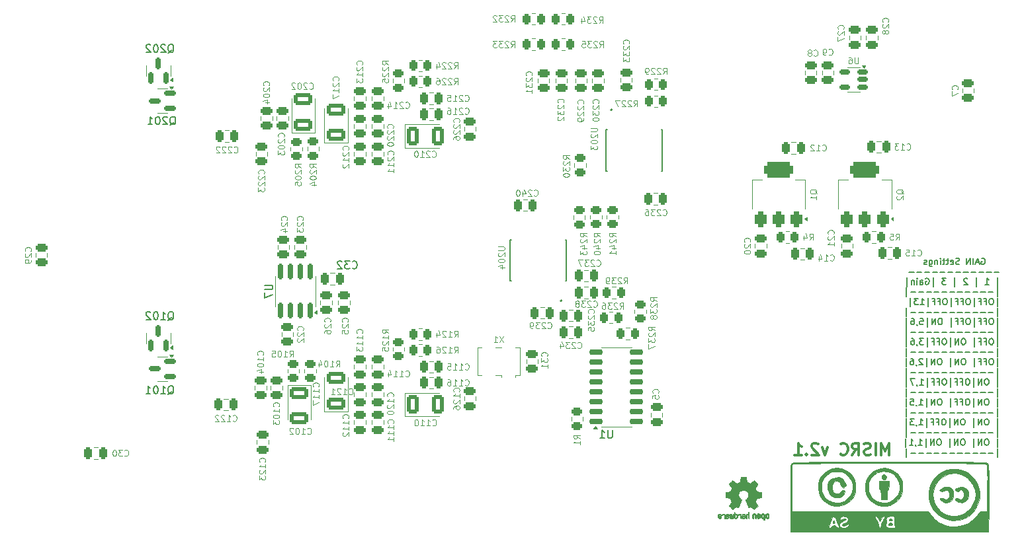
<source format=gbo>
G04 #@! TF.GenerationSoftware,KiCad,Pcbnew,8.0.1*
G04 #@! TF.CreationDate,2024-05-23T14:09:47+02:00*
G04 #@! TF.ProjectId,MISRC_v2.1,4d495352-435f-4763-922e-312e6b696361,0.3*
G04 #@! TF.SameCoordinates,Original*
G04 #@! TF.FileFunction,Legend,Bot*
G04 #@! TF.FilePolarity,Positive*
%FSLAX46Y46*%
G04 Gerber Fmt 4.6, Leading zero omitted, Abs format (unit mm)*
G04 Created by KiCad (PCBNEW 8.0.1) date 2024-05-23 14:09:47*
%MOMM*%
%LPD*%
G01*
G04 APERTURE LIST*
G04 Aperture macros list*
%AMRoundRect*
0 Rectangle with rounded corners*
0 $1 Rounding radius*
0 $2 $3 $4 $5 $6 $7 $8 $9 X,Y pos of 4 corners*
0 Add a 4 corners polygon primitive as box body*
4,1,4,$2,$3,$4,$5,$6,$7,$8,$9,$2,$3,0*
0 Add four circle primitives for the rounded corners*
1,1,$1+$1,$2,$3*
1,1,$1+$1,$4,$5*
1,1,$1+$1,$6,$7*
1,1,$1+$1,$8,$9*
0 Add four rect primitives between the rounded corners*
20,1,$1+$1,$2,$3,$4,$5,0*
20,1,$1+$1,$4,$5,$6,$7,0*
20,1,$1+$1,$6,$7,$8,$9,0*
20,1,$1+$1,$8,$9,$2,$3,0*%
G04 Aperture macros list end*
%ADD10C,0.200000*%
%ADD11C,0.300000*%
%ADD12C,0.120000*%
%ADD13C,0.150000*%
%ADD14C,0.010000*%
%ADD15C,0.127000*%
%ADD16C,0.476609*%
%ADD17R,1.600000X1.600000*%
%ADD18C,1.600000*%
%ADD19R,1.700000X1.700000*%
%ADD20O,1.700000X1.700000*%
%ADD21C,2.050000*%
%ADD22C,2.250000*%
%ADD23C,3.200000*%
%ADD24C,1.440000*%
%ADD25C,1.950000*%
%ADD26C,5.175000*%
%ADD27C,2.500000*%
%ADD28C,2.400000*%
%ADD29RoundRect,0.250000X-0.250000X-0.475000X0.250000X-0.475000X0.250000X0.475000X-0.250000X0.475000X0*%
%ADD30RoundRect,0.250001X-0.924999X0.499999X-0.924999X-0.499999X0.924999X-0.499999X0.924999X0.499999X0*%
%ADD31RoundRect,0.250000X-0.475000X0.250000X-0.475000X-0.250000X0.475000X-0.250000X0.475000X0.250000X0*%
%ADD32RoundRect,0.250000X0.475000X-0.250000X0.475000X0.250000X-0.475000X0.250000X-0.475000X-0.250000X0*%
%ADD33RoundRect,0.250000X-0.262500X-0.450000X0.262500X-0.450000X0.262500X0.450000X-0.262500X0.450000X0*%
%ADD34R,1.400000X1.200000*%
%ADD35RoundRect,0.150000X0.150000X-0.587500X0.150000X0.587500X-0.150000X0.587500X-0.150000X-0.587500X0*%
%ADD36RoundRect,0.250000X-0.450000X0.262500X-0.450000X-0.262500X0.450000X-0.262500X0.450000X0.262500X0*%
%ADD37RoundRect,0.250000X0.262500X0.450000X-0.262500X0.450000X-0.262500X-0.450000X0.262500X-0.450000X0*%
%ADD38RoundRect,0.375000X0.375000X-0.625000X0.375000X0.625000X-0.375000X0.625000X-0.375000X-0.625000X0*%
%ADD39RoundRect,0.500000X1.400000X-0.500000X1.400000X0.500000X-1.400000X0.500000X-1.400000X-0.500000X0*%
%ADD40RoundRect,0.150000X0.150000X-0.825000X0.150000X0.825000X-0.150000X0.825000X-0.150000X-0.825000X0*%
%ADD41R,3.000000X2.290000*%
%ADD42RoundRect,0.250001X0.924999X-0.499999X0.924999X0.499999X-0.924999X0.499999X-0.924999X-0.499999X0*%
%ADD43RoundRect,0.250000X0.450000X-0.262500X0.450000X0.262500X-0.450000X0.262500X-0.450000X-0.262500X0*%
%ADD44RoundRect,0.250000X0.250000X0.475000X-0.250000X0.475000X-0.250000X-0.475000X0.250000X-0.475000X0*%
%ADD45RoundRect,0.250001X-0.499999X-0.924999X0.499999X-0.924999X0.499999X0.924999X-0.499999X0.924999X0*%
%ADD46RoundRect,0.150000X0.512500X0.150000X-0.512500X0.150000X-0.512500X-0.150000X0.512500X-0.150000X0*%
%ADD47RoundRect,0.150000X0.587500X0.150000X-0.587500X0.150000X-0.587500X-0.150000X0.587500X-0.150000X0*%
%ADD48RoundRect,0.150000X-0.725000X-0.150000X0.725000X-0.150000X0.725000X0.150000X-0.725000X0.150000X0*%
G04 APERTURE END LIST*
D10*
X197680326Y-99120690D02*
X197756516Y-99082595D01*
X197756516Y-99082595D02*
X197870802Y-99082595D01*
X197870802Y-99082595D02*
X197985088Y-99120690D01*
X197985088Y-99120690D02*
X198061278Y-99196880D01*
X198061278Y-99196880D02*
X198099373Y-99273071D01*
X198099373Y-99273071D02*
X198137469Y-99425452D01*
X198137469Y-99425452D02*
X198137469Y-99539738D01*
X198137469Y-99539738D02*
X198099373Y-99692119D01*
X198099373Y-99692119D02*
X198061278Y-99768309D01*
X198061278Y-99768309D02*
X197985088Y-99844500D01*
X197985088Y-99844500D02*
X197870802Y-99882595D01*
X197870802Y-99882595D02*
X197794611Y-99882595D01*
X197794611Y-99882595D02*
X197680326Y-99844500D01*
X197680326Y-99844500D02*
X197642230Y-99806404D01*
X197642230Y-99806404D02*
X197642230Y-99539738D01*
X197642230Y-99539738D02*
X197794611Y-99539738D01*
X197337469Y-99654023D02*
X196956516Y-99654023D01*
X197413659Y-99882595D02*
X197146992Y-99082595D01*
X197146992Y-99082595D02*
X196880326Y-99882595D01*
X196613659Y-99882595D02*
X196613659Y-99082595D01*
X196232707Y-99882595D02*
X196232707Y-99082595D01*
X196232707Y-99082595D02*
X195775564Y-99882595D01*
X195775564Y-99882595D02*
X195775564Y-99082595D01*
X194823184Y-99844500D02*
X194708898Y-99882595D01*
X194708898Y-99882595D02*
X194518422Y-99882595D01*
X194518422Y-99882595D02*
X194442231Y-99844500D01*
X194442231Y-99844500D02*
X194404136Y-99806404D01*
X194404136Y-99806404D02*
X194366041Y-99730214D01*
X194366041Y-99730214D02*
X194366041Y-99654023D01*
X194366041Y-99654023D02*
X194404136Y-99577833D01*
X194404136Y-99577833D02*
X194442231Y-99539738D01*
X194442231Y-99539738D02*
X194518422Y-99501642D01*
X194518422Y-99501642D02*
X194670803Y-99463547D01*
X194670803Y-99463547D02*
X194746993Y-99425452D01*
X194746993Y-99425452D02*
X194785088Y-99387357D01*
X194785088Y-99387357D02*
X194823184Y-99311166D01*
X194823184Y-99311166D02*
X194823184Y-99234976D01*
X194823184Y-99234976D02*
X194785088Y-99158785D01*
X194785088Y-99158785D02*
X194746993Y-99120690D01*
X194746993Y-99120690D02*
X194670803Y-99082595D01*
X194670803Y-99082595D02*
X194480326Y-99082595D01*
X194480326Y-99082595D02*
X194366041Y-99120690D01*
X193718421Y-99844500D02*
X193794612Y-99882595D01*
X193794612Y-99882595D02*
X193946993Y-99882595D01*
X193946993Y-99882595D02*
X194023183Y-99844500D01*
X194023183Y-99844500D02*
X194061279Y-99768309D01*
X194061279Y-99768309D02*
X194061279Y-99463547D01*
X194061279Y-99463547D02*
X194023183Y-99387357D01*
X194023183Y-99387357D02*
X193946993Y-99349261D01*
X193946993Y-99349261D02*
X193794612Y-99349261D01*
X193794612Y-99349261D02*
X193718421Y-99387357D01*
X193718421Y-99387357D02*
X193680326Y-99463547D01*
X193680326Y-99463547D02*
X193680326Y-99539738D01*
X193680326Y-99539738D02*
X194061279Y-99615928D01*
X193451755Y-99349261D02*
X193146993Y-99349261D01*
X193337469Y-99082595D02*
X193337469Y-99768309D01*
X193337469Y-99768309D02*
X193299374Y-99844500D01*
X193299374Y-99844500D02*
X193223184Y-99882595D01*
X193223184Y-99882595D02*
X193146993Y-99882595D01*
X192994612Y-99349261D02*
X192689850Y-99349261D01*
X192880326Y-99082595D02*
X192880326Y-99768309D01*
X192880326Y-99768309D02*
X192842231Y-99844500D01*
X192842231Y-99844500D02*
X192766041Y-99882595D01*
X192766041Y-99882595D02*
X192689850Y-99882595D01*
X192423183Y-99882595D02*
X192423183Y-99349261D01*
X192423183Y-99082595D02*
X192461279Y-99120690D01*
X192461279Y-99120690D02*
X192423183Y-99158785D01*
X192423183Y-99158785D02*
X192385088Y-99120690D01*
X192385088Y-99120690D02*
X192423183Y-99082595D01*
X192423183Y-99082595D02*
X192423183Y-99158785D01*
X192042231Y-99349261D02*
X192042231Y-99882595D01*
X192042231Y-99425452D02*
X192004136Y-99387357D01*
X192004136Y-99387357D02*
X191927946Y-99349261D01*
X191927946Y-99349261D02*
X191813660Y-99349261D01*
X191813660Y-99349261D02*
X191737469Y-99387357D01*
X191737469Y-99387357D02*
X191699374Y-99463547D01*
X191699374Y-99463547D02*
X191699374Y-99882595D01*
X190975564Y-99349261D02*
X190975564Y-99996880D01*
X190975564Y-99996880D02*
X191013659Y-100073071D01*
X191013659Y-100073071D02*
X191051755Y-100111166D01*
X191051755Y-100111166D02*
X191127945Y-100149261D01*
X191127945Y-100149261D02*
X191242231Y-100149261D01*
X191242231Y-100149261D02*
X191318421Y-100111166D01*
X190975564Y-99844500D02*
X191051755Y-99882595D01*
X191051755Y-99882595D02*
X191204136Y-99882595D01*
X191204136Y-99882595D02*
X191280326Y-99844500D01*
X191280326Y-99844500D02*
X191318421Y-99806404D01*
X191318421Y-99806404D02*
X191356517Y-99730214D01*
X191356517Y-99730214D02*
X191356517Y-99501642D01*
X191356517Y-99501642D02*
X191318421Y-99425452D01*
X191318421Y-99425452D02*
X191280326Y-99387357D01*
X191280326Y-99387357D02*
X191204136Y-99349261D01*
X191204136Y-99349261D02*
X191051755Y-99349261D01*
X191051755Y-99349261D02*
X190975564Y-99387357D01*
X190632707Y-99844500D02*
X190556516Y-99882595D01*
X190556516Y-99882595D02*
X190404135Y-99882595D01*
X190404135Y-99882595D02*
X190327945Y-99844500D01*
X190327945Y-99844500D02*
X190289849Y-99768309D01*
X190289849Y-99768309D02*
X190289849Y-99730214D01*
X190289849Y-99730214D02*
X190327945Y-99654023D01*
X190327945Y-99654023D02*
X190404135Y-99615928D01*
X190404135Y-99615928D02*
X190518421Y-99615928D01*
X190518421Y-99615928D02*
X190594611Y-99577833D01*
X190594611Y-99577833D02*
X190632707Y-99501642D01*
X190632707Y-99501642D02*
X190632707Y-99463547D01*
X190632707Y-99463547D02*
X190594611Y-99387357D01*
X190594611Y-99387357D02*
X190518421Y-99349261D01*
X190518421Y-99349261D02*
X190404135Y-99349261D01*
X190404135Y-99349261D02*
X190327945Y-99387357D01*
X199927945Y-100865788D02*
X199318422Y-100865788D01*
X198937469Y-100865788D02*
X198327946Y-100865788D01*
X197946993Y-100865788D02*
X197337470Y-100865788D01*
X196956517Y-100865788D02*
X196346994Y-100865788D01*
X195966041Y-100865788D02*
X195356518Y-100865788D01*
X194975565Y-100865788D02*
X194366042Y-100865788D01*
X193985089Y-100865788D02*
X193375566Y-100865788D01*
X192994613Y-100865788D02*
X192385090Y-100865788D01*
X192004137Y-100865788D02*
X191394614Y-100865788D01*
X191013661Y-100865788D02*
X190404138Y-100865788D01*
X190023185Y-100865788D02*
X189413662Y-100865788D01*
X189032709Y-100865788D02*
X188423186Y-100865788D01*
X199737469Y-102725171D02*
X199737469Y-101582314D01*
X198137469Y-102458505D02*
X198594612Y-102458505D01*
X198366040Y-102458505D02*
X198366040Y-101658505D01*
X198366040Y-101658505D02*
X198442231Y-101772790D01*
X198442231Y-101772790D02*
X198518421Y-101848981D01*
X198518421Y-101848981D02*
X198594612Y-101887076D01*
X196994611Y-102725171D02*
X196994611Y-101582314D01*
X195851754Y-101734695D02*
X195813658Y-101696600D01*
X195813658Y-101696600D02*
X195737468Y-101658505D01*
X195737468Y-101658505D02*
X195546992Y-101658505D01*
X195546992Y-101658505D02*
X195470801Y-101696600D01*
X195470801Y-101696600D02*
X195432706Y-101734695D01*
X195432706Y-101734695D02*
X195394611Y-101810886D01*
X195394611Y-101810886D02*
X195394611Y-101887076D01*
X195394611Y-101887076D02*
X195432706Y-102001362D01*
X195432706Y-102001362D02*
X195889849Y-102458505D01*
X195889849Y-102458505D02*
X195394611Y-102458505D01*
X194251753Y-102725171D02*
X194251753Y-101582314D01*
X193146991Y-101658505D02*
X192651753Y-101658505D01*
X192651753Y-101658505D02*
X192918419Y-101963267D01*
X192918419Y-101963267D02*
X192804134Y-101963267D01*
X192804134Y-101963267D02*
X192727943Y-102001362D01*
X192727943Y-102001362D02*
X192689848Y-102039457D01*
X192689848Y-102039457D02*
X192651753Y-102115648D01*
X192651753Y-102115648D02*
X192651753Y-102306124D01*
X192651753Y-102306124D02*
X192689848Y-102382314D01*
X192689848Y-102382314D02*
X192727943Y-102420410D01*
X192727943Y-102420410D02*
X192804134Y-102458505D01*
X192804134Y-102458505D02*
X193032705Y-102458505D01*
X193032705Y-102458505D02*
X193108896Y-102420410D01*
X193108896Y-102420410D02*
X193146991Y-102382314D01*
X191508895Y-102725171D02*
X191508895Y-101582314D01*
X190518419Y-101696600D02*
X190594609Y-101658505D01*
X190594609Y-101658505D02*
X190708895Y-101658505D01*
X190708895Y-101658505D02*
X190823181Y-101696600D01*
X190823181Y-101696600D02*
X190899371Y-101772790D01*
X190899371Y-101772790D02*
X190937466Y-101848981D01*
X190937466Y-101848981D02*
X190975562Y-102001362D01*
X190975562Y-102001362D02*
X190975562Y-102115648D01*
X190975562Y-102115648D02*
X190937466Y-102268029D01*
X190937466Y-102268029D02*
X190899371Y-102344219D01*
X190899371Y-102344219D02*
X190823181Y-102420410D01*
X190823181Y-102420410D02*
X190708895Y-102458505D01*
X190708895Y-102458505D02*
X190632704Y-102458505D01*
X190632704Y-102458505D02*
X190518419Y-102420410D01*
X190518419Y-102420410D02*
X190480323Y-102382314D01*
X190480323Y-102382314D02*
X190480323Y-102115648D01*
X190480323Y-102115648D02*
X190632704Y-102115648D01*
X189794609Y-102458505D02*
X189794609Y-102039457D01*
X189794609Y-102039457D02*
X189832704Y-101963267D01*
X189832704Y-101963267D02*
X189908895Y-101925171D01*
X189908895Y-101925171D02*
X190061276Y-101925171D01*
X190061276Y-101925171D02*
X190137466Y-101963267D01*
X189794609Y-102420410D02*
X189870800Y-102458505D01*
X189870800Y-102458505D02*
X190061276Y-102458505D01*
X190061276Y-102458505D02*
X190137466Y-102420410D01*
X190137466Y-102420410D02*
X190175562Y-102344219D01*
X190175562Y-102344219D02*
X190175562Y-102268029D01*
X190175562Y-102268029D02*
X190137466Y-102191838D01*
X190137466Y-102191838D02*
X190061276Y-102153743D01*
X190061276Y-102153743D02*
X189870800Y-102153743D01*
X189870800Y-102153743D02*
X189794609Y-102115648D01*
X189413656Y-102458505D02*
X189413656Y-101925171D01*
X189413656Y-101658505D02*
X189451752Y-101696600D01*
X189451752Y-101696600D02*
X189413656Y-101734695D01*
X189413656Y-101734695D02*
X189375561Y-101696600D01*
X189375561Y-101696600D02*
X189413656Y-101658505D01*
X189413656Y-101658505D02*
X189413656Y-101734695D01*
X189032704Y-101925171D02*
X189032704Y-102458505D01*
X189032704Y-102001362D02*
X188994609Y-101963267D01*
X188994609Y-101963267D02*
X188918419Y-101925171D01*
X188918419Y-101925171D02*
X188804133Y-101925171D01*
X188804133Y-101925171D02*
X188727942Y-101963267D01*
X188727942Y-101963267D02*
X188689847Y-102039457D01*
X188689847Y-102039457D02*
X188689847Y-102458505D01*
X188118418Y-102725171D02*
X188118418Y-101582314D01*
X199737469Y-104013126D02*
X199737469Y-102870269D01*
X199166040Y-103441698D02*
X198556517Y-103441698D01*
X198175564Y-103441698D02*
X197566041Y-103441698D01*
X197185088Y-103441698D02*
X196575565Y-103441698D01*
X196194612Y-103441698D02*
X195585089Y-103441698D01*
X195204136Y-103441698D02*
X194594613Y-103441698D01*
X194213660Y-103441698D02*
X193604137Y-103441698D01*
X193223184Y-103441698D02*
X192613661Y-103441698D01*
X192232708Y-103441698D02*
X191623185Y-103441698D01*
X191242232Y-103441698D02*
X190632709Y-103441698D01*
X190251756Y-103441698D02*
X189642233Y-103441698D01*
X189261280Y-103441698D02*
X188651757Y-103441698D01*
X188080328Y-104013126D02*
X188080328Y-102870269D01*
X199737469Y-105301081D02*
X199737469Y-104158224D01*
X199013659Y-104234415D02*
X198861278Y-104234415D01*
X198861278Y-104234415D02*
X198785088Y-104272510D01*
X198785088Y-104272510D02*
X198708897Y-104348700D01*
X198708897Y-104348700D02*
X198670802Y-104501081D01*
X198670802Y-104501081D02*
X198670802Y-104767748D01*
X198670802Y-104767748D02*
X198708897Y-104920129D01*
X198708897Y-104920129D02*
X198785088Y-104996320D01*
X198785088Y-104996320D02*
X198861278Y-105034415D01*
X198861278Y-105034415D02*
X199013659Y-105034415D01*
X199013659Y-105034415D02*
X199089850Y-104996320D01*
X199089850Y-104996320D02*
X199166040Y-104920129D01*
X199166040Y-104920129D02*
X199204136Y-104767748D01*
X199204136Y-104767748D02*
X199204136Y-104501081D01*
X199204136Y-104501081D02*
X199166040Y-104348700D01*
X199166040Y-104348700D02*
X199089850Y-104272510D01*
X199089850Y-104272510D02*
X199013659Y-104234415D01*
X198061279Y-104615367D02*
X198327945Y-104615367D01*
X198327945Y-105034415D02*
X198327945Y-104234415D01*
X198327945Y-104234415D02*
X197946993Y-104234415D01*
X197375565Y-104615367D02*
X197642231Y-104615367D01*
X197642231Y-105034415D02*
X197642231Y-104234415D01*
X197642231Y-104234415D02*
X197261279Y-104234415D01*
X196766041Y-105301081D02*
X196766041Y-104158224D01*
X196042231Y-104234415D02*
X195889850Y-104234415D01*
X195889850Y-104234415D02*
X195813660Y-104272510D01*
X195813660Y-104272510D02*
X195737469Y-104348700D01*
X195737469Y-104348700D02*
X195699374Y-104501081D01*
X195699374Y-104501081D02*
X195699374Y-104767748D01*
X195699374Y-104767748D02*
X195737469Y-104920129D01*
X195737469Y-104920129D02*
X195813660Y-104996320D01*
X195813660Y-104996320D02*
X195889850Y-105034415D01*
X195889850Y-105034415D02*
X196042231Y-105034415D01*
X196042231Y-105034415D02*
X196118422Y-104996320D01*
X196118422Y-104996320D02*
X196194612Y-104920129D01*
X196194612Y-104920129D02*
X196232708Y-104767748D01*
X196232708Y-104767748D02*
X196232708Y-104501081D01*
X196232708Y-104501081D02*
X196194612Y-104348700D01*
X196194612Y-104348700D02*
X196118422Y-104272510D01*
X196118422Y-104272510D02*
X196042231Y-104234415D01*
X195089851Y-104615367D02*
X195356517Y-104615367D01*
X195356517Y-105034415D02*
X195356517Y-104234415D01*
X195356517Y-104234415D02*
X194975565Y-104234415D01*
X194404137Y-104615367D02*
X194670803Y-104615367D01*
X194670803Y-105034415D02*
X194670803Y-104234415D01*
X194670803Y-104234415D02*
X194289851Y-104234415D01*
X193794613Y-105301081D02*
X193794613Y-104158224D01*
X193070803Y-104234415D02*
X192918422Y-104234415D01*
X192918422Y-104234415D02*
X192842232Y-104272510D01*
X192842232Y-104272510D02*
X192766041Y-104348700D01*
X192766041Y-104348700D02*
X192727946Y-104501081D01*
X192727946Y-104501081D02*
X192727946Y-104767748D01*
X192727946Y-104767748D02*
X192766041Y-104920129D01*
X192766041Y-104920129D02*
X192842232Y-104996320D01*
X192842232Y-104996320D02*
X192918422Y-105034415D01*
X192918422Y-105034415D02*
X193070803Y-105034415D01*
X193070803Y-105034415D02*
X193146994Y-104996320D01*
X193146994Y-104996320D02*
X193223184Y-104920129D01*
X193223184Y-104920129D02*
X193261280Y-104767748D01*
X193261280Y-104767748D02*
X193261280Y-104501081D01*
X193261280Y-104501081D02*
X193223184Y-104348700D01*
X193223184Y-104348700D02*
X193146994Y-104272510D01*
X193146994Y-104272510D02*
X193070803Y-104234415D01*
X192118423Y-104615367D02*
X192385089Y-104615367D01*
X192385089Y-105034415D02*
X192385089Y-104234415D01*
X192385089Y-104234415D02*
X192004137Y-104234415D01*
X191432709Y-104615367D02*
X191699375Y-104615367D01*
X191699375Y-105034415D02*
X191699375Y-104234415D01*
X191699375Y-104234415D02*
X191318423Y-104234415D01*
X190823185Y-105301081D02*
X190823185Y-104158224D01*
X189832709Y-105034415D02*
X190289852Y-105034415D01*
X190061280Y-105034415D02*
X190061280Y-104234415D01*
X190061280Y-104234415D02*
X190137471Y-104348700D01*
X190137471Y-104348700D02*
X190213661Y-104424891D01*
X190213661Y-104424891D02*
X190289852Y-104462986D01*
X189566042Y-104234415D02*
X189070804Y-104234415D01*
X189070804Y-104234415D02*
X189337470Y-104539177D01*
X189337470Y-104539177D02*
X189223185Y-104539177D01*
X189223185Y-104539177D02*
X189146994Y-104577272D01*
X189146994Y-104577272D02*
X189108899Y-104615367D01*
X189108899Y-104615367D02*
X189070804Y-104691558D01*
X189070804Y-104691558D02*
X189070804Y-104882034D01*
X189070804Y-104882034D02*
X189108899Y-104958224D01*
X189108899Y-104958224D02*
X189146994Y-104996320D01*
X189146994Y-104996320D02*
X189223185Y-105034415D01*
X189223185Y-105034415D02*
X189451756Y-105034415D01*
X189451756Y-105034415D02*
X189527947Y-104996320D01*
X189527947Y-104996320D02*
X189566042Y-104958224D01*
X188537470Y-105301081D02*
X188537470Y-104158224D01*
X199737469Y-106589036D02*
X199737469Y-105446179D01*
X199166040Y-106017608D02*
X198556517Y-106017608D01*
X198175564Y-106017608D02*
X197566041Y-106017608D01*
X197185088Y-106017608D02*
X196575565Y-106017608D01*
X196194612Y-106017608D02*
X195585089Y-106017608D01*
X195204136Y-106017608D02*
X194594613Y-106017608D01*
X194213660Y-106017608D02*
X193604137Y-106017608D01*
X193223184Y-106017608D02*
X192613661Y-106017608D01*
X192232708Y-106017608D02*
X191623185Y-106017608D01*
X191242232Y-106017608D02*
X190632709Y-106017608D01*
X190251756Y-106017608D02*
X189642233Y-106017608D01*
X189261280Y-106017608D02*
X188651757Y-106017608D01*
X188080328Y-106589036D02*
X188080328Y-105446179D01*
X199737469Y-107876991D02*
X199737469Y-106734134D01*
X199013659Y-106810325D02*
X198861278Y-106810325D01*
X198861278Y-106810325D02*
X198785088Y-106848420D01*
X198785088Y-106848420D02*
X198708897Y-106924610D01*
X198708897Y-106924610D02*
X198670802Y-107076991D01*
X198670802Y-107076991D02*
X198670802Y-107343658D01*
X198670802Y-107343658D02*
X198708897Y-107496039D01*
X198708897Y-107496039D02*
X198785088Y-107572230D01*
X198785088Y-107572230D02*
X198861278Y-107610325D01*
X198861278Y-107610325D02*
X199013659Y-107610325D01*
X199013659Y-107610325D02*
X199089850Y-107572230D01*
X199089850Y-107572230D02*
X199166040Y-107496039D01*
X199166040Y-107496039D02*
X199204136Y-107343658D01*
X199204136Y-107343658D02*
X199204136Y-107076991D01*
X199204136Y-107076991D02*
X199166040Y-106924610D01*
X199166040Y-106924610D02*
X199089850Y-106848420D01*
X199089850Y-106848420D02*
X199013659Y-106810325D01*
X198061279Y-107191277D02*
X198327945Y-107191277D01*
X198327945Y-107610325D02*
X198327945Y-106810325D01*
X198327945Y-106810325D02*
X197946993Y-106810325D01*
X197375565Y-107191277D02*
X197642231Y-107191277D01*
X197642231Y-107610325D02*
X197642231Y-106810325D01*
X197642231Y-106810325D02*
X197261279Y-106810325D01*
X196766041Y-107876991D02*
X196766041Y-106734134D01*
X196042231Y-106810325D02*
X195889850Y-106810325D01*
X195889850Y-106810325D02*
X195813660Y-106848420D01*
X195813660Y-106848420D02*
X195737469Y-106924610D01*
X195737469Y-106924610D02*
X195699374Y-107076991D01*
X195699374Y-107076991D02*
X195699374Y-107343658D01*
X195699374Y-107343658D02*
X195737469Y-107496039D01*
X195737469Y-107496039D02*
X195813660Y-107572230D01*
X195813660Y-107572230D02*
X195889850Y-107610325D01*
X195889850Y-107610325D02*
X196042231Y-107610325D01*
X196042231Y-107610325D02*
X196118422Y-107572230D01*
X196118422Y-107572230D02*
X196194612Y-107496039D01*
X196194612Y-107496039D02*
X196232708Y-107343658D01*
X196232708Y-107343658D02*
X196232708Y-107076991D01*
X196232708Y-107076991D02*
X196194612Y-106924610D01*
X196194612Y-106924610D02*
X196118422Y-106848420D01*
X196118422Y-106848420D02*
X196042231Y-106810325D01*
X195089851Y-107191277D02*
X195356517Y-107191277D01*
X195356517Y-107610325D02*
X195356517Y-106810325D01*
X195356517Y-106810325D02*
X194975565Y-106810325D01*
X194404137Y-107191277D02*
X194670803Y-107191277D01*
X194670803Y-107610325D02*
X194670803Y-106810325D01*
X194670803Y-106810325D02*
X194289851Y-106810325D01*
X193794613Y-107876991D02*
X193794613Y-106734134D01*
X192461279Y-106810325D02*
X192308898Y-106810325D01*
X192308898Y-106810325D02*
X192232708Y-106848420D01*
X192232708Y-106848420D02*
X192156517Y-106924610D01*
X192156517Y-106924610D02*
X192118422Y-107076991D01*
X192118422Y-107076991D02*
X192118422Y-107343658D01*
X192118422Y-107343658D02*
X192156517Y-107496039D01*
X192156517Y-107496039D02*
X192232708Y-107572230D01*
X192232708Y-107572230D02*
X192308898Y-107610325D01*
X192308898Y-107610325D02*
X192461279Y-107610325D01*
X192461279Y-107610325D02*
X192537470Y-107572230D01*
X192537470Y-107572230D02*
X192613660Y-107496039D01*
X192613660Y-107496039D02*
X192651756Y-107343658D01*
X192651756Y-107343658D02*
X192651756Y-107076991D01*
X192651756Y-107076991D02*
X192613660Y-106924610D01*
X192613660Y-106924610D02*
X192537470Y-106848420D01*
X192537470Y-106848420D02*
X192461279Y-106810325D01*
X191775565Y-107610325D02*
X191775565Y-106810325D01*
X191775565Y-106810325D02*
X191318422Y-107610325D01*
X191318422Y-107610325D02*
X191318422Y-106810325D01*
X190746994Y-107876991D02*
X190746994Y-106734134D01*
X189794613Y-106810325D02*
X190175565Y-106810325D01*
X190175565Y-106810325D02*
X190213661Y-107191277D01*
X190213661Y-107191277D02*
X190175565Y-107153182D01*
X190175565Y-107153182D02*
X190099375Y-107115087D01*
X190099375Y-107115087D02*
X189908899Y-107115087D01*
X189908899Y-107115087D02*
X189832708Y-107153182D01*
X189832708Y-107153182D02*
X189794613Y-107191277D01*
X189794613Y-107191277D02*
X189756518Y-107267468D01*
X189756518Y-107267468D02*
X189756518Y-107457944D01*
X189756518Y-107457944D02*
X189794613Y-107534134D01*
X189794613Y-107534134D02*
X189832708Y-107572230D01*
X189832708Y-107572230D02*
X189908899Y-107610325D01*
X189908899Y-107610325D02*
X190099375Y-107610325D01*
X190099375Y-107610325D02*
X190175565Y-107572230D01*
X190175565Y-107572230D02*
X190213661Y-107534134D01*
X189375565Y-107572230D02*
X189375565Y-107610325D01*
X189375565Y-107610325D02*
X189413660Y-107686515D01*
X189413660Y-107686515D02*
X189451756Y-107724610D01*
X188689851Y-106810325D02*
X188842232Y-106810325D01*
X188842232Y-106810325D02*
X188918423Y-106848420D01*
X188918423Y-106848420D02*
X188956518Y-106886515D01*
X188956518Y-106886515D02*
X189032708Y-107000801D01*
X189032708Y-107000801D02*
X189070804Y-107153182D01*
X189070804Y-107153182D02*
X189070804Y-107457944D01*
X189070804Y-107457944D02*
X189032708Y-107534134D01*
X189032708Y-107534134D02*
X188994613Y-107572230D01*
X188994613Y-107572230D02*
X188918423Y-107610325D01*
X188918423Y-107610325D02*
X188766042Y-107610325D01*
X188766042Y-107610325D02*
X188689851Y-107572230D01*
X188689851Y-107572230D02*
X188651756Y-107534134D01*
X188651756Y-107534134D02*
X188613661Y-107457944D01*
X188613661Y-107457944D02*
X188613661Y-107267468D01*
X188613661Y-107267468D02*
X188651756Y-107191277D01*
X188651756Y-107191277D02*
X188689851Y-107153182D01*
X188689851Y-107153182D02*
X188766042Y-107115087D01*
X188766042Y-107115087D02*
X188918423Y-107115087D01*
X188918423Y-107115087D02*
X188994613Y-107153182D01*
X188994613Y-107153182D02*
X189032708Y-107191277D01*
X189032708Y-107191277D02*
X189070804Y-107267468D01*
X188080327Y-107876991D02*
X188080327Y-106734134D01*
X199737469Y-109164946D02*
X199737469Y-108022089D01*
X199166040Y-108593518D02*
X198556517Y-108593518D01*
X198175564Y-108593518D02*
X197566041Y-108593518D01*
X197185088Y-108593518D02*
X196575565Y-108593518D01*
X196194612Y-108593518D02*
X195585089Y-108593518D01*
X195204136Y-108593518D02*
X194594613Y-108593518D01*
X194213660Y-108593518D02*
X193604137Y-108593518D01*
X193223184Y-108593518D02*
X192613661Y-108593518D01*
X192232708Y-108593518D02*
X191623185Y-108593518D01*
X191242232Y-108593518D02*
X190632709Y-108593518D01*
X190251756Y-108593518D02*
X189642233Y-108593518D01*
X189261280Y-108593518D02*
X188651757Y-108593518D01*
X188080328Y-109164946D02*
X188080328Y-108022089D01*
X199737469Y-110452901D02*
X199737469Y-109310044D01*
X199013659Y-109386235D02*
X198861278Y-109386235D01*
X198861278Y-109386235D02*
X198785088Y-109424330D01*
X198785088Y-109424330D02*
X198708897Y-109500520D01*
X198708897Y-109500520D02*
X198670802Y-109652901D01*
X198670802Y-109652901D02*
X198670802Y-109919568D01*
X198670802Y-109919568D02*
X198708897Y-110071949D01*
X198708897Y-110071949D02*
X198785088Y-110148140D01*
X198785088Y-110148140D02*
X198861278Y-110186235D01*
X198861278Y-110186235D02*
X199013659Y-110186235D01*
X199013659Y-110186235D02*
X199089850Y-110148140D01*
X199089850Y-110148140D02*
X199166040Y-110071949D01*
X199166040Y-110071949D02*
X199204136Y-109919568D01*
X199204136Y-109919568D02*
X199204136Y-109652901D01*
X199204136Y-109652901D02*
X199166040Y-109500520D01*
X199166040Y-109500520D02*
X199089850Y-109424330D01*
X199089850Y-109424330D02*
X199013659Y-109386235D01*
X198061279Y-109767187D02*
X198327945Y-109767187D01*
X198327945Y-110186235D02*
X198327945Y-109386235D01*
X198327945Y-109386235D02*
X197946993Y-109386235D01*
X197375565Y-109767187D02*
X197642231Y-109767187D01*
X197642231Y-110186235D02*
X197642231Y-109386235D01*
X197642231Y-109386235D02*
X197261279Y-109386235D01*
X196766041Y-110452901D02*
X196766041Y-109310044D01*
X195432707Y-109386235D02*
X195280326Y-109386235D01*
X195280326Y-109386235D02*
X195204136Y-109424330D01*
X195204136Y-109424330D02*
X195127945Y-109500520D01*
X195127945Y-109500520D02*
X195089850Y-109652901D01*
X195089850Y-109652901D02*
X195089850Y-109919568D01*
X195089850Y-109919568D02*
X195127945Y-110071949D01*
X195127945Y-110071949D02*
X195204136Y-110148140D01*
X195204136Y-110148140D02*
X195280326Y-110186235D01*
X195280326Y-110186235D02*
X195432707Y-110186235D01*
X195432707Y-110186235D02*
X195508898Y-110148140D01*
X195508898Y-110148140D02*
X195585088Y-110071949D01*
X195585088Y-110071949D02*
X195623184Y-109919568D01*
X195623184Y-109919568D02*
X195623184Y-109652901D01*
X195623184Y-109652901D02*
X195585088Y-109500520D01*
X195585088Y-109500520D02*
X195508898Y-109424330D01*
X195508898Y-109424330D02*
X195432707Y-109386235D01*
X194746993Y-110186235D02*
X194746993Y-109386235D01*
X194746993Y-109386235D02*
X194289850Y-110186235D01*
X194289850Y-110186235D02*
X194289850Y-109386235D01*
X193718422Y-110452901D02*
X193718422Y-109310044D01*
X192994612Y-109386235D02*
X192842231Y-109386235D01*
X192842231Y-109386235D02*
X192766041Y-109424330D01*
X192766041Y-109424330D02*
X192689850Y-109500520D01*
X192689850Y-109500520D02*
X192651755Y-109652901D01*
X192651755Y-109652901D02*
X192651755Y-109919568D01*
X192651755Y-109919568D02*
X192689850Y-110071949D01*
X192689850Y-110071949D02*
X192766041Y-110148140D01*
X192766041Y-110148140D02*
X192842231Y-110186235D01*
X192842231Y-110186235D02*
X192994612Y-110186235D01*
X192994612Y-110186235D02*
X193070803Y-110148140D01*
X193070803Y-110148140D02*
X193146993Y-110071949D01*
X193146993Y-110071949D02*
X193185089Y-109919568D01*
X193185089Y-109919568D02*
X193185089Y-109652901D01*
X193185089Y-109652901D02*
X193146993Y-109500520D01*
X193146993Y-109500520D02*
X193070803Y-109424330D01*
X193070803Y-109424330D02*
X192994612Y-109386235D01*
X192042232Y-109767187D02*
X192308898Y-109767187D01*
X192308898Y-110186235D02*
X192308898Y-109386235D01*
X192308898Y-109386235D02*
X191927946Y-109386235D01*
X191356518Y-109767187D02*
X191623184Y-109767187D01*
X191623184Y-110186235D02*
X191623184Y-109386235D01*
X191623184Y-109386235D02*
X191242232Y-109386235D01*
X190746994Y-110452901D02*
X190746994Y-109310044D01*
X190251756Y-109386235D02*
X189756518Y-109386235D01*
X189756518Y-109386235D02*
X190023184Y-109690997D01*
X190023184Y-109690997D02*
X189908899Y-109690997D01*
X189908899Y-109690997D02*
X189832708Y-109729092D01*
X189832708Y-109729092D02*
X189794613Y-109767187D01*
X189794613Y-109767187D02*
X189756518Y-109843378D01*
X189756518Y-109843378D02*
X189756518Y-110033854D01*
X189756518Y-110033854D02*
X189794613Y-110110044D01*
X189794613Y-110110044D02*
X189832708Y-110148140D01*
X189832708Y-110148140D02*
X189908899Y-110186235D01*
X189908899Y-110186235D02*
X190137470Y-110186235D01*
X190137470Y-110186235D02*
X190213661Y-110148140D01*
X190213661Y-110148140D02*
X190251756Y-110110044D01*
X189375565Y-110148140D02*
X189375565Y-110186235D01*
X189375565Y-110186235D02*
X189413660Y-110262425D01*
X189413660Y-110262425D02*
X189451756Y-110300520D01*
X188689851Y-109386235D02*
X188842232Y-109386235D01*
X188842232Y-109386235D02*
X188918423Y-109424330D01*
X188918423Y-109424330D02*
X188956518Y-109462425D01*
X188956518Y-109462425D02*
X189032708Y-109576711D01*
X189032708Y-109576711D02*
X189070804Y-109729092D01*
X189070804Y-109729092D02*
X189070804Y-110033854D01*
X189070804Y-110033854D02*
X189032708Y-110110044D01*
X189032708Y-110110044D02*
X188994613Y-110148140D01*
X188994613Y-110148140D02*
X188918423Y-110186235D01*
X188918423Y-110186235D02*
X188766042Y-110186235D01*
X188766042Y-110186235D02*
X188689851Y-110148140D01*
X188689851Y-110148140D02*
X188651756Y-110110044D01*
X188651756Y-110110044D02*
X188613661Y-110033854D01*
X188613661Y-110033854D02*
X188613661Y-109843378D01*
X188613661Y-109843378D02*
X188651756Y-109767187D01*
X188651756Y-109767187D02*
X188689851Y-109729092D01*
X188689851Y-109729092D02*
X188766042Y-109690997D01*
X188766042Y-109690997D02*
X188918423Y-109690997D01*
X188918423Y-109690997D02*
X188994613Y-109729092D01*
X188994613Y-109729092D02*
X189032708Y-109767187D01*
X189032708Y-109767187D02*
X189070804Y-109843378D01*
X188080327Y-110452901D02*
X188080327Y-109310044D01*
X199737469Y-111740856D02*
X199737469Y-110597999D01*
X199166040Y-111169428D02*
X198556517Y-111169428D01*
X198175564Y-111169428D02*
X197566041Y-111169428D01*
X197185088Y-111169428D02*
X196575565Y-111169428D01*
X196194612Y-111169428D02*
X195585089Y-111169428D01*
X195204136Y-111169428D02*
X194594613Y-111169428D01*
X194213660Y-111169428D02*
X193604137Y-111169428D01*
X193223184Y-111169428D02*
X192613661Y-111169428D01*
X192232708Y-111169428D02*
X191623185Y-111169428D01*
X191242232Y-111169428D02*
X190632709Y-111169428D01*
X190251756Y-111169428D02*
X189642233Y-111169428D01*
X189261280Y-111169428D02*
X188651757Y-111169428D01*
X188080328Y-111740856D02*
X188080328Y-110597999D01*
X199737469Y-113028811D02*
X199737469Y-111885954D01*
X199013659Y-111962145D02*
X198861278Y-111962145D01*
X198861278Y-111962145D02*
X198785088Y-112000240D01*
X198785088Y-112000240D02*
X198708897Y-112076430D01*
X198708897Y-112076430D02*
X198670802Y-112228811D01*
X198670802Y-112228811D02*
X198670802Y-112495478D01*
X198670802Y-112495478D02*
X198708897Y-112647859D01*
X198708897Y-112647859D02*
X198785088Y-112724050D01*
X198785088Y-112724050D02*
X198861278Y-112762145D01*
X198861278Y-112762145D02*
X199013659Y-112762145D01*
X199013659Y-112762145D02*
X199089850Y-112724050D01*
X199089850Y-112724050D02*
X199166040Y-112647859D01*
X199166040Y-112647859D02*
X199204136Y-112495478D01*
X199204136Y-112495478D02*
X199204136Y-112228811D01*
X199204136Y-112228811D02*
X199166040Y-112076430D01*
X199166040Y-112076430D02*
X199089850Y-112000240D01*
X199089850Y-112000240D02*
X199013659Y-111962145D01*
X198061279Y-112343097D02*
X198327945Y-112343097D01*
X198327945Y-112762145D02*
X198327945Y-111962145D01*
X198327945Y-111962145D02*
X197946993Y-111962145D01*
X197375565Y-112343097D02*
X197642231Y-112343097D01*
X197642231Y-112762145D02*
X197642231Y-111962145D01*
X197642231Y-111962145D02*
X197261279Y-111962145D01*
X196766041Y-113028811D02*
X196766041Y-111885954D01*
X195432707Y-111962145D02*
X195280326Y-111962145D01*
X195280326Y-111962145D02*
X195204136Y-112000240D01*
X195204136Y-112000240D02*
X195127945Y-112076430D01*
X195127945Y-112076430D02*
X195089850Y-112228811D01*
X195089850Y-112228811D02*
X195089850Y-112495478D01*
X195089850Y-112495478D02*
X195127945Y-112647859D01*
X195127945Y-112647859D02*
X195204136Y-112724050D01*
X195204136Y-112724050D02*
X195280326Y-112762145D01*
X195280326Y-112762145D02*
X195432707Y-112762145D01*
X195432707Y-112762145D02*
X195508898Y-112724050D01*
X195508898Y-112724050D02*
X195585088Y-112647859D01*
X195585088Y-112647859D02*
X195623184Y-112495478D01*
X195623184Y-112495478D02*
X195623184Y-112228811D01*
X195623184Y-112228811D02*
X195585088Y-112076430D01*
X195585088Y-112076430D02*
X195508898Y-112000240D01*
X195508898Y-112000240D02*
X195432707Y-111962145D01*
X194746993Y-112762145D02*
X194746993Y-111962145D01*
X194746993Y-111962145D02*
X194289850Y-112762145D01*
X194289850Y-112762145D02*
X194289850Y-111962145D01*
X193718422Y-113028811D02*
X193718422Y-111885954D01*
X192385088Y-111962145D02*
X192232707Y-111962145D01*
X192232707Y-111962145D02*
X192156517Y-112000240D01*
X192156517Y-112000240D02*
X192080326Y-112076430D01*
X192080326Y-112076430D02*
X192042231Y-112228811D01*
X192042231Y-112228811D02*
X192042231Y-112495478D01*
X192042231Y-112495478D02*
X192080326Y-112647859D01*
X192080326Y-112647859D02*
X192156517Y-112724050D01*
X192156517Y-112724050D02*
X192232707Y-112762145D01*
X192232707Y-112762145D02*
X192385088Y-112762145D01*
X192385088Y-112762145D02*
X192461279Y-112724050D01*
X192461279Y-112724050D02*
X192537469Y-112647859D01*
X192537469Y-112647859D02*
X192575565Y-112495478D01*
X192575565Y-112495478D02*
X192575565Y-112228811D01*
X192575565Y-112228811D02*
X192537469Y-112076430D01*
X192537469Y-112076430D02*
X192461279Y-112000240D01*
X192461279Y-112000240D02*
X192385088Y-111962145D01*
X191699374Y-112762145D02*
X191699374Y-111962145D01*
X191699374Y-111962145D02*
X191242231Y-112762145D01*
X191242231Y-112762145D02*
X191242231Y-111962145D01*
X190670803Y-113028811D02*
X190670803Y-111885954D01*
X190137470Y-112038335D02*
X190099374Y-112000240D01*
X190099374Y-112000240D02*
X190023184Y-111962145D01*
X190023184Y-111962145D02*
X189832708Y-111962145D01*
X189832708Y-111962145D02*
X189756517Y-112000240D01*
X189756517Y-112000240D02*
X189718422Y-112038335D01*
X189718422Y-112038335D02*
X189680327Y-112114526D01*
X189680327Y-112114526D02*
X189680327Y-112190716D01*
X189680327Y-112190716D02*
X189718422Y-112305002D01*
X189718422Y-112305002D02*
X190175565Y-112762145D01*
X190175565Y-112762145D02*
X189680327Y-112762145D01*
X189299374Y-112724050D02*
X189299374Y-112762145D01*
X189299374Y-112762145D02*
X189337469Y-112838335D01*
X189337469Y-112838335D02*
X189375565Y-112876430D01*
X188613660Y-111962145D02*
X188766041Y-111962145D01*
X188766041Y-111962145D02*
X188842232Y-112000240D01*
X188842232Y-112000240D02*
X188880327Y-112038335D01*
X188880327Y-112038335D02*
X188956517Y-112152621D01*
X188956517Y-112152621D02*
X188994613Y-112305002D01*
X188994613Y-112305002D02*
X188994613Y-112609764D01*
X188994613Y-112609764D02*
X188956517Y-112685954D01*
X188956517Y-112685954D02*
X188918422Y-112724050D01*
X188918422Y-112724050D02*
X188842232Y-112762145D01*
X188842232Y-112762145D02*
X188689851Y-112762145D01*
X188689851Y-112762145D02*
X188613660Y-112724050D01*
X188613660Y-112724050D02*
X188575565Y-112685954D01*
X188575565Y-112685954D02*
X188537470Y-112609764D01*
X188537470Y-112609764D02*
X188537470Y-112419288D01*
X188537470Y-112419288D02*
X188575565Y-112343097D01*
X188575565Y-112343097D02*
X188613660Y-112305002D01*
X188613660Y-112305002D02*
X188689851Y-112266907D01*
X188689851Y-112266907D02*
X188842232Y-112266907D01*
X188842232Y-112266907D02*
X188918422Y-112305002D01*
X188918422Y-112305002D02*
X188956517Y-112343097D01*
X188956517Y-112343097D02*
X188994613Y-112419288D01*
X188004136Y-113028811D02*
X188004136Y-111885954D01*
X199737469Y-114316766D02*
X199737469Y-113173909D01*
X199166040Y-113745338D02*
X198556517Y-113745338D01*
X198175564Y-113745338D02*
X197566041Y-113745338D01*
X197185088Y-113745338D02*
X196575565Y-113745338D01*
X196194612Y-113745338D02*
X195585089Y-113745338D01*
X195204136Y-113745338D02*
X194594613Y-113745338D01*
X194213660Y-113745338D02*
X193604137Y-113745338D01*
X193223184Y-113745338D02*
X192613661Y-113745338D01*
X192232708Y-113745338D02*
X191623185Y-113745338D01*
X191242232Y-113745338D02*
X190632709Y-113745338D01*
X190251756Y-113745338D02*
X189642233Y-113745338D01*
X189261280Y-113745338D02*
X188651757Y-113745338D01*
X188080328Y-114316766D02*
X188080328Y-113173909D01*
X199737469Y-115604721D02*
X199737469Y-114461864D01*
X198404135Y-114538055D02*
X198251754Y-114538055D01*
X198251754Y-114538055D02*
X198175564Y-114576150D01*
X198175564Y-114576150D02*
X198099373Y-114652340D01*
X198099373Y-114652340D02*
X198061278Y-114804721D01*
X198061278Y-114804721D02*
X198061278Y-115071388D01*
X198061278Y-115071388D02*
X198099373Y-115223769D01*
X198099373Y-115223769D02*
X198175564Y-115299960D01*
X198175564Y-115299960D02*
X198251754Y-115338055D01*
X198251754Y-115338055D02*
X198404135Y-115338055D01*
X198404135Y-115338055D02*
X198480326Y-115299960D01*
X198480326Y-115299960D02*
X198556516Y-115223769D01*
X198556516Y-115223769D02*
X198594612Y-115071388D01*
X198594612Y-115071388D02*
X198594612Y-114804721D01*
X198594612Y-114804721D02*
X198556516Y-114652340D01*
X198556516Y-114652340D02*
X198480326Y-114576150D01*
X198480326Y-114576150D02*
X198404135Y-114538055D01*
X197718421Y-115338055D02*
X197718421Y-114538055D01*
X197718421Y-114538055D02*
X197261278Y-115338055D01*
X197261278Y-115338055D02*
X197261278Y-114538055D01*
X196689850Y-115604721D02*
X196689850Y-114461864D01*
X195966040Y-114538055D02*
X195813659Y-114538055D01*
X195813659Y-114538055D02*
X195737469Y-114576150D01*
X195737469Y-114576150D02*
X195661278Y-114652340D01*
X195661278Y-114652340D02*
X195623183Y-114804721D01*
X195623183Y-114804721D02*
X195623183Y-115071388D01*
X195623183Y-115071388D02*
X195661278Y-115223769D01*
X195661278Y-115223769D02*
X195737469Y-115299960D01*
X195737469Y-115299960D02*
X195813659Y-115338055D01*
X195813659Y-115338055D02*
X195966040Y-115338055D01*
X195966040Y-115338055D02*
X196042231Y-115299960D01*
X196042231Y-115299960D02*
X196118421Y-115223769D01*
X196118421Y-115223769D02*
X196156517Y-115071388D01*
X196156517Y-115071388D02*
X196156517Y-114804721D01*
X196156517Y-114804721D02*
X196118421Y-114652340D01*
X196118421Y-114652340D02*
X196042231Y-114576150D01*
X196042231Y-114576150D02*
X195966040Y-114538055D01*
X195013660Y-114919007D02*
X195280326Y-114919007D01*
X195280326Y-115338055D02*
X195280326Y-114538055D01*
X195280326Y-114538055D02*
X194899374Y-114538055D01*
X194327946Y-114919007D02*
X194594612Y-114919007D01*
X194594612Y-115338055D02*
X194594612Y-114538055D01*
X194594612Y-114538055D02*
X194213660Y-114538055D01*
X193718422Y-115604721D02*
X193718422Y-114461864D01*
X192994612Y-114538055D02*
X192842231Y-114538055D01*
X192842231Y-114538055D02*
X192766041Y-114576150D01*
X192766041Y-114576150D02*
X192689850Y-114652340D01*
X192689850Y-114652340D02*
X192651755Y-114804721D01*
X192651755Y-114804721D02*
X192651755Y-115071388D01*
X192651755Y-115071388D02*
X192689850Y-115223769D01*
X192689850Y-115223769D02*
X192766041Y-115299960D01*
X192766041Y-115299960D02*
X192842231Y-115338055D01*
X192842231Y-115338055D02*
X192994612Y-115338055D01*
X192994612Y-115338055D02*
X193070803Y-115299960D01*
X193070803Y-115299960D02*
X193146993Y-115223769D01*
X193146993Y-115223769D02*
X193185089Y-115071388D01*
X193185089Y-115071388D02*
X193185089Y-114804721D01*
X193185089Y-114804721D02*
X193146993Y-114652340D01*
X193146993Y-114652340D02*
X193070803Y-114576150D01*
X193070803Y-114576150D02*
X192994612Y-114538055D01*
X192042232Y-114919007D02*
X192308898Y-114919007D01*
X192308898Y-115338055D02*
X192308898Y-114538055D01*
X192308898Y-114538055D02*
X191927946Y-114538055D01*
X191356518Y-114919007D02*
X191623184Y-114919007D01*
X191623184Y-115338055D02*
X191623184Y-114538055D01*
X191623184Y-114538055D02*
X191242232Y-114538055D01*
X190746994Y-115604721D02*
X190746994Y-114461864D01*
X189756518Y-115338055D02*
X190213661Y-115338055D01*
X189985089Y-115338055D02*
X189985089Y-114538055D01*
X189985089Y-114538055D02*
X190061280Y-114652340D01*
X190061280Y-114652340D02*
X190137470Y-114728531D01*
X190137470Y-114728531D02*
X190213661Y-114766626D01*
X189375565Y-115299960D02*
X189375565Y-115338055D01*
X189375565Y-115338055D02*
X189413660Y-115414245D01*
X189413660Y-115414245D02*
X189451756Y-115452340D01*
X189108899Y-114538055D02*
X188575565Y-114538055D01*
X188575565Y-114538055D02*
X188918423Y-115338055D01*
X188080327Y-115604721D02*
X188080327Y-114461864D01*
X199737469Y-116892676D02*
X199737469Y-115749819D01*
X199166040Y-116321248D02*
X198556517Y-116321248D01*
X198175564Y-116321248D02*
X197566041Y-116321248D01*
X197185088Y-116321248D02*
X196575565Y-116321248D01*
X196194612Y-116321248D02*
X195585089Y-116321248D01*
X195204136Y-116321248D02*
X194594613Y-116321248D01*
X194213660Y-116321248D02*
X193604137Y-116321248D01*
X193223184Y-116321248D02*
X192613661Y-116321248D01*
X192232708Y-116321248D02*
X191623185Y-116321248D01*
X191242232Y-116321248D02*
X190632709Y-116321248D01*
X190251756Y-116321248D02*
X189642233Y-116321248D01*
X189261280Y-116321248D02*
X188651757Y-116321248D01*
X188080328Y-116892676D02*
X188080328Y-115749819D01*
X199737469Y-118180631D02*
X199737469Y-117037774D01*
X198404135Y-117113965D02*
X198251754Y-117113965D01*
X198251754Y-117113965D02*
X198175564Y-117152060D01*
X198175564Y-117152060D02*
X198099373Y-117228250D01*
X198099373Y-117228250D02*
X198061278Y-117380631D01*
X198061278Y-117380631D02*
X198061278Y-117647298D01*
X198061278Y-117647298D02*
X198099373Y-117799679D01*
X198099373Y-117799679D02*
X198175564Y-117875870D01*
X198175564Y-117875870D02*
X198251754Y-117913965D01*
X198251754Y-117913965D02*
X198404135Y-117913965D01*
X198404135Y-117913965D02*
X198480326Y-117875870D01*
X198480326Y-117875870D02*
X198556516Y-117799679D01*
X198556516Y-117799679D02*
X198594612Y-117647298D01*
X198594612Y-117647298D02*
X198594612Y-117380631D01*
X198594612Y-117380631D02*
X198556516Y-117228250D01*
X198556516Y-117228250D02*
X198480326Y-117152060D01*
X198480326Y-117152060D02*
X198404135Y-117113965D01*
X197718421Y-117913965D02*
X197718421Y-117113965D01*
X197718421Y-117113965D02*
X197261278Y-117913965D01*
X197261278Y-117913965D02*
X197261278Y-117113965D01*
X196689850Y-118180631D02*
X196689850Y-117037774D01*
X195966040Y-117113965D02*
X195813659Y-117113965D01*
X195813659Y-117113965D02*
X195737469Y-117152060D01*
X195737469Y-117152060D02*
X195661278Y-117228250D01*
X195661278Y-117228250D02*
X195623183Y-117380631D01*
X195623183Y-117380631D02*
X195623183Y-117647298D01*
X195623183Y-117647298D02*
X195661278Y-117799679D01*
X195661278Y-117799679D02*
X195737469Y-117875870D01*
X195737469Y-117875870D02*
X195813659Y-117913965D01*
X195813659Y-117913965D02*
X195966040Y-117913965D01*
X195966040Y-117913965D02*
X196042231Y-117875870D01*
X196042231Y-117875870D02*
X196118421Y-117799679D01*
X196118421Y-117799679D02*
X196156517Y-117647298D01*
X196156517Y-117647298D02*
X196156517Y-117380631D01*
X196156517Y-117380631D02*
X196118421Y-117228250D01*
X196118421Y-117228250D02*
X196042231Y-117152060D01*
X196042231Y-117152060D02*
X195966040Y-117113965D01*
X195013660Y-117494917D02*
X195280326Y-117494917D01*
X195280326Y-117913965D02*
X195280326Y-117113965D01*
X195280326Y-117113965D02*
X194899374Y-117113965D01*
X194327946Y-117494917D02*
X194594612Y-117494917D01*
X194594612Y-117913965D02*
X194594612Y-117113965D01*
X194594612Y-117113965D02*
X194213660Y-117113965D01*
X193718422Y-118180631D02*
X193718422Y-117037774D01*
X192385088Y-117113965D02*
X192232707Y-117113965D01*
X192232707Y-117113965D02*
X192156517Y-117152060D01*
X192156517Y-117152060D02*
X192080326Y-117228250D01*
X192080326Y-117228250D02*
X192042231Y-117380631D01*
X192042231Y-117380631D02*
X192042231Y-117647298D01*
X192042231Y-117647298D02*
X192080326Y-117799679D01*
X192080326Y-117799679D02*
X192156517Y-117875870D01*
X192156517Y-117875870D02*
X192232707Y-117913965D01*
X192232707Y-117913965D02*
X192385088Y-117913965D01*
X192385088Y-117913965D02*
X192461279Y-117875870D01*
X192461279Y-117875870D02*
X192537469Y-117799679D01*
X192537469Y-117799679D02*
X192575565Y-117647298D01*
X192575565Y-117647298D02*
X192575565Y-117380631D01*
X192575565Y-117380631D02*
X192537469Y-117228250D01*
X192537469Y-117228250D02*
X192461279Y-117152060D01*
X192461279Y-117152060D02*
X192385088Y-117113965D01*
X191699374Y-117913965D02*
X191699374Y-117113965D01*
X191699374Y-117113965D02*
X191242231Y-117913965D01*
X191242231Y-117913965D02*
X191242231Y-117113965D01*
X190670803Y-118180631D02*
X190670803Y-117037774D01*
X189680327Y-117913965D02*
X190137470Y-117913965D01*
X189908898Y-117913965D02*
X189908898Y-117113965D01*
X189908898Y-117113965D02*
X189985089Y-117228250D01*
X189985089Y-117228250D02*
X190061279Y-117304441D01*
X190061279Y-117304441D02*
X190137470Y-117342536D01*
X189299374Y-117875870D02*
X189299374Y-117913965D01*
X189299374Y-117913965D02*
X189337469Y-117990155D01*
X189337469Y-117990155D02*
X189375565Y-118028250D01*
X188575565Y-117113965D02*
X188956517Y-117113965D01*
X188956517Y-117113965D02*
X188994613Y-117494917D01*
X188994613Y-117494917D02*
X188956517Y-117456822D01*
X188956517Y-117456822D02*
X188880327Y-117418727D01*
X188880327Y-117418727D02*
X188689851Y-117418727D01*
X188689851Y-117418727D02*
X188613660Y-117456822D01*
X188613660Y-117456822D02*
X188575565Y-117494917D01*
X188575565Y-117494917D02*
X188537470Y-117571108D01*
X188537470Y-117571108D02*
X188537470Y-117761584D01*
X188537470Y-117761584D02*
X188575565Y-117837774D01*
X188575565Y-117837774D02*
X188613660Y-117875870D01*
X188613660Y-117875870D02*
X188689851Y-117913965D01*
X188689851Y-117913965D02*
X188880327Y-117913965D01*
X188880327Y-117913965D02*
X188956517Y-117875870D01*
X188956517Y-117875870D02*
X188994613Y-117837774D01*
X188004136Y-118180631D02*
X188004136Y-117037774D01*
X199737469Y-119468586D02*
X199737469Y-118325729D01*
X199166040Y-118897158D02*
X198556517Y-118897158D01*
X198175564Y-118897158D02*
X197566041Y-118897158D01*
X197185088Y-118897158D02*
X196575565Y-118897158D01*
X196194612Y-118897158D02*
X195585089Y-118897158D01*
X195204136Y-118897158D02*
X194594613Y-118897158D01*
X194213660Y-118897158D02*
X193604137Y-118897158D01*
X193223184Y-118897158D02*
X192613661Y-118897158D01*
X192232708Y-118897158D02*
X191623185Y-118897158D01*
X191242232Y-118897158D02*
X190632709Y-118897158D01*
X190251756Y-118897158D02*
X189642233Y-118897158D01*
X189261280Y-118897158D02*
X188651757Y-118897158D01*
X188080328Y-119468586D02*
X188080328Y-118325729D01*
X199737469Y-120756541D02*
X199737469Y-119613684D01*
X198404135Y-119689875D02*
X198251754Y-119689875D01*
X198251754Y-119689875D02*
X198175564Y-119727970D01*
X198175564Y-119727970D02*
X198099373Y-119804160D01*
X198099373Y-119804160D02*
X198061278Y-119956541D01*
X198061278Y-119956541D02*
X198061278Y-120223208D01*
X198061278Y-120223208D02*
X198099373Y-120375589D01*
X198099373Y-120375589D02*
X198175564Y-120451780D01*
X198175564Y-120451780D02*
X198251754Y-120489875D01*
X198251754Y-120489875D02*
X198404135Y-120489875D01*
X198404135Y-120489875D02*
X198480326Y-120451780D01*
X198480326Y-120451780D02*
X198556516Y-120375589D01*
X198556516Y-120375589D02*
X198594612Y-120223208D01*
X198594612Y-120223208D02*
X198594612Y-119956541D01*
X198594612Y-119956541D02*
X198556516Y-119804160D01*
X198556516Y-119804160D02*
X198480326Y-119727970D01*
X198480326Y-119727970D02*
X198404135Y-119689875D01*
X197718421Y-120489875D02*
X197718421Y-119689875D01*
X197718421Y-119689875D02*
X197261278Y-120489875D01*
X197261278Y-120489875D02*
X197261278Y-119689875D01*
X196689850Y-120756541D02*
X196689850Y-119613684D01*
X195356516Y-119689875D02*
X195204135Y-119689875D01*
X195204135Y-119689875D02*
X195127945Y-119727970D01*
X195127945Y-119727970D02*
X195051754Y-119804160D01*
X195051754Y-119804160D02*
X195013659Y-119956541D01*
X195013659Y-119956541D02*
X195013659Y-120223208D01*
X195013659Y-120223208D02*
X195051754Y-120375589D01*
X195051754Y-120375589D02*
X195127945Y-120451780D01*
X195127945Y-120451780D02*
X195204135Y-120489875D01*
X195204135Y-120489875D02*
X195356516Y-120489875D01*
X195356516Y-120489875D02*
X195432707Y-120451780D01*
X195432707Y-120451780D02*
X195508897Y-120375589D01*
X195508897Y-120375589D02*
X195546993Y-120223208D01*
X195546993Y-120223208D02*
X195546993Y-119956541D01*
X195546993Y-119956541D02*
X195508897Y-119804160D01*
X195508897Y-119804160D02*
X195432707Y-119727970D01*
X195432707Y-119727970D02*
X195356516Y-119689875D01*
X194670802Y-120489875D02*
X194670802Y-119689875D01*
X194670802Y-119689875D02*
X194213659Y-120489875D01*
X194213659Y-120489875D02*
X194213659Y-119689875D01*
X193642231Y-120756541D02*
X193642231Y-119613684D01*
X192918421Y-119689875D02*
X192766040Y-119689875D01*
X192766040Y-119689875D02*
X192689850Y-119727970D01*
X192689850Y-119727970D02*
X192613659Y-119804160D01*
X192613659Y-119804160D02*
X192575564Y-119956541D01*
X192575564Y-119956541D02*
X192575564Y-120223208D01*
X192575564Y-120223208D02*
X192613659Y-120375589D01*
X192613659Y-120375589D02*
X192689850Y-120451780D01*
X192689850Y-120451780D02*
X192766040Y-120489875D01*
X192766040Y-120489875D02*
X192918421Y-120489875D01*
X192918421Y-120489875D02*
X192994612Y-120451780D01*
X192994612Y-120451780D02*
X193070802Y-120375589D01*
X193070802Y-120375589D02*
X193108898Y-120223208D01*
X193108898Y-120223208D02*
X193108898Y-119956541D01*
X193108898Y-119956541D02*
X193070802Y-119804160D01*
X193070802Y-119804160D02*
X192994612Y-119727970D01*
X192994612Y-119727970D02*
X192918421Y-119689875D01*
X191966041Y-120070827D02*
X192232707Y-120070827D01*
X192232707Y-120489875D02*
X192232707Y-119689875D01*
X192232707Y-119689875D02*
X191851755Y-119689875D01*
X191280327Y-120070827D02*
X191546993Y-120070827D01*
X191546993Y-120489875D02*
X191546993Y-119689875D01*
X191546993Y-119689875D02*
X191166041Y-119689875D01*
X190670803Y-120756541D02*
X190670803Y-119613684D01*
X189680327Y-120489875D02*
X190137470Y-120489875D01*
X189908898Y-120489875D02*
X189908898Y-119689875D01*
X189908898Y-119689875D02*
X189985089Y-119804160D01*
X189985089Y-119804160D02*
X190061279Y-119880351D01*
X190061279Y-119880351D02*
X190137470Y-119918446D01*
X189299374Y-120451780D02*
X189299374Y-120489875D01*
X189299374Y-120489875D02*
X189337469Y-120566065D01*
X189337469Y-120566065D02*
X189375565Y-120604160D01*
X189032708Y-119689875D02*
X188537470Y-119689875D01*
X188537470Y-119689875D02*
X188804136Y-119994637D01*
X188804136Y-119994637D02*
X188689851Y-119994637D01*
X188689851Y-119994637D02*
X188613660Y-120032732D01*
X188613660Y-120032732D02*
X188575565Y-120070827D01*
X188575565Y-120070827D02*
X188537470Y-120147018D01*
X188537470Y-120147018D02*
X188537470Y-120337494D01*
X188537470Y-120337494D02*
X188575565Y-120413684D01*
X188575565Y-120413684D02*
X188613660Y-120451780D01*
X188613660Y-120451780D02*
X188689851Y-120489875D01*
X188689851Y-120489875D02*
X188918422Y-120489875D01*
X188918422Y-120489875D02*
X188994613Y-120451780D01*
X188994613Y-120451780D02*
X189032708Y-120413684D01*
X188004136Y-120756541D02*
X188004136Y-119613684D01*
X199737469Y-122044496D02*
X199737469Y-120901639D01*
X199166040Y-121473068D02*
X198556517Y-121473068D01*
X198175564Y-121473068D02*
X197566041Y-121473068D01*
X197185088Y-121473068D02*
X196575565Y-121473068D01*
X196194612Y-121473068D02*
X195585089Y-121473068D01*
X195204136Y-121473068D02*
X194594613Y-121473068D01*
X194213660Y-121473068D02*
X193604137Y-121473068D01*
X193223184Y-121473068D02*
X192613661Y-121473068D01*
X192232708Y-121473068D02*
X191623185Y-121473068D01*
X191242232Y-121473068D02*
X190632709Y-121473068D01*
X190251756Y-121473068D02*
X189642233Y-121473068D01*
X189261280Y-121473068D02*
X188651757Y-121473068D01*
X188080328Y-122044496D02*
X188080328Y-120901639D01*
X199737469Y-123332451D02*
X199737469Y-122189594D01*
X198404135Y-122265785D02*
X198251754Y-122265785D01*
X198251754Y-122265785D02*
X198175564Y-122303880D01*
X198175564Y-122303880D02*
X198099373Y-122380070D01*
X198099373Y-122380070D02*
X198061278Y-122532451D01*
X198061278Y-122532451D02*
X198061278Y-122799118D01*
X198061278Y-122799118D02*
X198099373Y-122951499D01*
X198099373Y-122951499D02*
X198175564Y-123027690D01*
X198175564Y-123027690D02*
X198251754Y-123065785D01*
X198251754Y-123065785D02*
X198404135Y-123065785D01*
X198404135Y-123065785D02*
X198480326Y-123027690D01*
X198480326Y-123027690D02*
X198556516Y-122951499D01*
X198556516Y-122951499D02*
X198594612Y-122799118D01*
X198594612Y-122799118D02*
X198594612Y-122532451D01*
X198594612Y-122532451D02*
X198556516Y-122380070D01*
X198556516Y-122380070D02*
X198480326Y-122303880D01*
X198480326Y-122303880D02*
X198404135Y-122265785D01*
X197718421Y-123065785D02*
X197718421Y-122265785D01*
X197718421Y-122265785D02*
X197261278Y-123065785D01*
X197261278Y-123065785D02*
X197261278Y-122265785D01*
X196689850Y-123332451D02*
X196689850Y-122189594D01*
X195356516Y-122265785D02*
X195204135Y-122265785D01*
X195204135Y-122265785D02*
X195127945Y-122303880D01*
X195127945Y-122303880D02*
X195051754Y-122380070D01*
X195051754Y-122380070D02*
X195013659Y-122532451D01*
X195013659Y-122532451D02*
X195013659Y-122799118D01*
X195013659Y-122799118D02*
X195051754Y-122951499D01*
X195051754Y-122951499D02*
X195127945Y-123027690D01*
X195127945Y-123027690D02*
X195204135Y-123065785D01*
X195204135Y-123065785D02*
X195356516Y-123065785D01*
X195356516Y-123065785D02*
X195432707Y-123027690D01*
X195432707Y-123027690D02*
X195508897Y-122951499D01*
X195508897Y-122951499D02*
X195546993Y-122799118D01*
X195546993Y-122799118D02*
X195546993Y-122532451D01*
X195546993Y-122532451D02*
X195508897Y-122380070D01*
X195508897Y-122380070D02*
X195432707Y-122303880D01*
X195432707Y-122303880D02*
X195356516Y-122265785D01*
X194670802Y-123065785D02*
X194670802Y-122265785D01*
X194670802Y-122265785D02*
X194213659Y-123065785D01*
X194213659Y-123065785D02*
X194213659Y-122265785D01*
X193642231Y-123332451D02*
X193642231Y-122189594D01*
X192308897Y-122265785D02*
X192156516Y-122265785D01*
X192156516Y-122265785D02*
X192080326Y-122303880D01*
X192080326Y-122303880D02*
X192004135Y-122380070D01*
X192004135Y-122380070D02*
X191966040Y-122532451D01*
X191966040Y-122532451D02*
X191966040Y-122799118D01*
X191966040Y-122799118D02*
X192004135Y-122951499D01*
X192004135Y-122951499D02*
X192080326Y-123027690D01*
X192080326Y-123027690D02*
X192156516Y-123065785D01*
X192156516Y-123065785D02*
X192308897Y-123065785D01*
X192308897Y-123065785D02*
X192385088Y-123027690D01*
X192385088Y-123027690D02*
X192461278Y-122951499D01*
X192461278Y-122951499D02*
X192499374Y-122799118D01*
X192499374Y-122799118D02*
X192499374Y-122532451D01*
X192499374Y-122532451D02*
X192461278Y-122380070D01*
X192461278Y-122380070D02*
X192385088Y-122303880D01*
X192385088Y-122303880D02*
X192308897Y-122265785D01*
X191623183Y-123065785D02*
X191623183Y-122265785D01*
X191623183Y-122265785D02*
X191166040Y-123065785D01*
X191166040Y-123065785D02*
X191166040Y-122265785D01*
X190594612Y-123332451D02*
X190594612Y-122189594D01*
X189604136Y-123065785D02*
X190061279Y-123065785D01*
X189832707Y-123065785D02*
X189832707Y-122265785D01*
X189832707Y-122265785D02*
X189908898Y-122380070D01*
X189908898Y-122380070D02*
X189985088Y-122456261D01*
X189985088Y-122456261D02*
X190061279Y-122494356D01*
X189223183Y-123027690D02*
X189223183Y-123065785D01*
X189223183Y-123065785D02*
X189261278Y-123141975D01*
X189261278Y-123141975D02*
X189299374Y-123180070D01*
X188461279Y-123065785D02*
X188918422Y-123065785D01*
X188689850Y-123065785D02*
X188689850Y-122265785D01*
X188689850Y-122265785D02*
X188766041Y-122380070D01*
X188766041Y-122380070D02*
X188842231Y-122456261D01*
X188842231Y-122456261D02*
X188918422Y-122494356D01*
X187927945Y-123332451D02*
X187927945Y-122189594D01*
X199737469Y-124620406D02*
X199737469Y-123477549D01*
X199166040Y-124048978D02*
X198556517Y-124048978D01*
X198175564Y-124048978D02*
X197566041Y-124048978D01*
X197185088Y-124048978D02*
X196575565Y-124048978D01*
X196194612Y-124048978D02*
X195585089Y-124048978D01*
X195204136Y-124048978D02*
X194594613Y-124048978D01*
X194213660Y-124048978D02*
X193604137Y-124048978D01*
X193223184Y-124048978D02*
X192613661Y-124048978D01*
X192232708Y-124048978D02*
X191623185Y-124048978D01*
X191242232Y-124048978D02*
X190632709Y-124048978D01*
X190251756Y-124048978D02*
X189642233Y-124048978D01*
X189261280Y-124048978D02*
X188651757Y-124048978D01*
X188080328Y-124620406D02*
X188080328Y-123477549D01*
D11*
X185845489Y-124300828D02*
X185845489Y-122800828D01*
X185845489Y-122800828D02*
X185345489Y-123872257D01*
X185345489Y-123872257D02*
X184845489Y-122800828D01*
X184845489Y-122800828D02*
X184845489Y-124300828D01*
X184131203Y-124300828D02*
X184131203Y-122800828D01*
X183488345Y-124229400D02*
X183274060Y-124300828D01*
X183274060Y-124300828D02*
X182916917Y-124300828D01*
X182916917Y-124300828D02*
X182774060Y-124229400D01*
X182774060Y-124229400D02*
X182702631Y-124157971D01*
X182702631Y-124157971D02*
X182631202Y-124015114D01*
X182631202Y-124015114D02*
X182631202Y-123872257D01*
X182631202Y-123872257D02*
X182702631Y-123729400D01*
X182702631Y-123729400D02*
X182774060Y-123657971D01*
X182774060Y-123657971D02*
X182916917Y-123586542D01*
X182916917Y-123586542D02*
X183202631Y-123515114D01*
X183202631Y-123515114D02*
X183345488Y-123443685D01*
X183345488Y-123443685D02*
X183416917Y-123372257D01*
X183416917Y-123372257D02*
X183488345Y-123229400D01*
X183488345Y-123229400D02*
X183488345Y-123086542D01*
X183488345Y-123086542D02*
X183416917Y-122943685D01*
X183416917Y-122943685D02*
X183345488Y-122872257D01*
X183345488Y-122872257D02*
X183202631Y-122800828D01*
X183202631Y-122800828D02*
X182845488Y-122800828D01*
X182845488Y-122800828D02*
X182631202Y-122872257D01*
X181131203Y-124300828D02*
X181631203Y-123586542D01*
X181988346Y-124300828D02*
X181988346Y-122800828D01*
X181988346Y-122800828D02*
X181416917Y-122800828D01*
X181416917Y-122800828D02*
X181274060Y-122872257D01*
X181274060Y-122872257D02*
X181202631Y-122943685D01*
X181202631Y-122943685D02*
X181131203Y-123086542D01*
X181131203Y-123086542D02*
X181131203Y-123300828D01*
X181131203Y-123300828D02*
X181202631Y-123443685D01*
X181202631Y-123443685D02*
X181274060Y-123515114D01*
X181274060Y-123515114D02*
X181416917Y-123586542D01*
X181416917Y-123586542D02*
X181988346Y-123586542D01*
X179631203Y-124157971D02*
X179702631Y-124229400D01*
X179702631Y-124229400D02*
X179916917Y-124300828D01*
X179916917Y-124300828D02*
X180059774Y-124300828D01*
X180059774Y-124300828D02*
X180274060Y-124229400D01*
X180274060Y-124229400D02*
X180416917Y-124086542D01*
X180416917Y-124086542D02*
X180488346Y-123943685D01*
X180488346Y-123943685D02*
X180559774Y-123657971D01*
X180559774Y-123657971D02*
X180559774Y-123443685D01*
X180559774Y-123443685D02*
X180488346Y-123157971D01*
X180488346Y-123157971D02*
X180416917Y-123015114D01*
X180416917Y-123015114D02*
X180274060Y-122872257D01*
X180274060Y-122872257D02*
X180059774Y-122800828D01*
X180059774Y-122800828D02*
X179916917Y-122800828D01*
X179916917Y-122800828D02*
X179702631Y-122872257D01*
X179702631Y-122872257D02*
X179631203Y-122943685D01*
X177988346Y-123300828D02*
X177631203Y-124300828D01*
X177631203Y-124300828D02*
X177274060Y-123300828D01*
X176774060Y-122943685D02*
X176702632Y-122872257D01*
X176702632Y-122872257D02*
X176559775Y-122800828D01*
X176559775Y-122800828D02*
X176202632Y-122800828D01*
X176202632Y-122800828D02*
X176059775Y-122872257D01*
X176059775Y-122872257D02*
X175988346Y-122943685D01*
X175988346Y-122943685D02*
X175916917Y-123086542D01*
X175916917Y-123086542D02*
X175916917Y-123229400D01*
X175916917Y-123229400D02*
X175988346Y-123443685D01*
X175988346Y-123443685D02*
X176845489Y-124300828D01*
X176845489Y-124300828D02*
X175916917Y-124300828D01*
X175274061Y-124157971D02*
X175202632Y-124229400D01*
X175202632Y-124229400D02*
X175274061Y-124300828D01*
X175274061Y-124300828D02*
X175345489Y-124229400D01*
X175345489Y-124229400D02*
X175274061Y-124157971D01*
X175274061Y-124157971D02*
X175274061Y-124300828D01*
X173774060Y-124300828D02*
X174631203Y-124300828D01*
X174202632Y-124300828D02*
X174202632Y-122800828D01*
X174202632Y-122800828D02*
X174345489Y-123015114D01*
X174345489Y-123015114D02*
X174488346Y-123157971D01*
X174488346Y-123157971D02*
X174631203Y-123229400D01*
D12*
X101860237Y-119921664D02*
X101898333Y-119959760D01*
X101898333Y-119959760D02*
X102012618Y-119997855D01*
X102012618Y-119997855D02*
X102088809Y-119997855D01*
X102088809Y-119997855D02*
X102203095Y-119959760D01*
X102203095Y-119959760D02*
X102279285Y-119883569D01*
X102279285Y-119883569D02*
X102317380Y-119807379D01*
X102317380Y-119807379D02*
X102355476Y-119654998D01*
X102355476Y-119654998D02*
X102355476Y-119540712D01*
X102355476Y-119540712D02*
X102317380Y-119388331D01*
X102317380Y-119388331D02*
X102279285Y-119312140D01*
X102279285Y-119312140D02*
X102203095Y-119235950D01*
X102203095Y-119235950D02*
X102088809Y-119197855D01*
X102088809Y-119197855D02*
X102012618Y-119197855D01*
X102012618Y-119197855D02*
X101898333Y-119235950D01*
X101898333Y-119235950D02*
X101860237Y-119274045D01*
X101098333Y-119997855D02*
X101555476Y-119997855D01*
X101326904Y-119997855D02*
X101326904Y-119197855D01*
X101326904Y-119197855D02*
X101403095Y-119312140D01*
X101403095Y-119312140D02*
X101479285Y-119388331D01*
X101479285Y-119388331D02*
X101555476Y-119426426D01*
X100793571Y-119274045D02*
X100755475Y-119235950D01*
X100755475Y-119235950D02*
X100679285Y-119197855D01*
X100679285Y-119197855D02*
X100488809Y-119197855D01*
X100488809Y-119197855D02*
X100412618Y-119235950D01*
X100412618Y-119235950D02*
X100374523Y-119274045D01*
X100374523Y-119274045D02*
X100336428Y-119350236D01*
X100336428Y-119350236D02*
X100336428Y-119426426D01*
X100336428Y-119426426D02*
X100374523Y-119540712D01*
X100374523Y-119540712D02*
X100831666Y-119997855D01*
X100831666Y-119997855D02*
X100336428Y-119997855D01*
X100031666Y-119274045D02*
X99993570Y-119235950D01*
X99993570Y-119235950D02*
X99917380Y-119197855D01*
X99917380Y-119197855D02*
X99726904Y-119197855D01*
X99726904Y-119197855D02*
X99650713Y-119235950D01*
X99650713Y-119235950D02*
X99612618Y-119274045D01*
X99612618Y-119274045D02*
X99574523Y-119350236D01*
X99574523Y-119350236D02*
X99574523Y-119426426D01*
X99574523Y-119426426D02*
X99612618Y-119540712D01*
X99612618Y-119540712D02*
X100069761Y-119997855D01*
X100069761Y-119997855D02*
X99574523Y-119997855D01*
X111385237Y-121572664D02*
X111423333Y-121610760D01*
X111423333Y-121610760D02*
X111537618Y-121648855D01*
X111537618Y-121648855D02*
X111613809Y-121648855D01*
X111613809Y-121648855D02*
X111728095Y-121610760D01*
X111728095Y-121610760D02*
X111804285Y-121534569D01*
X111804285Y-121534569D02*
X111842380Y-121458379D01*
X111842380Y-121458379D02*
X111880476Y-121305998D01*
X111880476Y-121305998D02*
X111880476Y-121191712D01*
X111880476Y-121191712D02*
X111842380Y-121039331D01*
X111842380Y-121039331D02*
X111804285Y-120963140D01*
X111804285Y-120963140D02*
X111728095Y-120886950D01*
X111728095Y-120886950D02*
X111613809Y-120848855D01*
X111613809Y-120848855D02*
X111537618Y-120848855D01*
X111537618Y-120848855D02*
X111423333Y-120886950D01*
X111423333Y-120886950D02*
X111385237Y-120925045D01*
X110623333Y-121648855D02*
X111080476Y-121648855D01*
X110851904Y-121648855D02*
X110851904Y-120848855D01*
X110851904Y-120848855D02*
X110928095Y-120963140D01*
X110928095Y-120963140D02*
X111004285Y-121039331D01*
X111004285Y-121039331D02*
X111080476Y-121077426D01*
X110128094Y-120848855D02*
X110051904Y-120848855D01*
X110051904Y-120848855D02*
X109975713Y-120886950D01*
X109975713Y-120886950D02*
X109937618Y-120925045D01*
X109937618Y-120925045D02*
X109899523Y-121001236D01*
X109899523Y-121001236D02*
X109861428Y-121153617D01*
X109861428Y-121153617D02*
X109861428Y-121344093D01*
X109861428Y-121344093D02*
X109899523Y-121496474D01*
X109899523Y-121496474D02*
X109937618Y-121572664D01*
X109937618Y-121572664D02*
X109975713Y-121610760D01*
X109975713Y-121610760D02*
X110051904Y-121648855D01*
X110051904Y-121648855D02*
X110128094Y-121648855D01*
X110128094Y-121648855D02*
X110204285Y-121610760D01*
X110204285Y-121610760D02*
X110242380Y-121572664D01*
X110242380Y-121572664D02*
X110280475Y-121496474D01*
X110280475Y-121496474D02*
X110318571Y-121344093D01*
X110318571Y-121344093D02*
X110318571Y-121153617D01*
X110318571Y-121153617D02*
X110280475Y-121001236D01*
X110280475Y-121001236D02*
X110242380Y-120925045D01*
X110242380Y-120925045D02*
X110204285Y-120886950D01*
X110204285Y-120886950D02*
X110128094Y-120848855D01*
X109556666Y-120925045D02*
X109518570Y-120886950D01*
X109518570Y-120886950D02*
X109442380Y-120848855D01*
X109442380Y-120848855D02*
X109251904Y-120848855D01*
X109251904Y-120848855D02*
X109175713Y-120886950D01*
X109175713Y-120886950D02*
X109137618Y-120925045D01*
X109137618Y-120925045D02*
X109099523Y-121001236D01*
X109099523Y-121001236D02*
X109099523Y-121077426D01*
X109099523Y-121077426D02*
X109137618Y-121191712D01*
X109137618Y-121191712D02*
X109594761Y-121648855D01*
X109594761Y-121648855D02*
X109099523Y-121648855D01*
X140395237Y-91037664D02*
X140433333Y-91075760D01*
X140433333Y-91075760D02*
X140547618Y-91113855D01*
X140547618Y-91113855D02*
X140623809Y-91113855D01*
X140623809Y-91113855D02*
X140738095Y-91075760D01*
X140738095Y-91075760D02*
X140814285Y-90999569D01*
X140814285Y-90999569D02*
X140852380Y-90923379D01*
X140852380Y-90923379D02*
X140890476Y-90770998D01*
X140890476Y-90770998D02*
X140890476Y-90656712D01*
X140890476Y-90656712D02*
X140852380Y-90504331D01*
X140852380Y-90504331D02*
X140814285Y-90428140D01*
X140814285Y-90428140D02*
X140738095Y-90351950D01*
X140738095Y-90351950D02*
X140623809Y-90313855D01*
X140623809Y-90313855D02*
X140547618Y-90313855D01*
X140547618Y-90313855D02*
X140433333Y-90351950D01*
X140433333Y-90351950D02*
X140395237Y-90390045D01*
X140090476Y-90390045D02*
X140052380Y-90351950D01*
X140052380Y-90351950D02*
X139976190Y-90313855D01*
X139976190Y-90313855D02*
X139785714Y-90313855D01*
X139785714Y-90313855D02*
X139709523Y-90351950D01*
X139709523Y-90351950D02*
X139671428Y-90390045D01*
X139671428Y-90390045D02*
X139633333Y-90466236D01*
X139633333Y-90466236D02*
X139633333Y-90542426D01*
X139633333Y-90542426D02*
X139671428Y-90656712D01*
X139671428Y-90656712D02*
X140128571Y-91113855D01*
X140128571Y-91113855D02*
X139633333Y-91113855D01*
X138947618Y-90580521D02*
X138947618Y-91113855D01*
X139138094Y-90275760D02*
X139328571Y-90847188D01*
X139328571Y-90847188D02*
X138833332Y-90847188D01*
X138376189Y-90313855D02*
X138299999Y-90313855D01*
X138299999Y-90313855D02*
X138223808Y-90351950D01*
X138223808Y-90351950D02*
X138185713Y-90390045D01*
X138185713Y-90390045D02*
X138147618Y-90466236D01*
X138147618Y-90466236D02*
X138109523Y-90618617D01*
X138109523Y-90618617D02*
X138109523Y-90809093D01*
X138109523Y-90809093D02*
X138147618Y-90961474D01*
X138147618Y-90961474D02*
X138185713Y-91037664D01*
X138185713Y-91037664D02*
X138223808Y-91075760D01*
X138223808Y-91075760D02*
X138299999Y-91113855D01*
X138299999Y-91113855D02*
X138376189Y-91113855D01*
X138376189Y-91113855D02*
X138452380Y-91075760D01*
X138452380Y-91075760D02*
X138490475Y-91037664D01*
X138490475Y-91037664D02*
X138528570Y-90961474D01*
X138528570Y-90961474D02*
X138566666Y-90809093D01*
X138566666Y-90809093D02*
X138566666Y-90618617D01*
X138566666Y-90618617D02*
X138528570Y-90466236D01*
X138528570Y-90466236D02*
X138490475Y-90390045D01*
X138490475Y-90390045D02*
X138452380Y-90351950D01*
X138452380Y-90351950D02*
X138376189Y-90313855D01*
X130814664Y-81654762D02*
X130852760Y-81616666D01*
X130852760Y-81616666D02*
X130890855Y-81502381D01*
X130890855Y-81502381D02*
X130890855Y-81426190D01*
X130890855Y-81426190D02*
X130852760Y-81311904D01*
X130852760Y-81311904D02*
X130776569Y-81235714D01*
X130776569Y-81235714D02*
X130700379Y-81197619D01*
X130700379Y-81197619D02*
X130547998Y-81159523D01*
X130547998Y-81159523D02*
X130433712Y-81159523D01*
X130433712Y-81159523D02*
X130281331Y-81197619D01*
X130281331Y-81197619D02*
X130205140Y-81235714D01*
X130205140Y-81235714D02*
X130128950Y-81311904D01*
X130128950Y-81311904D02*
X130090855Y-81426190D01*
X130090855Y-81426190D02*
X130090855Y-81502381D01*
X130090855Y-81502381D02*
X130128950Y-81616666D01*
X130128950Y-81616666D02*
X130167045Y-81654762D01*
X130167045Y-81959523D02*
X130128950Y-81997619D01*
X130128950Y-81997619D02*
X130090855Y-82073809D01*
X130090855Y-82073809D02*
X130090855Y-82264285D01*
X130090855Y-82264285D02*
X130128950Y-82340476D01*
X130128950Y-82340476D02*
X130167045Y-82378571D01*
X130167045Y-82378571D02*
X130243236Y-82416666D01*
X130243236Y-82416666D02*
X130319426Y-82416666D01*
X130319426Y-82416666D02*
X130433712Y-82378571D01*
X130433712Y-82378571D02*
X130890855Y-81921428D01*
X130890855Y-81921428D02*
X130890855Y-82416666D01*
X130167045Y-82721428D02*
X130128950Y-82759524D01*
X130128950Y-82759524D02*
X130090855Y-82835714D01*
X130090855Y-82835714D02*
X130090855Y-83026190D01*
X130090855Y-83026190D02*
X130128950Y-83102381D01*
X130128950Y-83102381D02*
X130167045Y-83140476D01*
X130167045Y-83140476D02*
X130243236Y-83178571D01*
X130243236Y-83178571D02*
X130319426Y-83178571D01*
X130319426Y-83178571D02*
X130433712Y-83140476D01*
X130433712Y-83140476D02*
X130890855Y-82683333D01*
X130890855Y-82683333D02*
X130890855Y-83178571D01*
X130090855Y-83864286D02*
X130090855Y-83711905D01*
X130090855Y-83711905D02*
X130128950Y-83635714D01*
X130128950Y-83635714D02*
X130167045Y-83597619D01*
X130167045Y-83597619D02*
X130281331Y-83521429D01*
X130281331Y-83521429D02*
X130433712Y-83483333D01*
X130433712Y-83483333D02*
X130738474Y-83483333D01*
X130738474Y-83483333D02*
X130814664Y-83521429D01*
X130814664Y-83521429D02*
X130852760Y-83559524D01*
X130852760Y-83559524D02*
X130890855Y-83635714D01*
X130890855Y-83635714D02*
X130890855Y-83788095D01*
X130890855Y-83788095D02*
X130852760Y-83864286D01*
X130852760Y-83864286D02*
X130814664Y-83902381D01*
X130814664Y-83902381D02*
X130738474Y-83940476D01*
X130738474Y-83940476D02*
X130547998Y-83940476D01*
X130547998Y-83940476D02*
X130471807Y-83902381D01*
X130471807Y-83902381D02*
X130433712Y-83864286D01*
X130433712Y-83864286D02*
X130395617Y-83788095D01*
X130395617Y-83788095D02*
X130395617Y-83635714D01*
X130395617Y-83635714D02*
X130433712Y-83559524D01*
X130433712Y-83559524D02*
X130471807Y-83521429D01*
X130471807Y-83521429D02*
X130547998Y-83483333D01*
X148774037Y-72093455D02*
X149040704Y-71712502D01*
X149231180Y-72093455D02*
X149231180Y-71293455D01*
X149231180Y-71293455D02*
X148926418Y-71293455D01*
X148926418Y-71293455D02*
X148850228Y-71331550D01*
X148850228Y-71331550D02*
X148812133Y-71369645D01*
X148812133Y-71369645D02*
X148774037Y-71445836D01*
X148774037Y-71445836D02*
X148774037Y-71560121D01*
X148774037Y-71560121D02*
X148812133Y-71636312D01*
X148812133Y-71636312D02*
X148850228Y-71674407D01*
X148850228Y-71674407D02*
X148926418Y-71712502D01*
X148926418Y-71712502D02*
X149231180Y-71712502D01*
X148469276Y-71369645D02*
X148431180Y-71331550D01*
X148431180Y-71331550D02*
X148354990Y-71293455D01*
X148354990Y-71293455D02*
X148164514Y-71293455D01*
X148164514Y-71293455D02*
X148088323Y-71331550D01*
X148088323Y-71331550D02*
X148050228Y-71369645D01*
X148050228Y-71369645D02*
X148012133Y-71445836D01*
X148012133Y-71445836D02*
X148012133Y-71522026D01*
X148012133Y-71522026D02*
X148050228Y-71636312D01*
X148050228Y-71636312D02*
X148507371Y-72093455D01*
X148507371Y-72093455D02*
X148012133Y-72093455D01*
X147745466Y-71293455D02*
X147250228Y-71293455D01*
X147250228Y-71293455D02*
X147516894Y-71598217D01*
X147516894Y-71598217D02*
X147402609Y-71598217D01*
X147402609Y-71598217D02*
X147326418Y-71636312D01*
X147326418Y-71636312D02*
X147288323Y-71674407D01*
X147288323Y-71674407D02*
X147250228Y-71750598D01*
X147250228Y-71750598D02*
X147250228Y-71941074D01*
X147250228Y-71941074D02*
X147288323Y-72017264D01*
X147288323Y-72017264D02*
X147326418Y-72055360D01*
X147326418Y-72055360D02*
X147402609Y-72093455D01*
X147402609Y-72093455D02*
X147631180Y-72093455D01*
X147631180Y-72093455D02*
X147707371Y-72055360D01*
X147707371Y-72055360D02*
X147745466Y-72017264D01*
X146526418Y-71293455D02*
X146907370Y-71293455D01*
X146907370Y-71293455D02*
X146945466Y-71674407D01*
X146945466Y-71674407D02*
X146907370Y-71636312D01*
X146907370Y-71636312D02*
X146831180Y-71598217D01*
X146831180Y-71598217D02*
X146640704Y-71598217D01*
X146640704Y-71598217D02*
X146564513Y-71636312D01*
X146564513Y-71636312D02*
X146526418Y-71674407D01*
X146526418Y-71674407D02*
X146488323Y-71750598D01*
X146488323Y-71750598D02*
X146488323Y-71941074D01*
X146488323Y-71941074D02*
X146526418Y-72017264D01*
X146526418Y-72017264D02*
X146564513Y-72055360D01*
X146564513Y-72055360D02*
X146640704Y-72093455D01*
X146640704Y-72093455D02*
X146831180Y-72093455D01*
X146831180Y-72093455D02*
X146907370Y-72055360D01*
X146907370Y-72055360D02*
X146945466Y-72017264D01*
X168025664Y-97021714D02*
X168063760Y-96983618D01*
X168063760Y-96983618D02*
X168101855Y-96869333D01*
X168101855Y-96869333D02*
X168101855Y-96793142D01*
X168101855Y-96793142D02*
X168063760Y-96678856D01*
X168063760Y-96678856D02*
X167987569Y-96602666D01*
X167987569Y-96602666D02*
X167911379Y-96564571D01*
X167911379Y-96564571D02*
X167758998Y-96526475D01*
X167758998Y-96526475D02*
X167644712Y-96526475D01*
X167644712Y-96526475D02*
X167492331Y-96564571D01*
X167492331Y-96564571D02*
X167416140Y-96602666D01*
X167416140Y-96602666D02*
X167339950Y-96678856D01*
X167339950Y-96678856D02*
X167301855Y-96793142D01*
X167301855Y-96793142D02*
X167301855Y-96869333D01*
X167301855Y-96869333D02*
X167339950Y-96983618D01*
X167339950Y-96983618D02*
X167378045Y-97021714D01*
X167378045Y-97326475D02*
X167339950Y-97364571D01*
X167339950Y-97364571D02*
X167301855Y-97440761D01*
X167301855Y-97440761D02*
X167301855Y-97631237D01*
X167301855Y-97631237D02*
X167339950Y-97707428D01*
X167339950Y-97707428D02*
X167378045Y-97745523D01*
X167378045Y-97745523D02*
X167454236Y-97783618D01*
X167454236Y-97783618D02*
X167530426Y-97783618D01*
X167530426Y-97783618D02*
X167644712Y-97745523D01*
X167644712Y-97745523D02*
X168101855Y-97288380D01*
X168101855Y-97288380D02*
X168101855Y-97783618D01*
X167301855Y-98278857D02*
X167301855Y-98355047D01*
X167301855Y-98355047D02*
X167339950Y-98431238D01*
X167339950Y-98431238D02*
X167378045Y-98469333D01*
X167378045Y-98469333D02*
X167454236Y-98507428D01*
X167454236Y-98507428D02*
X167606617Y-98545523D01*
X167606617Y-98545523D02*
X167797093Y-98545523D01*
X167797093Y-98545523D02*
X167949474Y-98507428D01*
X167949474Y-98507428D02*
X168025664Y-98469333D01*
X168025664Y-98469333D02*
X168063760Y-98431238D01*
X168063760Y-98431238D02*
X168101855Y-98355047D01*
X168101855Y-98355047D02*
X168101855Y-98278857D01*
X168101855Y-98278857D02*
X168063760Y-98202666D01*
X168063760Y-98202666D02*
X168025664Y-98164571D01*
X168025664Y-98164571D02*
X167949474Y-98126476D01*
X167949474Y-98126476D02*
X167797093Y-98088380D01*
X167797093Y-98088380D02*
X167606617Y-98088380D01*
X167606617Y-98088380D02*
X167454236Y-98126476D01*
X167454236Y-98126476D02*
X167378045Y-98164571D01*
X167378045Y-98164571D02*
X167339950Y-98202666D01*
X167339950Y-98202666D02*
X167301855Y-98278857D01*
X148623664Y-79216362D02*
X148661760Y-79178266D01*
X148661760Y-79178266D02*
X148699855Y-79063981D01*
X148699855Y-79063981D02*
X148699855Y-78987790D01*
X148699855Y-78987790D02*
X148661760Y-78873504D01*
X148661760Y-78873504D02*
X148585569Y-78797314D01*
X148585569Y-78797314D02*
X148509379Y-78759219D01*
X148509379Y-78759219D02*
X148356998Y-78721123D01*
X148356998Y-78721123D02*
X148242712Y-78721123D01*
X148242712Y-78721123D02*
X148090331Y-78759219D01*
X148090331Y-78759219D02*
X148014140Y-78797314D01*
X148014140Y-78797314D02*
X147937950Y-78873504D01*
X147937950Y-78873504D02*
X147899855Y-78987790D01*
X147899855Y-78987790D02*
X147899855Y-79063981D01*
X147899855Y-79063981D02*
X147937950Y-79178266D01*
X147937950Y-79178266D02*
X147976045Y-79216362D01*
X147976045Y-79521123D02*
X147937950Y-79559219D01*
X147937950Y-79559219D02*
X147899855Y-79635409D01*
X147899855Y-79635409D02*
X147899855Y-79825885D01*
X147899855Y-79825885D02*
X147937950Y-79902076D01*
X147937950Y-79902076D02*
X147976045Y-79940171D01*
X147976045Y-79940171D02*
X148052236Y-79978266D01*
X148052236Y-79978266D02*
X148128426Y-79978266D01*
X148128426Y-79978266D02*
X148242712Y-79940171D01*
X148242712Y-79940171D02*
X148699855Y-79483028D01*
X148699855Y-79483028D02*
X148699855Y-79978266D01*
X147899855Y-80244933D02*
X147899855Y-80740171D01*
X147899855Y-80740171D02*
X148204617Y-80473505D01*
X148204617Y-80473505D02*
X148204617Y-80587790D01*
X148204617Y-80587790D02*
X148242712Y-80663981D01*
X148242712Y-80663981D02*
X148280807Y-80702076D01*
X148280807Y-80702076D02*
X148356998Y-80740171D01*
X148356998Y-80740171D02*
X148547474Y-80740171D01*
X148547474Y-80740171D02*
X148623664Y-80702076D01*
X148623664Y-80702076D02*
X148661760Y-80663981D01*
X148661760Y-80663981D02*
X148699855Y-80587790D01*
X148699855Y-80587790D02*
X148699855Y-80359219D01*
X148699855Y-80359219D02*
X148661760Y-80283028D01*
X148661760Y-80283028D02*
X148623664Y-80244933D01*
X147899855Y-81235410D02*
X147899855Y-81311600D01*
X147899855Y-81311600D02*
X147937950Y-81387791D01*
X147937950Y-81387791D02*
X147976045Y-81425886D01*
X147976045Y-81425886D02*
X148052236Y-81463981D01*
X148052236Y-81463981D02*
X148204617Y-81502076D01*
X148204617Y-81502076D02*
X148395093Y-81502076D01*
X148395093Y-81502076D02*
X148547474Y-81463981D01*
X148547474Y-81463981D02*
X148623664Y-81425886D01*
X148623664Y-81425886D02*
X148661760Y-81387791D01*
X148661760Y-81387791D02*
X148699855Y-81311600D01*
X148699855Y-81311600D02*
X148699855Y-81235410D01*
X148699855Y-81235410D02*
X148661760Y-81159219D01*
X148661760Y-81159219D02*
X148623664Y-81121124D01*
X148623664Y-81121124D02*
X148547474Y-81083029D01*
X148547474Y-81083029D02*
X148395093Y-81044933D01*
X148395093Y-81044933D02*
X148204617Y-81044933D01*
X148204617Y-81044933D02*
X148052236Y-81083029D01*
X148052236Y-81083029D02*
X147976045Y-81121124D01*
X147976045Y-81121124D02*
X147937950Y-81159219D01*
X147937950Y-81159219D02*
X147899855Y-81235410D01*
X176218832Y-73119664D02*
X176256928Y-73157760D01*
X176256928Y-73157760D02*
X176371213Y-73195855D01*
X176371213Y-73195855D02*
X176447404Y-73195855D01*
X176447404Y-73195855D02*
X176561690Y-73157760D01*
X176561690Y-73157760D02*
X176637880Y-73081569D01*
X176637880Y-73081569D02*
X176675975Y-73005379D01*
X176675975Y-73005379D02*
X176714071Y-72852998D01*
X176714071Y-72852998D02*
X176714071Y-72738712D01*
X176714071Y-72738712D02*
X176675975Y-72586331D01*
X176675975Y-72586331D02*
X176637880Y-72510140D01*
X176637880Y-72510140D02*
X176561690Y-72433950D01*
X176561690Y-72433950D02*
X176447404Y-72395855D01*
X176447404Y-72395855D02*
X176371213Y-72395855D01*
X176371213Y-72395855D02*
X176256928Y-72433950D01*
X176256928Y-72433950D02*
X176218832Y-72472045D01*
X175761690Y-72738712D02*
X175837880Y-72700617D01*
X175837880Y-72700617D02*
X175875975Y-72662521D01*
X175875975Y-72662521D02*
X175914071Y-72586331D01*
X175914071Y-72586331D02*
X175914071Y-72548236D01*
X175914071Y-72548236D02*
X175875975Y-72472045D01*
X175875975Y-72472045D02*
X175837880Y-72433950D01*
X175837880Y-72433950D02*
X175761690Y-72395855D01*
X175761690Y-72395855D02*
X175609309Y-72395855D01*
X175609309Y-72395855D02*
X175533118Y-72433950D01*
X175533118Y-72433950D02*
X175495023Y-72472045D01*
X175495023Y-72472045D02*
X175456928Y-72548236D01*
X175456928Y-72548236D02*
X175456928Y-72586331D01*
X175456928Y-72586331D02*
X175495023Y-72662521D01*
X175495023Y-72662521D02*
X175533118Y-72700617D01*
X175533118Y-72700617D02*
X175609309Y-72738712D01*
X175609309Y-72738712D02*
X175761690Y-72738712D01*
X175761690Y-72738712D02*
X175837880Y-72776807D01*
X175837880Y-72776807D02*
X175875975Y-72814902D01*
X175875975Y-72814902D02*
X175914071Y-72891093D01*
X175914071Y-72891093D02*
X175914071Y-73043474D01*
X175914071Y-73043474D02*
X175875975Y-73119664D01*
X175875975Y-73119664D02*
X175837880Y-73157760D01*
X175837880Y-73157760D02*
X175761690Y-73195855D01*
X175761690Y-73195855D02*
X175609309Y-73195855D01*
X175609309Y-73195855D02*
X175533118Y-73157760D01*
X175533118Y-73157760D02*
X175495023Y-73119664D01*
X175495023Y-73119664D02*
X175456928Y-73043474D01*
X175456928Y-73043474D02*
X175456928Y-72891093D01*
X175456928Y-72891093D02*
X175495023Y-72814902D01*
X175495023Y-72814902D02*
X175533118Y-72776807D01*
X175533118Y-72776807D02*
X175609309Y-72738712D01*
X136517619Y-109063855D02*
X135984285Y-109863855D01*
X135984285Y-109063855D02*
X136517619Y-109863855D01*
X135260476Y-109863855D02*
X135717619Y-109863855D01*
X135489047Y-109863855D02*
X135489047Y-109063855D01*
X135489047Y-109063855D02*
X135565238Y-109178140D01*
X135565238Y-109178140D02*
X135641428Y-109254331D01*
X135641428Y-109254331D02*
X135717619Y-109292426D01*
D13*
X93547619Y-72800057D02*
X93642857Y-72752438D01*
X93642857Y-72752438D02*
X93738095Y-72657200D01*
X93738095Y-72657200D02*
X93880952Y-72514342D01*
X93880952Y-72514342D02*
X93976190Y-72466723D01*
X93976190Y-72466723D02*
X94071428Y-72466723D01*
X94023809Y-72704819D02*
X94119047Y-72657200D01*
X94119047Y-72657200D02*
X94214285Y-72561961D01*
X94214285Y-72561961D02*
X94261904Y-72371485D01*
X94261904Y-72371485D02*
X94261904Y-72038152D01*
X94261904Y-72038152D02*
X94214285Y-71847676D01*
X94214285Y-71847676D02*
X94119047Y-71752438D01*
X94119047Y-71752438D02*
X94023809Y-71704819D01*
X94023809Y-71704819D02*
X93833333Y-71704819D01*
X93833333Y-71704819D02*
X93738095Y-71752438D01*
X93738095Y-71752438D02*
X93642857Y-71847676D01*
X93642857Y-71847676D02*
X93595238Y-72038152D01*
X93595238Y-72038152D02*
X93595238Y-72371485D01*
X93595238Y-72371485D02*
X93642857Y-72561961D01*
X93642857Y-72561961D02*
X93738095Y-72657200D01*
X93738095Y-72657200D02*
X93833333Y-72704819D01*
X93833333Y-72704819D02*
X94023809Y-72704819D01*
X93214285Y-71800057D02*
X93166666Y-71752438D01*
X93166666Y-71752438D02*
X93071428Y-71704819D01*
X93071428Y-71704819D02*
X92833333Y-71704819D01*
X92833333Y-71704819D02*
X92738095Y-71752438D01*
X92738095Y-71752438D02*
X92690476Y-71800057D01*
X92690476Y-71800057D02*
X92642857Y-71895295D01*
X92642857Y-71895295D02*
X92642857Y-71990533D01*
X92642857Y-71990533D02*
X92690476Y-72133390D01*
X92690476Y-72133390D02*
X93261904Y-72704819D01*
X93261904Y-72704819D02*
X92642857Y-72704819D01*
X92023809Y-71704819D02*
X91928571Y-71704819D01*
X91928571Y-71704819D02*
X91833333Y-71752438D01*
X91833333Y-71752438D02*
X91785714Y-71800057D01*
X91785714Y-71800057D02*
X91738095Y-71895295D01*
X91738095Y-71895295D02*
X91690476Y-72085771D01*
X91690476Y-72085771D02*
X91690476Y-72323866D01*
X91690476Y-72323866D02*
X91738095Y-72514342D01*
X91738095Y-72514342D02*
X91785714Y-72609580D01*
X91785714Y-72609580D02*
X91833333Y-72657200D01*
X91833333Y-72657200D02*
X91928571Y-72704819D01*
X91928571Y-72704819D02*
X92023809Y-72704819D01*
X92023809Y-72704819D02*
X92119047Y-72657200D01*
X92119047Y-72657200D02*
X92166666Y-72609580D01*
X92166666Y-72609580D02*
X92214285Y-72514342D01*
X92214285Y-72514342D02*
X92261904Y-72323866D01*
X92261904Y-72323866D02*
X92261904Y-72085771D01*
X92261904Y-72085771D02*
X92214285Y-71895295D01*
X92214285Y-71895295D02*
X92166666Y-71800057D01*
X92166666Y-71800057D02*
X92119047Y-71752438D01*
X92119047Y-71752438D02*
X92023809Y-71704819D01*
X91309523Y-71800057D02*
X91261904Y-71752438D01*
X91261904Y-71752438D02*
X91166666Y-71704819D01*
X91166666Y-71704819D02*
X90928571Y-71704819D01*
X90928571Y-71704819D02*
X90833333Y-71752438D01*
X90833333Y-71752438D02*
X90785714Y-71800057D01*
X90785714Y-71800057D02*
X90738095Y-71895295D01*
X90738095Y-71895295D02*
X90738095Y-71990533D01*
X90738095Y-71990533D02*
X90785714Y-72133390D01*
X90785714Y-72133390D02*
X91357142Y-72704819D01*
X91357142Y-72704819D02*
X90738095Y-72704819D01*
D12*
X140089264Y-75660362D02*
X140127360Y-75622266D01*
X140127360Y-75622266D02*
X140165455Y-75507981D01*
X140165455Y-75507981D02*
X140165455Y-75431790D01*
X140165455Y-75431790D02*
X140127360Y-75317504D01*
X140127360Y-75317504D02*
X140051169Y-75241314D01*
X140051169Y-75241314D02*
X139974979Y-75203219D01*
X139974979Y-75203219D02*
X139822598Y-75165123D01*
X139822598Y-75165123D02*
X139708312Y-75165123D01*
X139708312Y-75165123D02*
X139555931Y-75203219D01*
X139555931Y-75203219D02*
X139479740Y-75241314D01*
X139479740Y-75241314D02*
X139403550Y-75317504D01*
X139403550Y-75317504D02*
X139365455Y-75431790D01*
X139365455Y-75431790D02*
X139365455Y-75507981D01*
X139365455Y-75507981D02*
X139403550Y-75622266D01*
X139403550Y-75622266D02*
X139441645Y-75660362D01*
X139441645Y-75965123D02*
X139403550Y-76003219D01*
X139403550Y-76003219D02*
X139365455Y-76079409D01*
X139365455Y-76079409D02*
X139365455Y-76269885D01*
X139365455Y-76269885D02*
X139403550Y-76346076D01*
X139403550Y-76346076D02*
X139441645Y-76384171D01*
X139441645Y-76384171D02*
X139517836Y-76422266D01*
X139517836Y-76422266D02*
X139594026Y-76422266D01*
X139594026Y-76422266D02*
X139708312Y-76384171D01*
X139708312Y-76384171D02*
X140165455Y-75927028D01*
X140165455Y-75927028D02*
X140165455Y-76422266D01*
X139365455Y-76688933D02*
X139365455Y-77184171D01*
X139365455Y-77184171D02*
X139670217Y-76917505D01*
X139670217Y-76917505D02*
X139670217Y-77031790D01*
X139670217Y-77031790D02*
X139708312Y-77107981D01*
X139708312Y-77107981D02*
X139746407Y-77146076D01*
X139746407Y-77146076D02*
X139822598Y-77184171D01*
X139822598Y-77184171D02*
X140013074Y-77184171D01*
X140013074Y-77184171D02*
X140089264Y-77146076D01*
X140089264Y-77146076D02*
X140127360Y-77107981D01*
X140127360Y-77107981D02*
X140165455Y-77031790D01*
X140165455Y-77031790D02*
X140165455Y-76803219D01*
X140165455Y-76803219D02*
X140127360Y-76727028D01*
X140127360Y-76727028D02*
X140089264Y-76688933D01*
X140165455Y-77946076D02*
X140165455Y-77488933D01*
X140165455Y-77717505D02*
X139365455Y-77717505D01*
X139365455Y-77717505D02*
X139479740Y-77641314D01*
X139479740Y-77641314D02*
X139555931Y-77565124D01*
X139555931Y-77565124D02*
X139594026Y-77488933D01*
X112504855Y-87496762D02*
X112123902Y-87230095D01*
X112504855Y-87039619D02*
X111704855Y-87039619D01*
X111704855Y-87039619D02*
X111704855Y-87344381D01*
X111704855Y-87344381D02*
X111742950Y-87420571D01*
X111742950Y-87420571D02*
X111781045Y-87458666D01*
X111781045Y-87458666D02*
X111857236Y-87496762D01*
X111857236Y-87496762D02*
X111971521Y-87496762D01*
X111971521Y-87496762D02*
X112047712Y-87458666D01*
X112047712Y-87458666D02*
X112085807Y-87420571D01*
X112085807Y-87420571D02*
X112123902Y-87344381D01*
X112123902Y-87344381D02*
X112123902Y-87039619D01*
X111781045Y-87801523D02*
X111742950Y-87839619D01*
X111742950Y-87839619D02*
X111704855Y-87915809D01*
X111704855Y-87915809D02*
X111704855Y-88106285D01*
X111704855Y-88106285D02*
X111742950Y-88182476D01*
X111742950Y-88182476D02*
X111781045Y-88220571D01*
X111781045Y-88220571D02*
X111857236Y-88258666D01*
X111857236Y-88258666D02*
X111933426Y-88258666D01*
X111933426Y-88258666D02*
X112047712Y-88220571D01*
X112047712Y-88220571D02*
X112504855Y-87763428D01*
X112504855Y-87763428D02*
X112504855Y-88258666D01*
X111704855Y-88753905D02*
X111704855Y-88830095D01*
X111704855Y-88830095D02*
X111742950Y-88906286D01*
X111742950Y-88906286D02*
X111781045Y-88944381D01*
X111781045Y-88944381D02*
X111857236Y-88982476D01*
X111857236Y-88982476D02*
X112009617Y-89020571D01*
X112009617Y-89020571D02*
X112200093Y-89020571D01*
X112200093Y-89020571D02*
X112352474Y-88982476D01*
X112352474Y-88982476D02*
X112428664Y-88944381D01*
X112428664Y-88944381D02*
X112466760Y-88906286D01*
X112466760Y-88906286D02*
X112504855Y-88830095D01*
X112504855Y-88830095D02*
X112504855Y-88753905D01*
X112504855Y-88753905D02*
X112466760Y-88677714D01*
X112466760Y-88677714D02*
X112428664Y-88639619D01*
X112428664Y-88639619D02*
X112352474Y-88601524D01*
X112352474Y-88601524D02*
X112200093Y-88563428D01*
X112200093Y-88563428D02*
X112009617Y-88563428D01*
X112009617Y-88563428D02*
X111857236Y-88601524D01*
X111857236Y-88601524D02*
X111781045Y-88639619D01*
X111781045Y-88639619D02*
X111742950Y-88677714D01*
X111742950Y-88677714D02*
X111704855Y-88753905D01*
X111971521Y-89706286D02*
X112504855Y-89706286D01*
X111666760Y-89515810D02*
X112238188Y-89325333D01*
X112238188Y-89325333D02*
X112238188Y-89820572D01*
X110806664Y-108324714D02*
X110844760Y-108286618D01*
X110844760Y-108286618D02*
X110882855Y-108172333D01*
X110882855Y-108172333D02*
X110882855Y-108096142D01*
X110882855Y-108096142D02*
X110844760Y-107981856D01*
X110844760Y-107981856D02*
X110768569Y-107905666D01*
X110768569Y-107905666D02*
X110692379Y-107867571D01*
X110692379Y-107867571D02*
X110539998Y-107829475D01*
X110539998Y-107829475D02*
X110425712Y-107829475D01*
X110425712Y-107829475D02*
X110273331Y-107867571D01*
X110273331Y-107867571D02*
X110197140Y-107905666D01*
X110197140Y-107905666D02*
X110120950Y-107981856D01*
X110120950Y-107981856D02*
X110082855Y-108096142D01*
X110082855Y-108096142D02*
X110082855Y-108172333D01*
X110082855Y-108172333D02*
X110120950Y-108286618D01*
X110120950Y-108286618D02*
X110159045Y-108324714D01*
X110159045Y-108629475D02*
X110120950Y-108667571D01*
X110120950Y-108667571D02*
X110082855Y-108743761D01*
X110082855Y-108743761D02*
X110082855Y-108934237D01*
X110082855Y-108934237D02*
X110120950Y-109010428D01*
X110120950Y-109010428D02*
X110159045Y-109048523D01*
X110159045Y-109048523D02*
X110235236Y-109086618D01*
X110235236Y-109086618D02*
X110311426Y-109086618D01*
X110311426Y-109086618D02*
X110425712Y-109048523D01*
X110425712Y-109048523D02*
X110882855Y-108591380D01*
X110882855Y-108591380D02*
X110882855Y-109086618D01*
X110159045Y-109391380D02*
X110120950Y-109429476D01*
X110120950Y-109429476D02*
X110082855Y-109505666D01*
X110082855Y-109505666D02*
X110082855Y-109696142D01*
X110082855Y-109696142D02*
X110120950Y-109772333D01*
X110120950Y-109772333D02*
X110159045Y-109810428D01*
X110159045Y-109810428D02*
X110235236Y-109848523D01*
X110235236Y-109848523D02*
X110311426Y-109848523D01*
X110311426Y-109848523D02*
X110425712Y-109810428D01*
X110425712Y-109810428D02*
X110882855Y-109353285D01*
X110882855Y-109353285D02*
X110882855Y-109848523D01*
X178722664Y-96005714D02*
X178760760Y-95967618D01*
X178760760Y-95967618D02*
X178798855Y-95853333D01*
X178798855Y-95853333D02*
X178798855Y-95777142D01*
X178798855Y-95777142D02*
X178760760Y-95662856D01*
X178760760Y-95662856D02*
X178684569Y-95586666D01*
X178684569Y-95586666D02*
X178608379Y-95548571D01*
X178608379Y-95548571D02*
X178455998Y-95510475D01*
X178455998Y-95510475D02*
X178341712Y-95510475D01*
X178341712Y-95510475D02*
X178189331Y-95548571D01*
X178189331Y-95548571D02*
X178113140Y-95586666D01*
X178113140Y-95586666D02*
X178036950Y-95662856D01*
X178036950Y-95662856D02*
X177998855Y-95777142D01*
X177998855Y-95777142D02*
X177998855Y-95853333D01*
X177998855Y-95853333D02*
X178036950Y-95967618D01*
X178036950Y-95967618D02*
X178075045Y-96005714D01*
X178075045Y-96310475D02*
X178036950Y-96348571D01*
X178036950Y-96348571D02*
X177998855Y-96424761D01*
X177998855Y-96424761D02*
X177998855Y-96615237D01*
X177998855Y-96615237D02*
X178036950Y-96691428D01*
X178036950Y-96691428D02*
X178075045Y-96729523D01*
X178075045Y-96729523D02*
X178151236Y-96767618D01*
X178151236Y-96767618D02*
X178227426Y-96767618D01*
X178227426Y-96767618D02*
X178341712Y-96729523D01*
X178341712Y-96729523D02*
X178798855Y-96272380D01*
X178798855Y-96272380D02*
X178798855Y-96767618D01*
X178798855Y-97529523D02*
X178798855Y-97072380D01*
X178798855Y-97300952D02*
X177998855Y-97300952D01*
X177998855Y-97300952D02*
X178113140Y-97224761D01*
X178113140Y-97224761D02*
X178189331Y-97148571D01*
X178189331Y-97148571D02*
X178227426Y-97072380D01*
X186696332Y-96756855D02*
X186962999Y-96375902D01*
X187153475Y-96756855D02*
X187153475Y-95956855D01*
X187153475Y-95956855D02*
X186848713Y-95956855D01*
X186848713Y-95956855D02*
X186772523Y-95994950D01*
X186772523Y-95994950D02*
X186734428Y-96033045D01*
X186734428Y-96033045D02*
X186696332Y-96109236D01*
X186696332Y-96109236D02*
X186696332Y-96223521D01*
X186696332Y-96223521D02*
X186734428Y-96299712D01*
X186734428Y-96299712D02*
X186772523Y-96337807D01*
X186772523Y-96337807D02*
X186848713Y-96375902D01*
X186848713Y-96375902D02*
X187153475Y-96375902D01*
X185972523Y-95956855D02*
X186353475Y-95956855D01*
X186353475Y-95956855D02*
X186391571Y-96337807D01*
X186391571Y-96337807D02*
X186353475Y-96299712D01*
X186353475Y-96299712D02*
X186277285Y-96261617D01*
X186277285Y-96261617D02*
X186086809Y-96261617D01*
X186086809Y-96261617D02*
X186010618Y-96299712D01*
X186010618Y-96299712D02*
X185972523Y-96337807D01*
X185972523Y-96337807D02*
X185934428Y-96413998D01*
X185934428Y-96413998D02*
X185934428Y-96604474D01*
X185934428Y-96604474D02*
X185972523Y-96680664D01*
X185972523Y-96680664D02*
X186010618Y-96718760D01*
X186010618Y-96718760D02*
X186086809Y-96756855D01*
X186086809Y-96756855D02*
X186277285Y-96756855D01*
X186277285Y-96756855D02*
X186353475Y-96718760D01*
X186353475Y-96718760D02*
X186391571Y-96680664D01*
X130181237Y-111234855D02*
X130447904Y-110853902D01*
X130638380Y-111234855D02*
X130638380Y-110434855D01*
X130638380Y-110434855D02*
X130333618Y-110434855D01*
X130333618Y-110434855D02*
X130257428Y-110472950D01*
X130257428Y-110472950D02*
X130219333Y-110511045D01*
X130219333Y-110511045D02*
X130181237Y-110587236D01*
X130181237Y-110587236D02*
X130181237Y-110701521D01*
X130181237Y-110701521D02*
X130219333Y-110777712D01*
X130219333Y-110777712D02*
X130257428Y-110815807D01*
X130257428Y-110815807D02*
X130333618Y-110853902D01*
X130333618Y-110853902D02*
X130638380Y-110853902D01*
X129419333Y-111234855D02*
X129876476Y-111234855D01*
X129647904Y-111234855D02*
X129647904Y-110434855D01*
X129647904Y-110434855D02*
X129724095Y-110549140D01*
X129724095Y-110549140D02*
X129800285Y-110625331D01*
X129800285Y-110625331D02*
X129876476Y-110663426D01*
X129114571Y-110511045D02*
X129076475Y-110472950D01*
X129076475Y-110472950D02*
X129000285Y-110434855D01*
X129000285Y-110434855D02*
X128809809Y-110434855D01*
X128809809Y-110434855D02*
X128733618Y-110472950D01*
X128733618Y-110472950D02*
X128695523Y-110511045D01*
X128695523Y-110511045D02*
X128657428Y-110587236D01*
X128657428Y-110587236D02*
X128657428Y-110663426D01*
X128657428Y-110663426D02*
X128695523Y-110777712D01*
X128695523Y-110777712D02*
X129152666Y-111234855D01*
X129152666Y-111234855D02*
X128657428Y-111234855D01*
X127971713Y-110434855D02*
X128124094Y-110434855D01*
X128124094Y-110434855D02*
X128200285Y-110472950D01*
X128200285Y-110472950D02*
X128238380Y-110511045D01*
X128238380Y-110511045D02*
X128314570Y-110625331D01*
X128314570Y-110625331D02*
X128352666Y-110777712D01*
X128352666Y-110777712D02*
X128352666Y-111082474D01*
X128352666Y-111082474D02*
X128314570Y-111158664D01*
X128314570Y-111158664D02*
X128276475Y-111196760D01*
X128276475Y-111196760D02*
X128200285Y-111234855D01*
X128200285Y-111234855D02*
X128047904Y-111234855D01*
X128047904Y-111234855D02*
X127971713Y-111196760D01*
X127971713Y-111196760D02*
X127933618Y-111158664D01*
X127933618Y-111158664D02*
X127895523Y-111082474D01*
X127895523Y-111082474D02*
X127895523Y-110891998D01*
X127895523Y-110891998D02*
X127933618Y-110815807D01*
X127933618Y-110815807D02*
X127971713Y-110777712D01*
X127971713Y-110777712D02*
X128047904Y-110739617D01*
X128047904Y-110739617D02*
X128200285Y-110739617D01*
X128200285Y-110739617D02*
X128276475Y-110777712D01*
X128276475Y-110777712D02*
X128314570Y-110815807D01*
X128314570Y-110815807D02*
X128352666Y-110891998D01*
X123958237Y-114206664D02*
X123996333Y-114244760D01*
X123996333Y-114244760D02*
X124110618Y-114282855D01*
X124110618Y-114282855D02*
X124186809Y-114282855D01*
X124186809Y-114282855D02*
X124301095Y-114244760D01*
X124301095Y-114244760D02*
X124377285Y-114168569D01*
X124377285Y-114168569D02*
X124415380Y-114092379D01*
X124415380Y-114092379D02*
X124453476Y-113939998D01*
X124453476Y-113939998D02*
X124453476Y-113825712D01*
X124453476Y-113825712D02*
X124415380Y-113673331D01*
X124415380Y-113673331D02*
X124377285Y-113597140D01*
X124377285Y-113597140D02*
X124301095Y-113520950D01*
X124301095Y-113520950D02*
X124186809Y-113482855D01*
X124186809Y-113482855D02*
X124110618Y-113482855D01*
X124110618Y-113482855D02*
X123996333Y-113520950D01*
X123996333Y-113520950D02*
X123958237Y-113559045D01*
X123196333Y-114282855D02*
X123653476Y-114282855D01*
X123424904Y-114282855D02*
X123424904Y-113482855D01*
X123424904Y-113482855D02*
X123501095Y-113597140D01*
X123501095Y-113597140D02*
X123577285Y-113673331D01*
X123577285Y-113673331D02*
X123653476Y-113711426D01*
X122434428Y-114282855D02*
X122891571Y-114282855D01*
X122662999Y-114282855D02*
X122662999Y-113482855D01*
X122662999Y-113482855D02*
X122739190Y-113597140D01*
X122739190Y-113597140D02*
X122815380Y-113673331D01*
X122815380Y-113673331D02*
X122891571Y-113711426D01*
X121748713Y-113749521D02*
X121748713Y-114282855D01*
X121939189Y-113444760D02*
X122129666Y-114016188D01*
X122129666Y-114016188D02*
X121634427Y-114016188D01*
X131565237Y-80537664D02*
X131603333Y-80575760D01*
X131603333Y-80575760D02*
X131717618Y-80613855D01*
X131717618Y-80613855D02*
X131793809Y-80613855D01*
X131793809Y-80613855D02*
X131908095Y-80575760D01*
X131908095Y-80575760D02*
X131984285Y-80499569D01*
X131984285Y-80499569D02*
X132022380Y-80423379D01*
X132022380Y-80423379D02*
X132060476Y-80270998D01*
X132060476Y-80270998D02*
X132060476Y-80156712D01*
X132060476Y-80156712D02*
X132022380Y-80004331D01*
X132022380Y-80004331D02*
X131984285Y-79928140D01*
X131984285Y-79928140D02*
X131908095Y-79851950D01*
X131908095Y-79851950D02*
X131793809Y-79813855D01*
X131793809Y-79813855D02*
X131717618Y-79813855D01*
X131717618Y-79813855D02*
X131603333Y-79851950D01*
X131603333Y-79851950D02*
X131565237Y-79890045D01*
X131260476Y-79890045D02*
X131222380Y-79851950D01*
X131222380Y-79851950D02*
X131146190Y-79813855D01*
X131146190Y-79813855D02*
X130955714Y-79813855D01*
X130955714Y-79813855D02*
X130879523Y-79851950D01*
X130879523Y-79851950D02*
X130841428Y-79890045D01*
X130841428Y-79890045D02*
X130803333Y-79966236D01*
X130803333Y-79966236D02*
X130803333Y-80042426D01*
X130803333Y-80042426D02*
X130841428Y-80156712D01*
X130841428Y-80156712D02*
X131298571Y-80613855D01*
X131298571Y-80613855D02*
X130803333Y-80613855D01*
X130041428Y-80613855D02*
X130498571Y-80613855D01*
X130269999Y-80613855D02*
X130269999Y-79813855D01*
X130269999Y-79813855D02*
X130346190Y-79928140D01*
X130346190Y-79928140D02*
X130422380Y-80004331D01*
X130422380Y-80004331D02*
X130498571Y-80042426D01*
X129355713Y-79813855D02*
X129508094Y-79813855D01*
X129508094Y-79813855D02*
X129584285Y-79851950D01*
X129584285Y-79851950D02*
X129622380Y-79890045D01*
X129622380Y-79890045D02*
X129698570Y-80004331D01*
X129698570Y-80004331D02*
X129736666Y-80156712D01*
X129736666Y-80156712D02*
X129736666Y-80461474D01*
X129736666Y-80461474D02*
X129698570Y-80537664D01*
X129698570Y-80537664D02*
X129660475Y-80575760D01*
X129660475Y-80575760D02*
X129584285Y-80613855D01*
X129584285Y-80613855D02*
X129431904Y-80613855D01*
X129431904Y-80613855D02*
X129355713Y-80575760D01*
X129355713Y-80575760D02*
X129317618Y-80537664D01*
X129317618Y-80537664D02*
X129279523Y-80461474D01*
X129279523Y-80461474D02*
X129279523Y-80270998D01*
X129279523Y-80270998D02*
X129317618Y-80194807D01*
X129317618Y-80194807D02*
X129355713Y-80156712D01*
X129355713Y-80156712D02*
X129431904Y-80118617D01*
X129431904Y-80118617D02*
X129584285Y-80118617D01*
X129584285Y-80118617D02*
X129660475Y-80156712D01*
X129660475Y-80156712D02*
X129698570Y-80194807D01*
X129698570Y-80194807D02*
X129736666Y-80270998D01*
X130168237Y-76817855D02*
X130434904Y-76436902D01*
X130625380Y-76817855D02*
X130625380Y-76017855D01*
X130625380Y-76017855D02*
X130320618Y-76017855D01*
X130320618Y-76017855D02*
X130244428Y-76055950D01*
X130244428Y-76055950D02*
X130206333Y-76094045D01*
X130206333Y-76094045D02*
X130168237Y-76170236D01*
X130168237Y-76170236D02*
X130168237Y-76284521D01*
X130168237Y-76284521D02*
X130206333Y-76360712D01*
X130206333Y-76360712D02*
X130244428Y-76398807D01*
X130244428Y-76398807D02*
X130320618Y-76436902D01*
X130320618Y-76436902D02*
X130625380Y-76436902D01*
X129863476Y-76094045D02*
X129825380Y-76055950D01*
X129825380Y-76055950D02*
X129749190Y-76017855D01*
X129749190Y-76017855D02*
X129558714Y-76017855D01*
X129558714Y-76017855D02*
X129482523Y-76055950D01*
X129482523Y-76055950D02*
X129444428Y-76094045D01*
X129444428Y-76094045D02*
X129406333Y-76170236D01*
X129406333Y-76170236D02*
X129406333Y-76246426D01*
X129406333Y-76246426D02*
X129444428Y-76360712D01*
X129444428Y-76360712D02*
X129901571Y-76817855D01*
X129901571Y-76817855D02*
X129406333Y-76817855D01*
X129101571Y-76094045D02*
X129063475Y-76055950D01*
X129063475Y-76055950D02*
X128987285Y-76017855D01*
X128987285Y-76017855D02*
X128796809Y-76017855D01*
X128796809Y-76017855D02*
X128720618Y-76055950D01*
X128720618Y-76055950D02*
X128682523Y-76094045D01*
X128682523Y-76094045D02*
X128644428Y-76170236D01*
X128644428Y-76170236D02*
X128644428Y-76246426D01*
X128644428Y-76246426D02*
X128682523Y-76360712D01*
X128682523Y-76360712D02*
X129139666Y-76817855D01*
X129139666Y-76817855D02*
X128644428Y-76817855D01*
X127958713Y-76017855D02*
X128111094Y-76017855D01*
X128111094Y-76017855D02*
X128187285Y-76055950D01*
X128187285Y-76055950D02*
X128225380Y-76094045D01*
X128225380Y-76094045D02*
X128301570Y-76208331D01*
X128301570Y-76208331D02*
X128339666Y-76360712D01*
X128339666Y-76360712D02*
X128339666Y-76665474D01*
X128339666Y-76665474D02*
X128301570Y-76741664D01*
X128301570Y-76741664D02*
X128263475Y-76779760D01*
X128263475Y-76779760D02*
X128187285Y-76817855D01*
X128187285Y-76817855D02*
X128034904Y-76817855D01*
X128034904Y-76817855D02*
X127958713Y-76779760D01*
X127958713Y-76779760D02*
X127920618Y-76741664D01*
X127920618Y-76741664D02*
X127882523Y-76665474D01*
X127882523Y-76665474D02*
X127882523Y-76474998D01*
X127882523Y-76474998D02*
X127920618Y-76398807D01*
X127920618Y-76398807D02*
X127958713Y-76360712D01*
X127958713Y-76360712D02*
X128034904Y-76322617D01*
X128034904Y-76322617D02*
X128187285Y-76322617D01*
X128187285Y-76322617D02*
X128263475Y-76360712D01*
X128263475Y-76360712D02*
X128301570Y-76398807D01*
X128301570Y-76398807D02*
X128339666Y-76474998D01*
X145995237Y-110567664D02*
X146033333Y-110605760D01*
X146033333Y-110605760D02*
X146147618Y-110643855D01*
X146147618Y-110643855D02*
X146223809Y-110643855D01*
X146223809Y-110643855D02*
X146338095Y-110605760D01*
X146338095Y-110605760D02*
X146414285Y-110529569D01*
X146414285Y-110529569D02*
X146452380Y-110453379D01*
X146452380Y-110453379D02*
X146490476Y-110300998D01*
X146490476Y-110300998D02*
X146490476Y-110186712D01*
X146490476Y-110186712D02*
X146452380Y-110034331D01*
X146452380Y-110034331D02*
X146414285Y-109958140D01*
X146414285Y-109958140D02*
X146338095Y-109881950D01*
X146338095Y-109881950D02*
X146223809Y-109843855D01*
X146223809Y-109843855D02*
X146147618Y-109843855D01*
X146147618Y-109843855D02*
X146033333Y-109881950D01*
X146033333Y-109881950D02*
X145995237Y-109920045D01*
X145690476Y-109920045D02*
X145652380Y-109881950D01*
X145652380Y-109881950D02*
X145576190Y-109843855D01*
X145576190Y-109843855D02*
X145385714Y-109843855D01*
X145385714Y-109843855D02*
X145309523Y-109881950D01*
X145309523Y-109881950D02*
X145271428Y-109920045D01*
X145271428Y-109920045D02*
X145233333Y-109996236D01*
X145233333Y-109996236D02*
X145233333Y-110072426D01*
X145233333Y-110072426D02*
X145271428Y-110186712D01*
X145271428Y-110186712D02*
X145728571Y-110643855D01*
X145728571Y-110643855D02*
X145233333Y-110643855D01*
X144966666Y-109843855D02*
X144471428Y-109843855D01*
X144471428Y-109843855D02*
X144738094Y-110148617D01*
X144738094Y-110148617D02*
X144623809Y-110148617D01*
X144623809Y-110148617D02*
X144547618Y-110186712D01*
X144547618Y-110186712D02*
X144509523Y-110224807D01*
X144509523Y-110224807D02*
X144471428Y-110300998D01*
X144471428Y-110300998D02*
X144471428Y-110491474D01*
X144471428Y-110491474D02*
X144509523Y-110567664D01*
X144509523Y-110567664D02*
X144547618Y-110605760D01*
X144547618Y-110605760D02*
X144623809Y-110643855D01*
X144623809Y-110643855D02*
X144852380Y-110643855D01*
X144852380Y-110643855D02*
X144928571Y-110605760D01*
X144928571Y-110605760D02*
X144966666Y-110567664D01*
X143785713Y-110110521D02*
X143785713Y-110643855D01*
X143976189Y-109805760D02*
X144166666Y-110377188D01*
X144166666Y-110377188D02*
X143671427Y-110377188D01*
X148863855Y-96354762D02*
X148482902Y-96088095D01*
X148863855Y-95897619D02*
X148063855Y-95897619D01*
X148063855Y-95897619D02*
X148063855Y-96202381D01*
X148063855Y-96202381D02*
X148101950Y-96278571D01*
X148101950Y-96278571D02*
X148140045Y-96316666D01*
X148140045Y-96316666D02*
X148216236Y-96354762D01*
X148216236Y-96354762D02*
X148330521Y-96354762D01*
X148330521Y-96354762D02*
X148406712Y-96316666D01*
X148406712Y-96316666D02*
X148444807Y-96278571D01*
X148444807Y-96278571D02*
X148482902Y-96202381D01*
X148482902Y-96202381D02*
X148482902Y-95897619D01*
X148140045Y-96659523D02*
X148101950Y-96697619D01*
X148101950Y-96697619D02*
X148063855Y-96773809D01*
X148063855Y-96773809D02*
X148063855Y-96964285D01*
X148063855Y-96964285D02*
X148101950Y-97040476D01*
X148101950Y-97040476D02*
X148140045Y-97078571D01*
X148140045Y-97078571D02*
X148216236Y-97116666D01*
X148216236Y-97116666D02*
X148292426Y-97116666D01*
X148292426Y-97116666D02*
X148406712Y-97078571D01*
X148406712Y-97078571D02*
X148863855Y-96621428D01*
X148863855Y-96621428D02*
X148863855Y-97116666D01*
X148330521Y-97802381D02*
X148863855Y-97802381D01*
X148025760Y-97611905D02*
X148597188Y-97421428D01*
X148597188Y-97421428D02*
X148597188Y-97916667D01*
X148063855Y-98373810D02*
X148063855Y-98450000D01*
X148063855Y-98450000D02*
X148101950Y-98526191D01*
X148101950Y-98526191D02*
X148140045Y-98564286D01*
X148140045Y-98564286D02*
X148216236Y-98602381D01*
X148216236Y-98602381D02*
X148368617Y-98640476D01*
X148368617Y-98640476D02*
X148559093Y-98640476D01*
X148559093Y-98640476D02*
X148711474Y-98602381D01*
X148711474Y-98602381D02*
X148787664Y-98564286D01*
X148787664Y-98564286D02*
X148825760Y-98526191D01*
X148825760Y-98526191D02*
X148863855Y-98450000D01*
X148863855Y-98450000D02*
X148863855Y-98373810D01*
X148863855Y-98373810D02*
X148825760Y-98297619D01*
X148825760Y-98297619D02*
X148787664Y-98259524D01*
X148787664Y-98259524D02*
X148711474Y-98221429D01*
X148711474Y-98221429D02*
X148559093Y-98183333D01*
X148559093Y-98183333D02*
X148368617Y-98183333D01*
X148368617Y-98183333D02*
X148216236Y-98221429D01*
X148216236Y-98221429D02*
X148140045Y-98259524D01*
X148140045Y-98259524D02*
X148101950Y-98297619D01*
X148101950Y-98297619D02*
X148063855Y-98373810D01*
X118384664Y-74288762D02*
X118422760Y-74250666D01*
X118422760Y-74250666D02*
X118460855Y-74136381D01*
X118460855Y-74136381D02*
X118460855Y-74060190D01*
X118460855Y-74060190D02*
X118422760Y-73945904D01*
X118422760Y-73945904D02*
X118346569Y-73869714D01*
X118346569Y-73869714D02*
X118270379Y-73831619D01*
X118270379Y-73831619D02*
X118117998Y-73793523D01*
X118117998Y-73793523D02*
X118003712Y-73793523D01*
X118003712Y-73793523D02*
X117851331Y-73831619D01*
X117851331Y-73831619D02*
X117775140Y-73869714D01*
X117775140Y-73869714D02*
X117698950Y-73945904D01*
X117698950Y-73945904D02*
X117660855Y-74060190D01*
X117660855Y-74060190D02*
X117660855Y-74136381D01*
X117660855Y-74136381D02*
X117698950Y-74250666D01*
X117698950Y-74250666D02*
X117737045Y-74288762D01*
X117737045Y-74593523D02*
X117698950Y-74631619D01*
X117698950Y-74631619D02*
X117660855Y-74707809D01*
X117660855Y-74707809D02*
X117660855Y-74898285D01*
X117660855Y-74898285D02*
X117698950Y-74974476D01*
X117698950Y-74974476D02*
X117737045Y-75012571D01*
X117737045Y-75012571D02*
X117813236Y-75050666D01*
X117813236Y-75050666D02*
X117889426Y-75050666D01*
X117889426Y-75050666D02*
X118003712Y-75012571D01*
X118003712Y-75012571D02*
X118460855Y-74555428D01*
X118460855Y-74555428D02*
X118460855Y-75050666D01*
X118460855Y-75812571D02*
X118460855Y-75355428D01*
X118460855Y-75584000D02*
X117660855Y-75584000D01*
X117660855Y-75584000D02*
X117775140Y-75507809D01*
X117775140Y-75507809D02*
X117851331Y-75431619D01*
X117851331Y-75431619D02*
X117889426Y-75355428D01*
X117660855Y-76079238D02*
X117660855Y-76574476D01*
X117660855Y-76574476D02*
X117965617Y-76307810D01*
X117965617Y-76307810D02*
X117965617Y-76422095D01*
X117965617Y-76422095D02*
X118003712Y-76498286D01*
X118003712Y-76498286D02*
X118041807Y-76536381D01*
X118041807Y-76536381D02*
X118117998Y-76574476D01*
X118117998Y-76574476D02*
X118308474Y-76574476D01*
X118308474Y-76574476D02*
X118384664Y-76536381D01*
X118384664Y-76536381D02*
X118422760Y-76498286D01*
X118422760Y-76498286D02*
X118460855Y-76422095D01*
X118460855Y-76422095D02*
X118460855Y-76193524D01*
X118460855Y-76193524D02*
X118422760Y-76117333D01*
X118422760Y-76117333D02*
X118384664Y-76079238D01*
X194597664Y-77463667D02*
X194635760Y-77425571D01*
X194635760Y-77425571D02*
X194673855Y-77311286D01*
X194673855Y-77311286D02*
X194673855Y-77235095D01*
X194673855Y-77235095D02*
X194635760Y-77120809D01*
X194635760Y-77120809D02*
X194559569Y-77044619D01*
X194559569Y-77044619D02*
X194483379Y-77006524D01*
X194483379Y-77006524D02*
X194330998Y-76968428D01*
X194330998Y-76968428D02*
X194216712Y-76968428D01*
X194216712Y-76968428D02*
X194064331Y-77006524D01*
X194064331Y-77006524D02*
X193988140Y-77044619D01*
X193988140Y-77044619D02*
X193911950Y-77120809D01*
X193911950Y-77120809D02*
X193873855Y-77235095D01*
X193873855Y-77235095D02*
X193873855Y-77311286D01*
X193873855Y-77311286D02*
X193911950Y-77425571D01*
X193911950Y-77425571D02*
X193950045Y-77463667D01*
X193873855Y-77730333D02*
X193873855Y-78263667D01*
X193873855Y-78263667D02*
X194673855Y-77920809D01*
X187693045Y-90855809D02*
X187654950Y-90779619D01*
X187654950Y-90779619D02*
X187578760Y-90703428D01*
X187578760Y-90703428D02*
X187464474Y-90589142D01*
X187464474Y-90589142D02*
X187426379Y-90512952D01*
X187426379Y-90512952D02*
X187426379Y-90436761D01*
X187616855Y-90474857D02*
X187578760Y-90398666D01*
X187578760Y-90398666D02*
X187502569Y-90322476D01*
X187502569Y-90322476D02*
X187350188Y-90284380D01*
X187350188Y-90284380D02*
X187083521Y-90284380D01*
X187083521Y-90284380D02*
X186931140Y-90322476D01*
X186931140Y-90322476D02*
X186854950Y-90398666D01*
X186854950Y-90398666D02*
X186816855Y-90474857D01*
X186816855Y-90474857D02*
X186816855Y-90627238D01*
X186816855Y-90627238D02*
X186854950Y-90703428D01*
X186854950Y-90703428D02*
X186931140Y-90779619D01*
X186931140Y-90779619D02*
X187083521Y-90817714D01*
X187083521Y-90817714D02*
X187350188Y-90817714D01*
X187350188Y-90817714D02*
X187502569Y-90779619D01*
X187502569Y-90779619D02*
X187578760Y-90703428D01*
X187578760Y-90703428D02*
X187616855Y-90627238D01*
X187616855Y-90627238D02*
X187616855Y-90474857D01*
X186893045Y-91122475D02*
X186854950Y-91160571D01*
X186854950Y-91160571D02*
X186816855Y-91236761D01*
X186816855Y-91236761D02*
X186816855Y-91427237D01*
X186816855Y-91427237D02*
X186854950Y-91503428D01*
X186854950Y-91503428D02*
X186893045Y-91541523D01*
X186893045Y-91541523D02*
X186969236Y-91579618D01*
X186969236Y-91579618D02*
X187045426Y-91579618D01*
X187045426Y-91579618D02*
X187159712Y-91541523D01*
X187159712Y-91541523D02*
X187616855Y-91084380D01*
X187616855Y-91084380D02*
X187616855Y-91579618D01*
X189490285Y-98712664D02*
X189528381Y-98750760D01*
X189528381Y-98750760D02*
X189642666Y-98788855D01*
X189642666Y-98788855D02*
X189718857Y-98788855D01*
X189718857Y-98788855D02*
X189833143Y-98750760D01*
X189833143Y-98750760D02*
X189909333Y-98674569D01*
X189909333Y-98674569D02*
X189947428Y-98598379D01*
X189947428Y-98598379D02*
X189985524Y-98445998D01*
X189985524Y-98445998D02*
X189985524Y-98331712D01*
X189985524Y-98331712D02*
X189947428Y-98179331D01*
X189947428Y-98179331D02*
X189909333Y-98103140D01*
X189909333Y-98103140D02*
X189833143Y-98026950D01*
X189833143Y-98026950D02*
X189718857Y-97988855D01*
X189718857Y-97988855D02*
X189642666Y-97988855D01*
X189642666Y-97988855D02*
X189528381Y-98026950D01*
X189528381Y-98026950D02*
X189490285Y-98065045D01*
X188728381Y-98788855D02*
X189185524Y-98788855D01*
X188956952Y-98788855D02*
X188956952Y-97988855D01*
X188956952Y-97988855D02*
X189033143Y-98103140D01*
X189033143Y-98103140D02*
X189109333Y-98179331D01*
X189109333Y-98179331D02*
X189185524Y-98217426D01*
X188004571Y-97988855D02*
X188385523Y-97988855D01*
X188385523Y-97988855D02*
X188423619Y-98369807D01*
X188423619Y-98369807D02*
X188385523Y-98331712D01*
X188385523Y-98331712D02*
X188309333Y-98293617D01*
X188309333Y-98293617D02*
X188118857Y-98293617D01*
X188118857Y-98293617D02*
X188042666Y-98331712D01*
X188042666Y-98331712D02*
X188004571Y-98369807D01*
X188004571Y-98369807D02*
X187966476Y-98445998D01*
X187966476Y-98445998D02*
X187966476Y-98636474D01*
X187966476Y-98636474D02*
X188004571Y-98712664D01*
X188004571Y-98712664D02*
X188042666Y-98750760D01*
X188042666Y-98750760D02*
X188118857Y-98788855D01*
X188118857Y-98788855D02*
X188309333Y-98788855D01*
X188309333Y-98788855D02*
X188385523Y-98750760D01*
X188385523Y-98750760D02*
X188423619Y-98712664D01*
X116619664Y-119627762D02*
X116657760Y-119589666D01*
X116657760Y-119589666D02*
X116695855Y-119475381D01*
X116695855Y-119475381D02*
X116695855Y-119399190D01*
X116695855Y-119399190D02*
X116657760Y-119284904D01*
X116657760Y-119284904D02*
X116581569Y-119208714D01*
X116581569Y-119208714D02*
X116505379Y-119170619D01*
X116505379Y-119170619D02*
X116352998Y-119132523D01*
X116352998Y-119132523D02*
X116238712Y-119132523D01*
X116238712Y-119132523D02*
X116086331Y-119170619D01*
X116086331Y-119170619D02*
X116010140Y-119208714D01*
X116010140Y-119208714D02*
X115933950Y-119284904D01*
X115933950Y-119284904D02*
X115895855Y-119399190D01*
X115895855Y-119399190D02*
X115895855Y-119475381D01*
X115895855Y-119475381D02*
X115933950Y-119589666D01*
X115933950Y-119589666D02*
X115972045Y-119627762D01*
X116695855Y-120389666D02*
X116695855Y-119932523D01*
X116695855Y-120161095D02*
X115895855Y-120161095D01*
X115895855Y-120161095D02*
X116010140Y-120084904D01*
X116010140Y-120084904D02*
X116086331Y-120008714D01*
X116086331Y-120008714D02*
X116124426Y-119932523D01*
X116695855Y-121151571D02*
X116695855Y-120694428D01*
X116695855Y-120923000D02*
X115895855Y-120923000D01*
X115895855Y-120923000D02*
X116010140Y-120846809D01*
X116010140Y-120846809D02*
X116086331Y-120770619D01*
X116086331Y-120770619D02*
X116124426Y-120694428D01*
X115972045Y-121456333D02*
X115933950Y-121494429D01*
X115933950Y-121494429D02*
X115895855Y-121570619D01*
X115895855Y-121570619D02*
X115895855Y-121761095D01*
X115895855Y-121761095D02*
X115933950Y-121837286D01*
X115933950Y-121837286D02*
X115972045Y-121875381D01*
X115972045Y-121875381D02*
X116048236Y-121913476D01*
X116048236Y-121913476D02*
X116124426Y-121913476D01*
X116124426Y-121913476D02*
X116238712Y-121875381D01*
X116238712Y-121875381D02*
X116695855Y-121418238D01*
X116695855Y-121418238D02*
X116695855Y-121913476D01*
X150863855Y-96354762D02*
X150482902Y-96088095D01*
X150863855Y-95897619D02*
X150063855Y-95897619D01*
X150063855Y-95897619D02*
X150063855Y-96202381D01*
X150063855Y-96202381D02*
X150101950Y-96278571D01*
X150101950Y-96278571D02*
X150140045Y-96316666D01*
X150140045Y-96316666D02*
X150216236Y-96354762D01*
X150216236Y-96354762D02*
X150330521Y-96354762D01*
X150330521Y-96354762D02*
X150406712Y-96316666D01*
X150406712Y-96316666D02*
X150444807Y-96278571D01*
X150444807Y-96278571D02*
X150482902Y-96202381D01*
X150482902Y-96202381D02*
X150482902Y-95897619D01*
X150140045Y-96659523D02*
X150101950Y-96697619D01*
X150101950Y-96697619D02*
X150063855Y-96773809D01*
X150063855Y-96773809D02*
X150063855Y-96964285D01*
X150063855Y-96964285D02*
X150101950Y-97040476D01*
X150101950Y-97040476D02*
X150140045Y-97078571D01*
X150140045Y-97078571D02*
X150216236Y-97116666D01*
X150216236Y-97116666D02*
X150292426Y-97116666D01*
X150292426Y-97116666D02*
X150406712Y-97078571D01*
X150406712Y-97078571D02*
X150863855Y-96621428D01*
X150863855Y-96621428D02*
X150863855Y-97116666D01*
X150330521Y-97802381D02*
X150863855Y-97802381D01*
X150025760Y-97611905D02*
X150597188Y-97421428D01*
X150597188Y-97421428D02*
X150597188Y-97916667D01*
X150863855Y-98640476D02*
X150863855Y-98183333D01*
X150863855Y-98411905D02*
X150063855Y-98411905D01*
X150063855Y-98411905D02*
X150178140Y-98335714D01*
X150178140Y-98335714D02*
X150254331Y-98259524D01*
X150254331Y-98259524D02*
X150292426Y-98183333D01*
X142037864Y-111648514D02*
X142075960Y-111610418D01*
X142075960Y-111610418D02*
X142114055Y-111496133D01*
X142114055Y-111496133D02*
X142114055Y-111419942D01*
X142114055Y-111419942D02*
X142075960Y-111305656D01*
X142075960Y-111305656D02*
X141999769Y-111229466D01*
X141999769Y-111229466D02*
X141923579Y-111191371D01*
X141923579Y-111191371D02*
X141771198Y-111153275D01*
X141771198Y-111153275D02*
X141656912Y-111153275D01*
X141656912Y-111153275D02*
X141504531Y-111191371D01*
X141504531Y-111191371D02*
X141428340Y-111229466D01*
X141428340Y-111229466D02*
X141352150Y-111305656D01*
X141352150Y-111305656D02*
X141314055Y-111419942D01*
X141314055Y-111419942D02*
X141314055Y-111496133D01*
X141314055Y-111496133D02*
X141352150Y-111610418D01*
X141352150Y-111610418D02*
X141390245Y-111648514D01*
X141314055Y-111915180D02*
X141314055Y-112410418D01*
X141314055Y-112410418D02*
X141618817Y-112143752D01*
X141618817Y-112143752D02*
X141618817Y-112258037D01*
X141618817Y-112258037D02*
X141656912Y-112334228D01*
X141656912Y-112334228D02*
X141695007Y-112372323D01*
X141695007Y-112372323D02*
X141771198Y-112410418D01*
X141771198Y-112410418D02*
X141961674Y-112410418D01*
X141961674Y-112410418D02*
X142037864Y-112372323D01*
X142037864Y-112372323D02*
X142075960Y-112334228D01*
X142075960Y-112334228D02*
X142114055Y-112258037D01*
X142114055Y-112258037D02*
X142114055Y-112029466D01*
X142114055Y-112029466D02*
X142075960Y-111953275D01*
X142075960Y-111953275D02*
X142037864Y-111915180D01*
X142114055Y-113172323D02*
X142114055Y-112715180D01*
X142114055Y-112943752D02*
X141314055Y-112943752D01*
X141314055Y-112943752D02*
X141428340Y-112867561D01*
X141428340Y-112867561D02*
X141504531Y-112791371D01*
X141504531Y-112791371D02*
X141542626Y-112715180D01*
D13*
X93547619Y-107050057D02*
X93642857Y-107002438D01*
X93642857Y-107002438D02*
X93738095Y-106907200D01*
X93738095Y-106907200D02*
X93880952Y-106764342D01*
X93880952Y-106764342D02*
X93976190Y-106716723D01*
X93976190Y-106716723D02*
X94071428Y-106716723D01*
X94023809Y-106954819D02*
X94119047Y-106907200D01*
X94119047Y-106907200D02*
X94214285Y-106811961D01*
X94214285Y-106811961D02*
X94261904Y-106621485D01*
X94261904Y-106621485D02*
X94261904Y-106288152D01*
X94261904Y-106288152D02*
X94214285Y-106097676D01*
X94214285Y-106097676D02*
X94119047Y-106002438D01*
X94119047Y-106002438D02*
X94023809Y-105954819D01*
X94023809Y-105954819D02*
X93833333Y-105954819D01*
X93833333Y-105954819D02*
X93738095Y-106002438D01*
X93738095Y-106002438D02*
X93642857Y-106097676D01*
X93642857Y-106097676D02*
X93595238Y-106288152D01*
X93595238Y-106288152D02*
X93595238Y-106621485D01*
X93595238Y-106621485D02*
X93642857Y-106811961D01*
X93642857Y-106811961D02*
X93738095Y-106907200D01*
X93738095Y-106907200D02*
X93833333Y-106954819D01*
X93833333Y-106954819D02*
X94023809Y-106954819D01*
X92642857Y-106954819D02*
X93214285Y-106954819D01*
X92928571Y-106954819D02*
X92928571Y-105954819D01*
X92928571Y-105954819D02*
X93023809Y-106097676D01*
X93023809Y-106097676D02*
X93119047Y-106192914D01*
X93119047Y-106192914D02*
X93214285Y-106240533D01*
X92023809Y-105954819D02*
X91928571Y-105954819D01*
X91928571Y-105954819D02*
X91833333Y-106002438D01*
X91833333Y-106002438D02*
X91785714Y-106050057D01*
X91785714Y-106050057D02*
X91738095Y-106145295D01*
X91738095Y-106145295D02*
X91690476Y-106335771D01*
X91690476Y-106335771D02*
X91690476Y-106573866D01*
X91690476Y-106573866D02*
X91738095Y-106764342D01*
X91738095Y-106764342D02*
X91785714Y-106859580D01*
X91785714Y-106859580D02*
X91833333Y-106907200D01*
X91833333Y-106907200D02*
X91928571Y-106954819D01*
X91928571Y-106954819D02*
X92023809Y-106954819D01*
X92023809Y-106954819D02*
X92119047Y-106907200D01*
X92119047Y-106907200D02*
X92166666Y-106859580D01*
X92166666Y-106859580D02*
X92214285Y-106764342D01*
X92214285Y-106764342D02*
X92261904Y-106573866D01*
X92261904Y-106573866D02*
X92261904Y-106335771D01*
X92261904Y-106335771D02*
X92214285Y-106145295D01*
X92214285Y-106145295D02*
X92166666Y-106050057D01*
X92166666Y-106050057D02*
X92119047Y-106002438D01*
X92119047Y-106002438D02*
X92023809Y-105954819D01*
X91309523Y-106050057D02*
X91261904Y-106002438D01*
X91261904Y-106002438D02*
X91166666Y-105954819D01*
X91166666Y-105954819D02*
X90928571Y-105954819D01*
X90928571Y-105954819D02*
X90833333Y-106002438D01*
X90833333Y-106002438D02*
X90785714Y-106050057D01*
X90785714Y-106050057D02*
X90738095Y-106145295D01*
X90738095Y-106145295D02*
X90738095Y-106240533D01*
X90738095Y-106240533D02*
X90785714Y-106383390D01*
X90785714Y-106383390D02*
X91357142Y-106954819D01*
X91357142Y-106954819D02*
X90738095Y-106954819D01*
D12*
X105824664Y-88258762D02*
X105862760Y-88220666D01*
X105862760Y-88220666D02*
X105900855Y-88106381D01*
X105900855Y-88106381D02*
X105900855Y-88030190D01*
X105900855Y-88030190D02*
X105862760Y-87915904D01*
X105862760Y-87915904D02*
X105786569Y-87839714D01*
X105786569Y-87839714D02*
X105710379Y-87801619D01*
X105710379Y-87801619D02*
X105557998Y-87763523D01*
X105557998Y-87763523D02*
X105443712Y-87763523D01*
X105443712Y-87763523D02*
X105291331Y-87801619D01*
X105291331Y-87801619D02*
X105215140Y-87839714D01*
X105215140Y-87839714D02*
X105138950Y-87915904D01*
X105138950Y-87915904D02*
X105100855Y-88030190D01*
X105100855Y-88030190D02*
X105100855Y-88106381D01*
X105100855Y-88106381D02*
X105138950Y-88220666D01*
X105138950Y-88220666D02*
X105177045Y-88258762D01*
X105177045Y-88563523D02*
X105138950Y-88601619D01*
X105138950Y-88601619D02*
X105100855Y-88677809D01*
X105100855Y-88677809D02*
X105100855Y-88868285D01*
X105100855Y-88868285D02*
X105138950Y-88944476D01*
X105138950Y-88944476D02*
X105177045Y-88982571D01*
X105177045Y-88982571D02*
X105253236Y-89020666D01*
X105253236Y-89020666D02*
X105329426Y-89020666D01*
X105329426Y-89020666D02*
X105443712Y-88982571D01*
X105443712Y-88982571D02*
X105900855Y-88525428D01*
X105900855Y-88525428D02*
X105900855Y-89020666D01*
X105177045Y-89325428D02*
X105138950Y-89363524D01*
X105138950Y-89363524D02*
X105100855Y-89439714D01*
X105100855Y-89439714D02*
X105100855Y-89630190D01*
X105100855Y-89630190D02*
X105138950Y-89706381D01*
X105138950Y-89706381D02*
X105177045Y-89744476D01*
X105177045Y-89744476D02*
X105253236Y-89782571D01*
X105253236Y-89782571D02*
X105329426Y-89782571D01*
X105329426Y-89782571D02*
X105443712Y-89744476D01*
X105443712Y-89744476D02*
X105900855Y-89287333D01*
X105900855Y-89287333D02*
X105900855Y-89782571D01*
X105100855Y-90049238D02*
X105100855Y-90544476D01*
X105100855Y-90544476D02*
X105405617Y-90277810D01*
X105405617Y-90277810D02*
X105405617Y-90392095D01*
X105405617Y-90392095D02*
X105443712Y-90468286D01*
X105443712Y-90468286D02*
X105481807Y-90506381D01*
X105481807Y-90506381D02*
X105557998Y-90544476D01*
X105557998Y-90544476D02*
X105748474Y-90544476D01*
X105748474Y-90544476D02*
X105824664Y-90506381D01*
X105824664Y-90506381D02*
X105862760Y-90468286D01*
X105862760Y-90468286D02*
X105900855Y-90392095D01*
X105900855Y-90392095D02*
X105900855Y-90163524D01*
X105900855Y-90163524D02*
X105862760Y-90087333D01*
X105862760Y-90087333D02*
X105824664Y-90049238D01*
X123945237Y-79789664D02*
X123983333Y-79827760D01*
X123983333Y-79827760D02*
X124097618Y-79865855D01*
X124097618Y-79865855D02*
X124173809Y-79865855D01*
X124173809Y-79865855D02*
X124288095Y-79827760D01*
X124288095Y-79827760D02*
X124364285Y-79751569D01*
X124364285Y-79751569D02*
X124402380Y-79675379D01*
X124402380Y-79675379D02*
X124440476Y-79522998D01*
X124440476Y-79522998D02*
X124440476Y-79408712D01*
X124440476Y-79408712D02*
X124402380Y-79256331D01*
X124402380Y-79256331D02*
X124364285Y-79180140D01*
X124364285Y-79180140D02*
X124288095Y-79103950D01*
X124288095Y-79103950D02*
X124173809Y-79065855D01*
X124173809Y-79065855D02*
X124097618Y-79065855D01*
X124097618Y-79065855D02*
X123983333Y-79103950D01*
X123983333Y-79103950D02*
X123945237Y-79142045D01*
X123640476Y-79142045D02*
X123602380Y-79103950D01*
X123602380Y-79103950D02*
X123526190Y-79065855D01*
X123526190Y-79065855D02*
X123335714Y-79065855D01*
X123335714Y-79065855D02*
X123259523Y-79103950D01*
X123259523Y-79103950D02*
X123221428Y-79142045D01*
X123221428Y-79142045D02*
X123183333Y-79218236D01*
X123183333Y-79218236D02*
X123183333Y-79294426D01*
X123183333Y-79294426D02*
X123221428Y-79408712D01*
X123221428Y-79408712D02*
X123678571Y-79865855D01*
X123678571Y-79865855D02*
X123183333Y-79865855D01*
X122421428Y-79865855D02*
X122878571Y-79865855D01*
X122649999Y-79865855D02*
X122649999Y-79065855D01*
X122649999Y-79065855D02*
X122726190Y-79180140D01*
X122726190Y-79180140D02*
X122802380Y-79256331D01*
X122802380Y-79256331D02*
X122878571Y-79294426D01*
X121735713Y-79332521D02*
X121735713Y-79865855D01*
X121926189Y-79027760D02*
X122116666Y-79599188D01*
X122116666Y-79599188D02*
X121621427Y-79599188D01*
D13*
X105954819Y-102551095D02*
X106764342Y-102551095D01*
X106764342Y-102551095D02*
X106859580Y-102598714D01*
X106859580Y-102598714D02*
X106907200Y-102646333D01*
X106907200Y-102646333D02*
X106954819Y-102741571D01*
X106954819Y-102741571D02*
X106954819Y-102932047D01*
X106954819Y-102932047D02*
X106907200Y-103027285D01*
X106907200Y-103027285D02*
X106859580Y-103074904D01*
X106859580Y-103074904D02*
X106764342Y-103122523D01*
X106764342Y-103122523D02*
X105954819Y-103122523D01*
X105954819Y-103503476D02*
X105954819Y-104170142D01*
X105954819Y-104170142D02*
X106954819Y-103741571D01*
D12*
X144153264Y-79165562D02*
X144191360Y-79127466D01*
X144191360Y-79127466D02*
X144229455Y-79013181D01*
X144229455Y-79013181D02*
X144229455Y-78936990D01*
X144229455Y-78936990D02*
X144191360Y-78822704D01*
X144191360Y-78822704D02*
X144115169Y-78746514D01*
X144115169Y-78746514D02*
X144038979Y-78708419D01*
X144038979Y-78708419D02*
X143886598Y-78670323D01*
X143886598Y-78670323D02*
X143772312Y-78670323D01*
X143772312Y-78670323D02*
X143619931Y-78708419D01*
X143619931Y-78708419D02*
X143543740Y-78746514D01*
X143543740Y-78746514D02*
X143467550Y-78822704D01*
X143467550Y-78822704D02*
X143429455Y-78936990D01*
X143429455Y-78936990D02*
X143429455Y-79013181D01*
X143429455Y-79013181D02*
X143467550Y-79127466D01*
X143467550Y-79127466D02*
X143505645Y-79165562D01*
X143505645Y-79470323D02*
X143467550Y-79508419D01*
X143467550Y-79508419D02*
X143429455Y-79584609D01*
X143429455Y-79584609D02*
X143429455Y-79775085D01*
X143429455Y-79775085D02*
X143467550Y-79851276D01*
X143467550Y-79851276D02*
X143505645Y-79889371D01*
X143505645Y-79889371D02*
X143581836Y-79927466D01*
X143581836Y-79927466D02*
X143658026Y-79927466D01*
X143658026Y-79927466D02*
X143772312Y-79889371D01*
X143772312Y-79889371D02*
X144229455Y-79432228D01*
X144229455Y-79432228D02*
X144229455Y-79927466D01*
X143429455Y-80194133D02*
X143429455Y-80689371D01*
X143429455Y-80689371D02*
X143734217Y-80422705D01*
X143734217Y-80422705D02*
X143734217Y-80536990D01*
X143734217Y-80536990D02*
X143772312Y-80613181D01*
X143772312Y-80613181D02*
X143810407Y-80651276D01*
X143810407Y-80651276D02*
X143886598Y-80689371D01*
X143886598Y-80689371D02*
X144077074Y-80689371D01*
X144077074Y-80689371D02*
X144153264Y-80651276D01*
X144153264Y-80651276D02*
X144191360Y-80613181D01*
X144191360Y-80613181D02*
X144229455Y-80536990D01*
X144229455Y-80536990D02*
X144229455Y-80308419D01*
X144229455Y-80308419D02*
X144191360Y-80232228D01*
X144191360Y-80232228D02*
X144153264Y-80194133D01*
X143505645Y-80994133D02*
X143467550Y-81032229D01*
X143467550Y-81032229D02*
X143429455Y-81108419D01*
X143429455Y-81108419D02*
X143429455Y-81298895D01*
X143429455Y-81298895D02*
X143467550Y-81375086D01*
X143467550Y-81375086D02*
X143505645Y-81413181D01*
X143505645Y-81413181D02*
X143581836Y-81451276D01*
X143581836Y-81451276D02*
X143658026Y-81451276D01*
X143658026Y-81451276D02*
X143772312Y-81413181D01*
X143772312Y-81413181D02*
X144229455Y-80956038D01*
X144229455Y-80956038D02*
X144229455Y-81451276D01*
X115349664Y-76320762D02*
X115387760Y-76282666D01*
X115387760Y-76282666D02*
X115425855Y-76168381D01*
X115425855Y-76168381D02*
X115425855Y-76092190D01*
X115425855Y-76092190D02*
X115387760Y-75977904D01*
X115387760Y-75977904D02*
X115311569Y-75901714D01*
X115311569Y-75901714D02*
X115235379Y-75863619D01*
X115235379Y-75863619D02*
X115082998Y-75825523D01*
X115082998Y-75825523D02*
X114968712Y-75825523D01*
X114968712Y-75825523D02*
X114816331Y-75863619D01*
X114816331Y-75863619D02*
X114740140Y-75901714D01*
X114740140Y-75901714D02*
X114663950Y-75977904D01*
X114663950Y-75977904D02*
X114625855Y-76092190D01*
X114625855Y-76092190D02*
X114625855Y-76168381D01*
X114625855Y-76168381D02*
X114663950Y-76282666D01*
X114663950Y-76282666D02*
X114702045Y-76320762D01*
X114702045Y-76625523D02*
X114663950Y-76663619D01*
X114663950Y-76663619D02*
X114625855Y-76739809D01*
X114625855Y-76739809D02*
X114625855Y-76930285D01*
X114625855Y-76930285D02*
X114663950Y-77006476D01*
X114663950Y-77006476D02*
X114702045Y-77044571D01*
X114702045Y-77044571D02*
X114778236Y-77082666D01*
X114778236Y-77082666D02*
X114854426Y-77082666D01*
X114854426Y-77082666D02*
X114968712Y-77044571D01*
X114968712Y-77044571D02*
X115425855Y-76587428D01*
X115425855Y-76587428D02*
X115425855Y-77082666D01*
X115425855Y-77844571D02*
X115425855Y-77387428D01*
X115425855Y-77616000D02*
X114625855Y-77616000D01*
X114625855Y-77616000D02*
X114740140Y-77539809D01*
X114740140Y-77539809D02*
X114816331Y-77463619D01*
X114816331Y-77463619D02*
X114854426Y-77387428D01*
X114625855Y-78111238D02*
X114625855Y-78644572D01*
X114625855Y-78644572D02*
X115425855Y-78301714D01*
X178314285Y-99347664D02*
X178352381Y-99385760D01*
X178352381Y-99385760D02*
X178466666Y-99423855D01*
X178466666Y-99423855D02*
X178542857Y-99423855D01*
X178542857Y-99423855D02*
X178657143Y-99385760D01*
X178657143Y-99385760D02*
X178733333Y-99309569D01*
X178733333Y-99309569D02*
X178771428Y-99233379D01*
X178771428Y-99233379D02*
X178809524Y-99080998D01*
X178809524Y-99080998D02*
X178809524Y-98966712D01*
X178809524Y-98966712D02*
X178771428Y-98814331D01*
X178771428Y-98814331D02*
X178733333Y-98738140D01*
X178733333Y-98738140D02*
X178657143Y-98661950D01*
X178657143Y-98661950D02*
X178542857Y-98623855D01*
X178542857Y-98623855D02*
X178466666Y-98623855D01*
X178466666Y-98623855D02*
X178352381Y-98661950D01*
X178352381Y-98661950D02*
X178314285Y-98700045D01*
X177552381Y-99423855D02*
X178009524Y-99423855D01*
X177780952Y-99423855D02*
X177780952Y-98623855D01*
X177780952Y-98623855D02*
X177857143Y-98738140D01*
X177857143Y-98738140D02*
X177933333Y-98814331D01*
X177933333Y-98814331D02*
X178009524Y-98852426D01*
X176866666Y-98890521D02*
X176866666Y-99423855D01*
X177057142Y-98585760D02*
X177247619Y-99157188D01*
X177247619Y-99157188D02*
X176752380Y-99157188D01*
X156113855Y-104604762D02*
X155732902Y-104338095D01*
X156113855Y-104147619D02*
X155313855Y-104147619D01*
X155313855Y-104147619D02*
X155313855Y-104452381D01*
X155313855Y-104452381D02*
X155351950Y-104528571D01*
X155351950Y-104528571D02*
X155390045Y-104566666D01*
X155390045Y-104566666D02*
X155466236Y-104604762D01*
X155466236Y-104604762D02*
X155580521Y-104604762D01*
X155580521Y-104604762D02*
X155656712Y-104566666D01*
X155656712Y-104566666D02*
X155694807Y-104528571D01*
X155694807Y-104528571D02*
X155732902Y-104452381D01*
X155732902Y-104452381D02*
X155732902Y-104147619D01*
X155390045Y-104909523D02*
X155351950Y-104947619D01*
X155351950Y-104947619D02*
X155313855Y-105023809D01*
X155313855Y-105023809D02*
X155313855Y-105214285D01*
X155313855Y-105214285D02*
X155351950Y-105290476D01*
X155351950Y-105290476D02*
X155390045Y-105328571D01*
X155390045Y-105328571D02*
X155466236Y-105366666D01*
X155466236Y-105366666D02*
X155542426Y-105366666D01*
X155542426Y-105366666D02*
X155656712Y-105328571D01*
X155656712Y-105328571D02*
X156113855Y-104871428D01*
X156113855Y-104871428D02*
X156113855Y-105366666D01*
X155313855Y-105633333D02*
X155313855Y-106128571D01*
X155313855Y-106128571D02*
X155618617Y-105861905D01*
X155618617Y-105861905D02*
X155618617Y-105976190D01*
X155618617Y-105976190D02*
X155656712Y-106052381D01*
X155656712Y-106052381D02*
X155694807Y-106090476D01*
X155694807Y-106090476D02*
X155770998Y-106128571D01*
X155770998Y-106128571D02*
X155961474Y-106128571D01*
X155961474Y-106128571D02*
X156037664Y-106090476D01*
X156037664Y-106090476D02*
X156075760Y-106052381D01*
X156075760Y-106052381D02*
X156113855Y-105976190D01*
X156113855Y-105976190D02*
X156113855Y-105747619D01*
X156113855Y-105747619D02*
X156075760Y-105671428D01*
X156075760Y-105671428D02*
X156037664Y-105633333D01*
X155656712Y-106585714D02*
X155618617Y-106509524D01*
X155618617Y-106509524D02*
X155580521Y-106471429D01*
X155580521Y-106471429D02*
X155504331Y-106433333D01*
X155504331Y-106433333D02*
X155466236Y-106433333D01*
X155466236Y-106433333D02*
X155390045Y-106471429D01*
X155390045Y-106471429D02*
X155351950Y-106509524D01*
X155351950Y-106509524D02*
X155313855Y-106585714D01*
X155313855Y-106585714D02*
X155313855Y-106738095D01*
X155313855Y-106738095D02*
X155351950Y-106814286D01*
X155351950Y-106814286D02*
X155390045Y-106852381D01*
X155390045Y-106852381D02*
X155466236Y-106890476D01*
X155466236Y-106890476D02*
X155504331Y-106890476D01*
X155504331Y-106890476D02*
X155580521Y-106852381D01*
X155580521Y-106852381D02*
X155618617Y-106814286D01*
X155618617Y-106814286D02*
X155656712Y-106738095D01*
X155656712Y-106738095D02*
X155656712Y-106585714D01*
X155656712Y-106585714D02*
X155694807Y-106509524D01*
X155694807Y-106509524D02*
X155732902Y-106471429D01*
X155732902Y-106471429D02*
X155809093Y-106433333D01*
X155809093Y-106433333D02*
X155961474Y-106433333D01*
X155961474Y-106433333D02*
X156037664Y-106471429D01*
X156037664Y-106471429D02*
X156075760Y-106509524D01*
X156075760Y-106509524D02*
X156113855Y-106585714D01*
X156113855Y-106585714D02*
X156113855Y-106738095D01*
X156113855Y-106738095D02*
X156075760Y-106814286D01*
X156075760Y-106814286D02*
X156037664Y-106852381D01*
X156037664Y-106852381D02*
X155961474Y-106890476D01*
X155961474Y-106890476D02*
X155809093Y-106890476D01*
X155809093Y-106890476D02*
X155732902Y-106852381D01*
X155732902Y-106852381D02*
X155694807Y-106814286D01*
X155694807Y-106814286D02*
X155656712Y-106738095D01*
X121776855Y-108705762D02*
X121395902Y-108439095D01*
X121776855Y-108248619D02*
X120976855Y-108248619D01*
X120976855Y-108248619D02*
X120976855Y-108553381D01*
X120976855Y-108553381D02*
X121014950Y-108629571D01*
X121014950Y-108629571D02*
X121053045Y-108667666D01*
X121053045Y-108667666D02*
X121129236Y-108705762D01*
X121129236Y-108705762D02*
X121243521Y-108705762D01*
X121243521Y-108705762D02*
X121319712Y-108667666D01*
X121319712Y-108667666D02*
X121357807Y-108629571D01*
X121357807Y-108629571D02*
X121395902Y-108553381D01*
X121395902Y-108553381D02*
X121395902Y-108248619D01*
X121776855Y-109467666D02*
X121776855Y-109010523D01*
X121776855Y-109239095D02*
X120976855Y-109239095D01*
X120976855Y-109239095D02*
X121091140Y-109162904D01*
X121091140Y-109162904D02*
X121167331Y-109086714D01*
X121167331Y-109086714D02*
X121205426Y-109010523D01*
X121053045Y-109772428D02*
X121014950Y-109810524D01*
X121014950Y-109810524D02*
X120976855Y-109886714D01*
X120976855Y-109886714D02*
X120976855Y-110077190D01*
X120976855Y-110077190D02*
X121014950Y-110153381D01*
X121014950Y-110153381D02*
X121053045Y-110191476D01*
X121053045Y-110191476D02*
X121129236Y-110229571D01*
X121129236Y-110229571D02*
X121205426Y-110229571D01*
X121205426Y-110229571D02*
X121319712Y-110191476D01*
X121319712Y-110191476D02*
X121776855Y-109734333D01*
X121776855Y-109734333D02*
X121776855Y-110229571D01*
X120976855Y-110953381D02*
X120976855Y-110572429D01*
X120976855Y-110572429D02*
X121357807Y-110534333D01*
X121357807Y-110534333D02*
X121319712Y-110572429D01*
X121319712Y-110572429D02*
X121281617Y-110648619D01*
X121281617Y-110648619D02*
X121281617Y-110839095D01*
X121281617Y-110839095D02*
X121319712Y-110915286D01*
X121319712Y-110915286D02*
X121357807Y-110953381D01*
X121357807Y-110953381D02*
X121433998Y-110991476D01*
X121433998Y-110991476D02*
X121624474Y-110991476D01*
X121624474Y-110991476D02*
X121700664Y-110953381D01*
X121700664Y-110953381D02*
X121738760Y-110915286D01*
X121738760Y-110915286D02*
X121776855Y-110839095D01*
X121776855Y-110839095D02*
X121776855Y-110648619D01*
X121776855Y-110648619D02*
X121738760Y-110572429D01*
X121738760Y-110572429D02*
X121700664Y-110534333D01*
X131578237Y-113317664D02*
X131616333Y-113355760D01*
X131616333Y-113355760D02*
X131730618Y-113393855D01*
X131730618Y-113393855D02*
X131806809Y-113393855D01*
X131806809Y-113393855D02*
X131921095Y-113355760D01*
X131921095Y-113355760D02*
X131997285Y-113279569D01*
X131997285Y-113279569D02*
X132035380Y-113203379D01*
X132035380Y-113203379D02*
X132073476Y-113050998D01*
X132073476Y-113050998D02*
X132073476Y-112936712D01*
X132073476Y-112936712D02*
X132035380Y-112784331D01*
X132035380Y-112784331D02*
X131997285Y-112708140D01*
X131997285Y-112708140D02*
X131921095Y-112631950D01*
X131921095Y-112631950D02*
X131806809Y-112593855D01*
X131806809Y-112593855D02*
X131730618Y-112593855D01*
X131730618Y-112593855D02*
X131616333Y-112631950D01*
X131616333Y-112631950D02*
X131578237Y-112670045D01*
X130816333Y-113393855D02*
X131273476Y-113393855D01*
X131044904Y-113393855D02*
X131044904Y-112593855D01*
X131044904Y-112593855D02*
X131121095Y-112708140D01*
X131121095Y-112708140D02*
X131197285Y-112784331D01*
X131197285Y-112784331D02*
X131273476Y-112822426D01*
X130054428Y-113393855D02*
X130511571Y-113393855D01*
X130282999Y-113393855D02*
X130282999Y-112593855D01*
X130282999Y-112593855D02*
X130359190Y-112708140D01*
X130359190Y-112708140D02*
X130435380Y-112784331D01*
X130435380Y-112784331D02*
X130511571Y-112822426D01*
X129330618Y-112593855D02*
X129711570Y-112593855D01*
X129711570Y-112593855D02*
X129749666Y-112974807D01*
X129749666Y-112974807D02*
X129711570Y-112936712D01*
X129711570Y-112936712D02*
X129635380Y-112898617D01*
X129635380Y-112898617D02*
X129444904Y-112898617D01*
X129444904Y-112898617D02*
X129368713Y-112936712D01*
X129368713Y-112936712D02*
X129330618Y-112974807D01*
X129330618Y-112974807D02*
X129292523Y-113050998D01*
X129292523Y-113050998D02*
X129292523Y-113241474D01*
X129292523Y-113241474D02*
X129330618Y-113317664D01*
X129330618Y-113317664D02*
X129368713Y-113355760D01*
X129368713Y-113355760D02*
X129444904Y-113393855D01*
X129444904Y-113393855D02*
X129635380Y-113393855D01*
X129635380Y-113393855D02*
X129711570Y-113355760D01*
X129711570Y-113355760D02*
X129749666Y-113317664D01*
X148037664Y-106104762D02*
X148075760Y-106066666D01*
X148075760Y-106066666D02*
X148113855Y-105952381D01*
X148113855Y-105952381D02*
X148113855Y-105876190D01*
X148113855Y-105876190D02*
X148075760Y-105761904D01*
X148075760Y-105761904D02*
X147999569Y-105685714D01*
X147999569Y-105685714D02*
X147923379Y-105647619D01*
X147923379Y-105647619D02*
X147770998Y-105609523D01*
X147770998Y-105609523D02*
X147656712Y-105609523D01*
X147656712Y-105609523D02*
X147504331Y-105647619D01*
X147504331Y-105647619D02*
X147428140Y-105685714D01*
X147428140Y-105685714D02*
X147351950Y-105761904D01*
X147351950Y-105761904D02*
X147313855Y-105876190D01*
X147313855Y-105876190D02*
X147313855Y-105952381D01*
X147313855Y-105952381D02*
X147351950Y-106066666D01*
X147351950Y-106066666D02*
X147390045Y-106104762D01*
X147390045Y-106409523D02*
X147351950Y-106447619D01*
X147351950Y-106447619D02*
X147313855Y-106523809D01*
X147313855Y-106523809D02*
X147313855Y-106714285D01*
X147313855Y-106714285D02*
X147351950Y-106790476D01*
X147351950Y-106790476D02*
X147390045Y-106828571D01*
X147390045Y-106828571D02*
X147466236Y-106866666D01*
X147466236Y-106866666D02*
X147542426Y-106866666D01*
X147542426Y-106866666D02*
X147656712Y-106828571D01*
X147656712Y-106828571D02*
X148113855Y-106371428D01*
X148113855Y-106371428D02*
X148113855Y-106866666D01*
X147313855Y-107133333D02*
X147313855Y-107628571D01*
X147313855Y-107628571D02*
X147618617Y-107361905D01*
X147618617Y-107361905D02*
X147618617Y-107476190D01*
X147618617Y-107476190D02*
X147656712Y-107552381D01*
X147656712Y-107552381D02*
X147694807Y-107590476D01*
X147694807Y-107590476D02*
X147770998Y-107628571D01*
X147770998Y-107628571D02*
X147961474Y-107628571D01*
X147961474Y-107628571D02*
X148037664Y-107590476D01*
X148037664Y-107590476D02*
X148075760Y-107552381D01*
X148075760Y-107552381D02*
X148113855Y-107476190D01*
X148113855Y-107476190D02*
X148113855Y-107247619D01*
X148113855Y-107247619D02*
X148075760Y-107171428D01*
X148075760Y-107171428D02*
X148037664Y-107133333D01*
X147313855Y-108352381D02*
X147313855Y-107971429D01*
X147313855Y-107971429D02*
X147694807Y-107933333D01*
X147694807Y-107933333D02*
X147656712Y-107971429D01*
X147656712Y-107971429D02*
X147618617Y-108047619D01*
X147618617Y-108047619D02*
X147618617Y-108238095D01*
X147618617Y-108238095D02*
X147656712Y-108314286D01*
X147656712Y-108314286D02*
X147694807Y-108352381D01*
X147694807Y-108352381D02*
X147770998Y-108390476D01*
X147770998Y-108390476D02*
X147961474Y-108390476D01*
X147961474Y-108390476D02*
X148037664Y-108352381D01*
X148037664Y-108352381D02*
X148075760Y-108314286D01*
X148075760Y-108314286D02*
X148113855Y-108238095D01*
X148113855Y-108238095D02*
X148113855Y-108047619D01*
X148113855Y-108047619D02*
X148075760Y-107971429D01*
X148075760Y-107971429D02*
X148037664Y-107933333D01*
X147995237Y-105287664D02*
X148033333Y-105325760D01*
X148033333Y-105325760D02*
X148147618Y-105363855D01*
X148147618Y-105363855D02*
X148223809Y-105363855D01*
X148223809Y-105363855D02*
X148338095Y-105325760D01*
X148338095Y-105325760D02*
X148414285Y-105249569D01*
X148414285Y-105249569D02*
X148452380Y-105173379D01*
X148452380Y-105173379D02*
X148490476Y-105020998D01*
X148490476Y-105020998D02*
X148490476Y-104906712D01*
X148490476Y-104906712D02*
X148452380Y-104754331D01*
X148452380Y-104754331D02*
X148414285Y-104678140D01*
X148414285Y-104678140D02*
X148338095Y-104601950D01*
X148338095Y-104601950D02*
X148223809Y-104563855D01*
X148223809Y-104563855D02*
X148147618Y-104563855D01*
X148147618Y-104563855D02*
X148033333Y-104601950D01*
X148033333Y-104601950D02*
X147995237Y-104640045D01*
X147690476Y-104640045D02*
X147652380Y-104601950D01*
X147652380Y-104601950D02*
X147576190Y-104563855D01*
X147576190Y-104563855D02*
X147385714Y-104563855D01*
X147385714Y-104563855D02*
X147309523Y-104601950D01*
X147309523Y-104601950D02*
X147271428Y-104640045D01*
X147271428Y-104640045D02*
X147233333Y-104716236D01*
X147233333Y-104716236D02*
X147233333Y-104792426D01*
X147233333Y-104792426D02*
X147271428Y-104906712D01*
X147271428Y-104906712D02*
X147728571Y-105363855D01*
X147728571Y-105363855D02*
X147233333Y-105363855D01*
X146966666Y-104563855D02*
X146471428Y-104563855D01*
X146471428Y-104563855D02*
X146738094Y-104868617D01*
X146738094Y-104868617D02*
X146623809Y-104868617D01*
X146623809Y-104868617D02*
X146547618Y-104906712D01*
X146547618Y-104906712D02*
X146509523Y-104944807D01*
X146509523Y-104944807D02*
X146471428Y-105020998D01*
X146471428Y-105020998D02*
X146471428Y-105211474D01*
X146471428Y-105211474D02*
X146509523Y-105287664D01*
X146509523Y-105287664D02*
X146547618Y-105325760D01*
X146547618Y-105325760D02*
X146623809Y-105363855D01*
X146623809Y-105363855D02*
X146852380Y-105363855D01*
X146852380Y-105363855D02*
X146928571Y-105325760D01*
X146928571Y-105325760D02*
X146966666Y-105287664D01*
X146014285Y-104906712D02*
X146090475Y-104868617D01*
X146090475Y-104868617D02*
X146128570Y-104830521D01*
X146128570Y-104830521D02*
X146166666Y-104754331D01*
X146166666Y-104754331D02*
X146166666Y-104716236D01*
X146166666Y-104716236D02*
X146128570Y-104640045D01*
X146128570Y-104640045D02*
X146090475Y-104601950D01*
X146090475Y-104601950D02*
X146014285Y-104563855D01*
X146014285Y-104563855D02*
X145861904Y-104563855D01*
X145861904Y-104563855D02*
X145785713Y-104601950D01*
X145785713Y-104601950D02*
X145747618Y-104640045D01*
X145747618Y-104640045D02*
X145709523Y-104716236D01*
X145709523Y-104716236D02*
X145709523Y-104754331D01*
X145709523Y-104754331D02*
X145747618Y-104830521D01*
X145747618Y-104830521D02*
X145785713Y-104868617D01*
X145785713Y-104868617D02*
X145861904Y-104906712D01*
X145861904Y-104906712D02*
X146014285Y-104906712D01*
X146014285Y-104906712D02*
X146090475Y-104944807D01*
X146090475Y-104944807D02*
X146128570Y-104982902D01*
X146128570Y-104982902D02*
X146166666Y-105059093D01*
X146166666Y-105059093D02*
X146166666Y-105211474D01*
X146166666Y-105211474D02*
X146128570Y-105287664D01*
X146128570Y-105287664D02*
X146090475Y-105325760D01*
X146090475Y-105325760D02*
X146014285Y-105363855D01*
X146014285Y-105363855D02*
X145861904Y-105363855D01*
X145861904Y-105363855D02*
X145785713Y-105325760D01*
X145785713Y-105325760D02*
X145747618Y-105287664D01*
X145747618Y-105287664D02*
X145709523Y-105211474D01*
X145709523Y-105211474D02*
X145709523Y-105059093D01*
X145709523Y-105059093D02*
X145747618Y-104982902D01*
X145747618Y-104982902D02*
X145785713Y-104944807D01*
X145785713Y-104944807D02*
X145861904Y-104906712D01*
X137445637Y-72093455D02*
X137712304Y-71712502D01*
X137902780Y-72093455D02*
X137902780Y-71293455D01*
X137902780Y-71293455D02*
X137598018Y-71293455D01*
X137598018Y-71293455D02*
X137521828Y-71331550D01*
X137521828Y-71331550D02*
X137483733Y-71369645D01*
X137483733Y-71369645D02*
X137445637Y-71445836D01*
X137445637Y-71445836D02*
X137445637Y-71560121D01*
X137445637Y-71560121D02*
X137483733Y-71636312D01*
X137483733Y-71636312D02*
X137521828Y-71674407D01*
X137521828Y-71674407D02*
X137598018Y-71712502D01*
X137598018Y-71712502D02*
X137902780Y-71712502D01*
X137140876Y-71369645D02*
X137102780Y-71331550D01*
X137102780Y-71331550D02*
X137026590Y-71293455D01*
X137026590Y-71293455D02*
X136836114Y-71293455D01*
X136836114Y-71293455D02*
X136759923Y-71331550D01*
X136759923Y-71331550D02*
X136721828Y-71369645D01*
X136721828Y-71369645D02*
X136683733Y-71445836D01*
X136683733Y-71445836D02*
X136683733Y-71522026D01*
X136683733Y-71522026D02*
X136721828Y-71636312D01*
X136721828Y-71636312D02*
X137178971Y-72093455D01*
X137178971Y-72093455D02*
X136683733Y-72093455D01*
X136417066Y-71293455D02*
X135921828Y-71293455D01*
X135921828Y-71293455D02*
X136188494Y-71598217D01*
X136188494Y-71598217D02*
X136074209Y-71598217D01*
X136074209Y-71598217D02*
X135998018Y-71636312D01*
X135998018Y-71636312D02*
X135959923Y-71674407D01*
X135959923Y-71674407D02*
X135921828Y-71750598D01*
X135921828Y-71750598D02*
X135921828Y-71941074D01*
X135921828Y-71941074D02*
X135959923Y-72017264D01*
X135959923Y-72017264D02*
X135998018Y-72055360D01*
X135998018Y-72055360D02*
X136074209Y-72093455D01*
X136074209Y-72093455D02*
X136302780Y-72093455D01*
X136302780Y-72093455D02*
X136378971Y-72055360D01*
X136378971Y-72055360D02*
X136417066Y-72017264D01*
X135655161Y-71293455D02*
X135159923Y-71293455D01*
X135159923Y-71293455D02*
X135426589Y-71598217D01*
X135426589Y-71598217D02*
X135312304Y-71598217D01*
X135312304Y-71598217D02*
X135236113Y-71636312D01*
X135236113Y-71636312D02*
X135198018Y-71674407D01*
X135198018Y-71674407D02*
X135159923Y-71750598D01*
X135159923Y-71750598D02*
X135159923Y-71941074D01*
X135159923Y-71941074D02*
X135198018Y-72017264D01*
X135198018Y-72017264D02*
X135236113Y-72055360D01*
X135236113Y-72055360D02*
X135312304Y-72093455D01*
X135312304Y-72093455D02*
X135540875Y-72093455D01*
X135540875Y-72093455D02*
X135617066Y-72055360D01*
X135617066Y-72055360D02*
X135655161Y-72017264D01*
X137445637Y-68791455D02*
X137712304Y-68410502D01*
X137902780Y-68791455D02*
X137902780Y-67991455D01*
X137902780Y-67991455D02*
X137598018Y-67991455D01*
X137598018Y-67991455D02*
X137521828Y-68029550D01*
X137521828Y-68029550D02*
X137483733Y-68067645D01*
X137483733Y-68067645D02*
X137445637Y-68143836D01*
X137445637Y-68143836D02*
X137445637Y-68258121D01*
X137445637Y-68258121D02*
X137483733Y-68334312D01*
X137483733Y-68334312D02*
X137521828Y-68372407D01*
X137521828Y-68372407D02*
X137598018Y-68410502D01*
X137598018Y-68410502D02*
X137902780Y-68410502D01*
X137140876Y-68067645D02*
X137102780Y-68029550D01*
X137102780Y-68029550D02*
X137026590Y-67991455D01*
X137026590Y-67991455D02*
X136836114Y-67991455D01*
X136836114Y-67991455D02*
X136759923Y-68029550D01*
X136759923Y-68029550D02*
X136721828Y-68067645D01*
X136721828Y-68067645D02*
X136683733Y-68143836D01*
X136683733Y-68143836D02*
X136683733Y-68220026D01*
X136683733Y-68220026D02*
X136721828Y-68334312D01*
X136721828Y-68334312D02*
X137178971Y-68791455D01*
X137178971Y-68791455D02*
X136683733Y-68791455D01*
X136417066Y-67991455D02*
X135921828Y-67991455D01*
X135921828Y-67991455D02*
X136188494Y-68296217D01*
X136188494Y-68296217D02*
X136074209Y-68296217D01*
X136074209Y-68296217D02*
X135998018Y-68334312D01*
X135998018Y-68334312D02*
X135959923Y-68372407D01*
X135959923Y-68372407D02*
X135921828Y-68448598D01*
X135921828Y-68448598D02*
X135921828Y-68639074D01*
X135921828Y-68639074D02*
X135959923Y-68715264D01*
X135959923Y-68715264D02*
X135998018Y-68753360D01*
X135998018Y-68753360D02*
X136074209Y-68791455D01*
X136074209Y-68791455D02*
X136302780Y-68791455D01*
X136302780Y-68791455D02*
X136378971Y-68753360D01*
X136378971Y-68753360D02*
X136417066Y-68715264D01*
X135617066Y-68067645D02*
X135578970Y-68029550D01*
X135578970Y-68029550D02*
X135502780Y-67991455D01*
X135502780Y-67991455D02*
X135312304Y-67991455D01*
X135312304Y-67991455D02*
X135236113Y-68029550D01*
X135236113Y-68029550D02*
X135198018Y-68067645D01*
X135198018Y-68067645D02*
X135159923Y-68143836D01*
X135159923Y-68143836D02*
X135159923Y-68220026D01*
X135159923Y-68220026D02*
X135198018Y-68334312D01*
X135198018Y-68334312D02*
X135655161Y-68791455D01*
X135655161Y-68791455D02*
X135159923Y-68791455D01*
X122363664Y-120262762D02*
X122401760Y-120224666D01*
X122401760Y-120224666D02*
X122439855Y-120110381D01*
X122439855Y-120110381D02*
X122439855Y-120034190D01*
X122439855Y-120034190D02*
X122401760Y-119919904D01*
X122401760Y-119919904D02*
X122325569Y-119843714D01*
X122325569Y-119843714D02*
X122249379Y-119805619D01*
X122249379Y-119805619D02*
X122096998Y-119767523D01*
X122096998Y-119767523D02*
X121982712Y-119767523D01*
X121982712Y-119767523D02*
X121830331Y-119805619D01*
X121830331Y-119805619D02*
X121754140Y-119843714D01*
X121754140Y-119843714D02*
X121677950Y-119919904D01*
X121677950Y-119919904D02*
X121639855Y-120034190D01*
X121639855Y-120034190D02*
X121639855Y-120110381D01*
X121639855Y-120110381D02*
X121677950Y-120224666D01*
X121677950Y-120224666D02*
X121716045Y-120262762D01*
X122439855Y-121024666D02*
X122439855Y-120567523D01*
X122439855Y-120796095D02*
X121639855Y-120796095D01*
X121639855Y-120796095D02*
X121754140Y-120719904D01*
X121754140Y-120719904D02*
X121830331Y-120643714D01*
X121830331Y-120643714D02*
X121868426Y-120567523D01*
X122439855Y-121786571D02*
X122439855Y-121329428D01*
X122439855Y-121558000D02*
X121639855Y-121558000D01*
X121639855Y-121558000D02*
X121754140Y-121481809D01*
X121754140Y-121481809D02*
X121830331Y-121405619D01*
X121830331Y-121405619D02*
X121868426Y-121329428D01*
X122439855Y-122548476D02*
X122439855Y-122091333D01*
X122439855Y-122319905D02*
X121639855Y-122319905D01*
X121639855Y-122319905D02*
X121754140Y-122243714D01*
X121754140Y-122243714D02*
X121830331Y-122167524D01*
X121830331Y-122167524D02*
X121868426Y-122091333D01*
X152535264Y-71596362D02*
X152573360Y-71558266D01*
X152573360Y-71558266D02*
X152611455Y-71443981D01*
X152611455Y-71443981D02*
X152611455Y-71367790D01*
X152611455Y-71367790D02*
X152573360Y-71253504D01*
X152573360Y-71253504D02*
X152497169Y-71177314D01*
X152497169Y-71177314D02*
X152420979Y-71139219D01*
X152420979Y-71139219D02*
X152268598Y-71101123D01*
X152268598Y-71101123D02*
X152154312Y-71101123D01*
X152154312Y-71101123D02*
X152001931Y-71139219D01*
X152001931Y-71139219D02*
X151925740Y-71177314D01*
X151925740Y-71177314D02*
X151849550Y-71253504D01*
X151849550Y-71253504D02*
X151811455Y-71367790D01*
X151811455Y-71367790D02*
X151811455Y-71443981D01*
X151811455Y-71443981D02*
X151849550Y-71558266D01*
X151849550Y-71558266D02*
X151887645Y-71596362D01*
X151887645Y-71901123D02*
X151849550Y-71939219D01*
X151849550Y-71939219D02*
X151811455Y-72015409D01*
X151811455Y-72015409D02*
X151811455Y-72205885D01*
X151811455Y-72205885D02*
X151849550Y-72282076D01*
X151849550Y-72282076D02*
X151887645Y-72320171D01*
X151887645Y-72320171D02*
X151963836Y-72358266D01*
X151963836Y-72358266D02*
X152040026Y-72358266D01*
X152040026Y-72358266D02*
X152154312Y-72320171D01*
X152154312Y-72320171D02*
X152611455Y-71863028D01*
X152611455Y-71863028D02*
X152611455Y-72358266D01*
X151811455Y-72624933D02*
X151811455Y-73120171D01*
X151811455Y-73120171D02*
X152116217Y-72853505D01*
X152116217Y-72853505D02*
X152116217Y-72967790D01*
X152116217Y-72967790D02*
X152154312Y-73043981D01*
X152154312Y-73043981D02*
X152192407Y-73082076D01*
X152192407Y-73082076D02*
X152268598Y-73120171D01*
X152268598Y-73120171D02*
X152459074Y-73120171D01*
X152459074Y-73120171D02*
X152535264Y-73082076D01*
X152535264Y-73082076D02*
X152573360Y-73043981D01*
X152573360Y-73043981D02*
X152611455Y-72967790D01*
X152611455Y-72967790D02*
X152611455Y-72739219D01*
X152611455Y-72739219D02*
X152573360Y-72663028D01*
X152573360Y-72663028D02*
X152535264Y-72624933D01*
X151811455Y-73386838D02*
X151811455Y-73882076D01*
X151811455Y-73882076D02*
X152116217Y-73615410D01*
X152116217Y-73615410D02*
X152116217Y-73729695D01*
X152116217Y-73729695D02*
X152154312Y-73805886D01*
X152154312Y-73805886D02*
X152192407Y-73843981D01*
X152192407Y-73843981D02*
X152268598Y-73882076D01*
X152268598Y-73882076D02*
X152459074Y-73882076D01*
X152459074Y-73882076D02*
X152535264Y-73843981D01*
X152535264Y-73843981D02*
X152573360Y-73805886D01*
X152573360Y-73805886D02*
X152611455Y-73729695D01*
X152611455Y-73729695D02*
X152611455Y-73501124D01*
X152611455Y-73501124D02*
X152573360Y-73424933D01*
X152573360Y-73424933D02*
X152535264Y-73386838D01*
X130168237Y-74785855D02*
X130434904Y-74404902D01*
X130625380Y-74785855D02*
X130625380Y-73985855D01*
X130625380Y-73985855D02*
X130320618Y-73985855D01*
X130320618Y-73985855D02*
X130244428Y-74023950D01*
X130244428Y-74023950D02*
X130206333Y-74062045D01*
X130206333Y-74062045D02*
X130168237Y-74138236D01*
X130168237Y-74138236D02*
X130168237Y-74252521D01*
X130168237Y-74252521D02*
X130206333Y-74328712D01*
X130206333Y-74328712D02*
X130244428Y-74366807D01*
X130244428Y-74366807D02*
X130320618Y-74404902D01*
X130320618Y-74404902D02*
X130625380Y-74404902D01*
X129863476Y-74062045D02*
X129825380Y-74023950D01*
X129825380Y-74023950D02*
X129749190Y-73985855D01*
X129749190Y-73985855D02*
X129558714Y-73985855D01*
X129558714Y-73985855D02*
X129482523Y-74023950D01*
X129482523Y-74023950D02*
X129444428Y-74062045D01*
X129444428Y-74062045D02*
X129406333Y-74138236D01*
X129406333Y-74138236D02*
X129406333Y-74214426D01*
X129406333Y-74214426D02*
X129444428Y-74328712D01*
X129444428Y-74328712D02*
X129901571Y-74785855D01*
X129901571Y-74785855D02*
X129406333Y-74785855D01*
X129101571Y-74062045D02*
X129063475Y-74023950D01*
X129063475Y-74023950D02*
X128987285Y-73985855D01*
X128987285Y-73985855D02*
X128796809Y-73985855D01*
X128796809Y-73985855D02*
X128720618Y-74023950D01*
X128720618Y-74023950D02*
X128682523Y-74062045D01*
X128682523Y-74062045D02*
X128644428Y-74138236D01*
X128644428Y-74138236D02*
X128644428Y-74214426D01*
X128644428Y-74214426D02*
X128682523Y-74328712D01*
X128682523Y-74328712D02*
X129139666Y-74785855D01*
X129139666Y-74785855D02*
X128644428Y-74785855D01*
X127958713Y-74252521D02*
X127958713Y-74785855D01*
X128149189Y-73947760D02*
X128339666Y-74519188D01*
X128339666Y-74519188D02*
X127844427Y-74519188D01*
X75957664Y-98185714D02*
X75995760Y-98147618D01*
X75995760Y-98147618D02*
X76033855Y-98033333D01*
X76033855Y-98033333D02*
X76033855Y-97957142D01*
X76033855Y-97957142D02*
X75995760Y-97842856D01*
X75995760Y-97842856D02*
X75919569Y-97766666D01*
X75919569Y-97766666D02*
X75843379Y-97728571D01*
X75843379Y-97728571D02*
X75690998Y-97690475D01*
X75690998Y-97690475D02*
X75576712Y-97690475D01*
X75576712Y-97690475D02*
X75424331Y-97728571D01*
X75424331Y-97728571D02*
X75348140Y-97766666D01*
X75348140Y-97766666D02*
X75271950Y-97842856D01*
X75271950Y-97842856D02*
X75233855Y-97957142D01*
X75233855Y-97957142D02*
X75233855Y-98033333D01*
X75233855Y-98033333D02*
X75271950Y-98147618D01*
X75271950Y-98147618D02*
X75310045Y-98185714D01*
X75310045Y-98490475D02*
X75271950Y-98528571D01*
X75271950Y-98528571D02*
X75233855Y-98604761D01*
X75233855Y-98604761D02*
X75233855Y-98795237D01*
X75233855Y-98795237D02*
X75271950Y-98871428D01*
X75271950Y-98871428D02*
X75310045Y-98909523D01*
X75310045Y-98909523D02*
X75386236Y-98947618D01*
X75386236Y-98947618D02*
X75462426Y-98947618D01*
X75462426Y-98947618D02*
X75576712Y-98909523D01*
X75576712Y-98909523D02*
X76033855Y-98452380D01*
X76033855Y-98452380D02*
X76033855Y-98947618D01*
X76033855Y-99328571D02*
X76033855Y-99480952D01*
X76033855Y-99480952D02*
X75995760Y-99557142D01*
X75995760Y-99557142D02*
X75957664Y-99595238D01*
X75957664Y-99595238D02*
X75843379Y-99671428D01*
X75843379Y-99671428D02*
X75690998Y-99709523D01*
X75690998Y-99709523D02*
X75386236Y-99709523D01*
X75386236Y-99709523D02*
X75310045Y-99671428D01*
X75310045Y-99671428D02*
X75271950Y-99633333D01*
X75271950Y-99633333D02*
X75233855Y-99557142D01*
X75233855Y-99557142D02*
X75233855Y-99404761D01*
X75233855Y-99404761D02*
X75271950Y-99328571D01*
X75271950Y-99328571D02*
X75310045Y-99290476D01*
X75310045Y-99290476D02*
X75386236Y-99252380D01*
X75386236Y-99252380D02*
X75576712Y-99252380D01*
X75576712Y-99252380D02*
X75652902Y-99290476D01*
X75652902Y-99290476D02*
X75690998Y-99328571D01*
X75690998Y-99328571D02*
X75729093Y-99404761D01*
X75729093Y-99404761D02*
X75729093Y-99557142D01*
X75729093Y-99557142D02*
X75690998Y-99633333D01*
X75690998Y-99633333D02*
X75652902Y-99671428D01*
X75652902Y-99671428D02*
X75576712Y-99709523D01*
X155863855Y-108354762D02*
X155482902Y-108088095D01*
X155863855Y-107897619D02*
X155063855Y-107897619D01*
X155063855Y-107897619D02*
X155063855Y-108202381D01*
X155063855Y-108202381D02*
X155101950Y-108278571D01*
X155101950Y-108278571D02*
X155140045Y-108316666D01*
X155140045Y-108316666D02*
X155216236Y-108354762D01*
X155216236Y-108354762D02*
X155330521Y-108354762D01*
X155330521Y-108354762D02*
X155406712Y-108316666D01*
X155406712Y-108316666D02*
X155444807Y-108278571D01*
X155444807Y-108278571D02*
X155482902Y-108202381D01*
X155482902Y-108202381D02*
X155482902Y-107897619D01*
X155140045Y-108659523D02*
X155101950Y-108697619D01*
X155101950Y-108697619D02*
X155063855Y-108773809D01*
X155063855Y-108773809D02*
X155063855Y-108964285D01*
X155063855Y-108964285D02*
X155101950Y-109040476D01*
X155101950Y-109040476D02*
X155140045Y-109078571D01*
X155140045Y-109078571D02*
X155216236Y-109116666D01*
X155216236Y-109116666D02*
X155292426Y-109116666D01*
X155292426Y-109116666D02*
X155406712Y-109078571D01*
X155406712Y-109078571D02*
X155863855Y-108621428D01*
X155863855Y-108621428D02*
X155863855Y-109116666D01*
X155063855Y-109383333D02*
X155063855Y-109878571D01*
X155063855Y-109878571D02*
X155368617Y-109611905D01*
X155368617Y-109611905D02*
X155368617Y-109726190D01*
X155368617Y-109726190D02*
X155406712Y-109802381D01*
X155406712Y-109802381D02*
X155444807Y-109840476D01*
X155444807Y-109840476D02*
X155520998Y-109878571D01*
X155520998Y-109878571D02*
X155711474Y-109878571D01*
X155711474Y-109878571D02*
X155787664Y-109840476D01*
X155787664Y-109840476D02*
X155825760Y-109802381D01*
X155825760Y-109802381D02*
X155863855Y-109726190D01*
X155863855Y-109726190D02*
X155863855Y-109497619D01*
X155863855Y-109497619D02*
X155825760Y-109421428D01*
X155825760Y-109421428D02*
X155787664Y-109383333D01*
X155063855Y-110145238D02*
X155063855Y-110678572D01*
X155063855Y-110678572D02*
X155863855Y-110335714D01*
X106459664Y-76955762D02*
X106497760Y-76917666D01*
X106497760Y-76917666D02*
X106535855Y-76803381D01*
X106535855Y-76803381D02*
X106535855Y-76727190D01*
X106535855Y-76727190D02*
X106497760Y-76612904D01*
X106497760Y-76612904D02*
X106421569Y-76536714D01*
X106421569Y-76536714D02*
X106345379Y-76498619D01*
X106345379Y-76498619D02*
X106192998Y-76460523D01*
X106192998Y-76460523D02*
X106078712Y-76460523D01*
X106078712Y-76460523D02*
X105926331Y-76498619D01*
X105926331Y-76498619D02*
X105850140Y-76536714D01*
X105850140Y-76536714D02*
X105773950Y-76612904D01*
X105773950Y-76612904D02*
X105735855Y-76727190D01*
X105735855Y-76727190D02*
X105735855Y-76803381D01*
X105735855Y-76803381D02*
X105773950Y-76917666D01*
X105773950Y-76917666D02*
X105812045Y-76955762D01*
X105812045Y-77260523D02*
X105773950Y-77298619D01*
X105773950Y-77298619D02*
X105735855Y-77374809D01*
X105735855Y-77374809D02*
X105735855Y-77565285D01*
X105735855Y-77565285D02*
X105773950Y-77641476D01*
X105773950Y-77641476D02*
X105812045Y-77679571D01*
X105812045Y-77679571D02*
X105888236Y-77717666D01*
X105888236Y-77717666D02*
X105964426Y-77717666D01*
X105964426Y-77717666D02*
X106078712Y-77679571D01*
X106078712Y-77679571D02*
X106535855Y-77222428D01*
X106535855Y-77222428D02*
X106535855Y-77717666D01*
X105735855Y-78212905D02*
X105735855Y-78289095D01*
X105735855Y-78289095D02*
X105773950Y-78365286D01*
X105773950Y-78365286D02*
X105812045Y-78403381D01*
X105812045Y-78403381D02*
X105888236Y-78441476D01*
X105888236Y-78441476D02*
X106040617Y-78479571D01*
X106040617Y-78479571D02*
X106231093Y-78479571D01*
X106231093Y-78479571D02*
X106383474Y-78441476D01*
X106383474Y-78441476D02*
X106459664Y-78403381D01*
X106459664Y-78403381D02*
X106497760Y-78365286D01*
X106497760Y-78365286D02*
X106535855Y-78289095D01*
X106535855Y-78289095D02*
X106535855Y-78212905D01*
X106535855Y-78212905D02*
X106497760Y-78136714D01*
X106497760Y-78136714D02*
X106459664Y-78098619D01*
X106459664Y-78098619D02*
X106383474Y-78060524D01*
X106383474Y-78060524D02*
X106231093Y-78022428D01*
X106231093Y-78022428D02*
X106040617Y-78022428D01*
X106040617Y-78022428D02*
X105888236Y-78060524D01*
X105888236Y-78060524D02*
X105812045Y-78098619D01*
X105812045Y-78098619D02*
X105773950Y-78136714D01*
X105773950Y-78136714D02*
X105735855Y-78212905D01*
X106002521Y-79165286D02*
X106535855Y-79165286D01*
X105697760Y-78974810D02*
X106269188Y-78784333D01*
X106269188Y-78784333D02*
X106269188Y-79279572D01*
X176644045Y-90855809D02*
X176605950Y-90779619D01*
X176605950Y-90779619D02*
X176529760Y-90703428D01*
X176529760Y-90703428D02*
X176415474Y-90589142D01*
X176415474Y-90589142D02*
X176377379Y-90512952D01*
X176377379Y-90512952D02*
X176377379Y-90436761D01*
X176567855Y-90474857D02*
X176529760Y-90398666D01*
X176529760Y-90398666D02*
X176453569Y-90322476D01*
X176453569Y-90322476D02*
X176301188Y-90284380D01*
X176301188Y-90284380D02*
X176034521Y-90284380D01*
X176034521Y-90284380D02*
X175882140Y-90322476D01*
X175882140Y-90322476D02*
X175805950Y-90398666D01*
X175805950Y-90398666D02*
X175767855Y-90474857D01*
X175767855Y-90474857D02*
X175767855Y-90627238D01*
X175767855Y-90627238D02*
X175805950Y-90703428D01*
X175805950Y-90703428D02*
X175882140Y-90779619D01*
X175882140Y-90779619D02*
X176034521Y-90817714D01*
X176034521Y-90817714D02*
X176301188Y-90817714D01*
X176301188Y-90817714D02*
X176453569Y-90779619D01*
X176453569Y-90779619D02*
X176529760Y-90703428D01*
X176529760Y-90703428D02*
X176567855Y-90627238D01*
X176567855Y-90627238D02*
X176567855Y-90474857D01*
X176567855Y-91579618D02*
X176567855Y-91122475D01*
X176567855Y-91351047D02*
X175767855Y-91351047D01*
X175767855Y-91351047D02*
X175882140Y-91274856D01*
X175882140Y-91274856D02*
X175958331Y-91198666D01*
X175958331Y-91198666D02*
X175996426Y-91122475D01*
X131578237Y-115349664D02*
X131616333Y-115387760D01*
X131616333Y-115387760D02*
X131730618Y-115425855D01*
X131730618Y-115425855D02*
X131806809Y-115425855D01*
X131806809Y-115425855D02*
X131921095Y-115387760D01*
X131921095Y-115387760D02*
X131997285Y-115311569D01*
X131997285Y-115311569D02*
X132035380Y-115235379D01*
X132035380Y-115235379D02*
X132073476Y-115082998D01*
X132073476Y-115082998D02*
X132073476Y-114968712D01*
X132073476Y-114968712D02*
X132035380Y-114816331D01*
X132035380Y-114816331D02*
X131997285Y-114740140D01*
X131997285Y-114740140D02*
X131921095Y-114663950D01*
X131921095Y-114663950D02*
X131806809Y-114625855D01*
X131806809Y-114625855D02*
X131730618Y-114625855D01*
X131730618Y-114625855D02*
X131616333Y-114663950D01*
X131616333Y-114663950D02*
X131578237Y-114702045D01*
X130816333Y-115425855D02*
X131273476Y-115425855D01*
X131044904Y-115425855D02*
X131044904Y-114625855D01*
X131044904Y-114625855D02*
X131121095Y-114740140D01*
X131121095Y-114740140D02*
X131197285Y-114816331D01*
X131197285Y-114816331D02*
X131273476Y-114854426D01*
X130054428Y-115425855D02*
X130511571Y-115425855D01*
X130282999Y-115425855D02*
X130282999Y-114625855D01*
X130282999Y-114625855D02*
X130359190Y-114740140D01*
X130359190Y-114740140D02*
X130435380Y-114816331D01*
X130435380Y-114816331D02*
X130511571Y-114854426D01*
X129368713Y-114625855D02*
X129521094Y-114625855D01*
X129521094Y-114625855D02*
X129597285Y-114663950D01*
X129597285Y-114663950D02*
X129635380Y-114702045D01*
X129635380Y-114702045D02*
X129711570Y-114816331D01*
X129711570Y-114816331D02*
X129749666Y-114968712D01*
X129749666Y-114968712D02*
X129749666Y-115273474D01*
X129749666Y-115273474D02*
X129711570Y-115349664D01*
X129711570Y-115349664D02*
X129673475Y-115387760D01*
X129673475Y-115387760D02*
X129597285Y-115425855D01*
X129597285Y-115425855D02*
X129444904Y-115425855D01*
X129444904Y-115425855D02*
X129368713Y-115387760D01*
X129368713Y-115387760D02*
X129330618Y-115349664D01*
X129330618Y-115349664D02*
X129292523Y-115273474D01*
X129292523Y-115273474D02*
X129292523Y-115082998D01*
X129292523Y-115082998D02*
X129330618Y-115006807D01*
X129330618Y-115006807D02*
X129368713Y-114968712D01*
X129368713Y-114968712D02*
X129444904Y-114930617D01*
X129444904Y-114930617D02*
X129597285Y-114930617D01*
X129597285Y-114930617D02*
X129673475Y-114968712D01*
X129673475Y-114968712D02*
X129711570Y-115006807D01*
X129711570Y-115006807D02*
X129749666Y-115082998D01*
X156895237Y-93537664D02*
X156933333Y-93575760D01*
X156933333Y-93575760D02*
X157047618Y-93613855D01*
X157047618Y-93613855D02*
X157123809Y-93613855D01*
X157123809Y-93613855D02*
X157238095Y-93575760D01*
X157238095Y-93575760D02*
X157314285Y-93499569D01*
X157314285Y-93499569D02*
X157352380Y-93423379D01*
X157352380Y-93423379D02*
X157390476Y-93270998D01*
X157390476Y-93270998D02*
X157390476Y-93156712D01*
X157390476Y-93156712D02*
X157352380Y-93004331D01*
X157352380Y-93004331D02*
X157314285Y-92928140D01*
X157314285Y-92928140D02*
X157238095Y-92851950D01*
X157238095Y-92851950D02*
X157123809Y-92813855D01*
X157123809Y-92813855D02*
X157047618Y-92813855D01*
X157047618Y-92813855D02*
X156933333Y-92851950D01*
X156933333Y-92851950D02*
X156895237Y-92890045D01*
X156590476Y-92890045D02*
X156552380Y-92851950D01*
X156552380Y-92851950D02*
X156476190Y-92813855D01*
X156476190Y-92813855D02*
X156285714Y-92813855D01*
X156285714Y-92813855D02*
X156209523Y-92851950D01*
X156209523Y-92851950D02*
X156171428Y-92890045D01*
X156171428Y-92890045D02*
X156133333Y-92966236D01*
X156133333Y-92966236D02*
X156133333Y-93042426D01*
X156133333Y-93042426D02*
X156171428Y-93156712D01*
X156171428Y-93156712D02*
X156628571Y-93613855D01*
X156628571Y-93613855D02*
X156133333Y-93613855D01*
X155866666Y-92813855D02*
X155371428Y-92813855D01*
X155371428Y-92813855D02*
X155638094Y-93118617D01*
X155638094Y-93118617D02*
X155523809Y-93118617D01*
X155523809Y-93118617D02*
X155447618Y-93156712D01*
X155447618Y-93156712D02*
X155409523Y-93194807D01*
X155409523Y-93194807D02*
X155371428Y-93270998D01*
X155371428Y-93270998D02*
X155371428Y-93461474D01*
X155371428Y-93461474D02*
X155409523Y-93537664D01*
X155409523Y-93537664D02*
X155447618Y-93575760D01*
X155447618Y-93575760D02*
X155523809Y-93613855D01*
X155523809Y-93613855D02*
X155752380Y-93613855D01*
X155752380Y-93613855D02*
X155828571Y-93575760D01*
X155828571Y-93575760D02*
X155866666Y-93537664D01*
X154685713Y-92813855D02*
X154838094Y-92813855D01*
X154838094Y-92813855D02*
X154914285Y-92851950D01*
X154914285Y-92851950D02*
X154952380Y-92890045D01*
X154952380Y-92890045D02*
X155028570Y-93004331D01*
X155028570Y-93004331D02*
X155066666Y-93156712D01*
X155066666Y-93156712D02*
X155066666Y-93461474D01*
X155066666Y-93461474D02*
X155028570Y-93537664D01*
X155028570Y-93537664D02*
X154990475Y-93575760D01*
X154990475Y-93575760D02*
X154914285Y-93613855D01*
X154914285Y-93613855D02*
X154761904Y-93613855D01*
X154761904Y-93613855D02*
X154685713Y-93575760D01*
X154685713Y-93575760D02*
X154647618Y-93537664D01*
X154647618Y-93537664D02*
X154609523Y-93461474D01*
X154609523Y-93461474D02*
X154609523Y-93270998D01*
X154609523Y-93270998D02*
X154647618Y-93194807D01*
X154647618Y-93194807D02*
X154685713Y-93156712D01*
X154685713Y-93156712D02*
X154761904Y-93118617D01*
X154761904Y-93118617D02*
X154914285Y-93118617D01*
X154914285Y-93118617D02*
X154990475Y-93156712D01*
X154990475Y-93156712D02*
X155028570Y-93194807D01*
X155028570Y-93194807D02*
X155066666Y-93270998D01*
X122350664Y-85845762D02*
X122388760Y-85807666D01*
X122388760Y-85807666D02*
X122426855Y-85693381D01*
X122426855Y-85693381D02*
X122426855Y-85617190D01*
X122426855Y-85617190D02*
X122388760Y-85502904D01*
X122388760Y-85502904D02*
X122312569Y-85426714D01*
X122312569Y-85426714D02*
X122236379Y-85388619D01*
X122236379Y-85388619D02*
X122083998Y-85350523D01*
X122083998Y-85350523D02*
X121969712Y-85350523D01*
X121969712Y-85350523D02*
X121817331Y-85388619D01*
X121817331Y-85388619D02*
X121741140Y-85426714D01*
X121741140Y-85426714D02*
X121664950Y-85502904D01*
X121664950Y-85502904D02*
X121626855Y-85617190D01*
X121626855Y-85617190D02*
X121626855Y-85693381D01*
X121626855Y-85693381D02*
X121664950Y-85807666D01*
X121664950Y-85807666D02*
X121703045Y-85845762D01*
X121703045Y-86150523D02*
X121664950Y-86188619D01*
X121664950Y-86188619D02*
X121626855Y-86264809D01*
X121626855Y-86264809D02*
X121626855Y-86455285D01*
X121626855Y-86455285D02*
X121664950Y-86531476D01*
X121664950Y-86531476D02*
X121703045Y-86569571D01*
X121703045Y-86569571D02*
X121779236Y-86607666D01*
X121779236Y-86607666D02*
X121855426Y-86607666D01*
X121855426Y-86607666D02*
X121969712Y-86569571D01*
X121969712Y-86569571D02*
X122426855Y-86112428D01*
X122426855Y-86112428D02*
X122426855Y-86607666D01*
X122426855Y-87369571D02*
X122426855Y-86912428D01*
X122426855Y-87141000D02*
X121626855Y-87141000D01*
X121626855Y-87141000D02*
X121741140Y-87064809D01*
X121741140Y-87064809D02*
X121817331Y-86988619D01*
X121817331Y-86988619D02*
X121855426Y-86912428D01*
X122426855Y-88131476D02*
X122426855Y-87674333D01*
X122426855Y-87902905D02*
X121626855Y-87902905D01*
X121626855Y-87902905D02*
X121741140Y-87826714D01*
X121741140Y-87826714D02*
X121817331Y-87750524D01*
X121817331Y-87750524D02*
X121855426Y-87674333D01*
X118397664Y-108705762D02*
X118435760Y-108667666D01*
X118435760Y-108667666D02*
X118473855Y-108553381D01*
X118473855Y-108553381D02*
X118473855Y-108477190D01*
X118473855Y-108477190D02*
X118435760Y-108362904D01*
X118435760Y-108362904D02*
X118359569Y-108286714D01*
X118359569Y-108286714D02*
X118283379Y-108248619D01*
X118283379Y-108248619D02*
X118130998Y-108210523D01*
X118130998Y-108210523D02*
X118016712Y-108210523D01*
X118016712Y-108210523D02*
X117864331Y-108248619D01*
X117864331Y-108248619D02*
X117788140Y-108286714D01*
X117788140Y-108286714D02*
X117711950Y-108362904D01*
X117711950Y-108362904D02*
X117673855Y-108477190D01*
X117673855Y-108477190D02*
X117673855Y-108553381D01*
X117673855Y-108553381D02*
X117711950Y-108667666D01*
X117711950Y-108667666D02*
X117750045Y-108705762D01*
X118473855Y-109467666D02*
X118473855Y-109010523D01*
X118473855Y-109239095D02*
X117673855Y-109239095D01*
X117673855Y-109239095D02*
X117788140Y-109162904D01*
X117788140Y-109162904D02*
X117864331Y-109086714D01*
X117864331Y-109086714D02*
X117902426Y-109010523D01*
X118473855Y-110229571D02*
X118473855Y-109772428D01*
X118473855Y-110001000D02*
X117673855Y-110001000D01*
X117673855Y-110001000D02*
X117788140Y-109924809D01*
X117788140Y-109924809D02*
X117864331Y-109848619D01*
X117864331Y-109848619D02*
X117902426Y-109772428D01*
X117673855Y-110496238D02*
X117673855Y-110991476D01*
X117673855Y-110991476D02*
X117978617Y-110724810D01*
X117978617Y-110724810D02*
X117978617Y-110839095D01*
X117978617Y-110839095D02*
X118016712Y-110915286D01*
X118016712Y-110915286D02*
X118054807Y-110953381D01*
X118054807Y-110953381D02*
X118130998Y-110991476D01*
X118130998Y-110991476D02*
X118321474Y-110991476D01*
X118321474Y-110991476D02*
X118397664Y-110953381D01*
X118397664Y-110953381D02*
X118435760Y-110915286D01*
X118435760Y-110915286D02*
X118473855Y-110839095D01*
X118473855Y-110839095D02*
X118473855Y-110610524D01*
X118473855Y-110610524D02*
X118435760Y-110534333D01*
X118435760Y-110534333D02*
X118397664Y-110496238D01*
X156902037Y-75523455D02*
X157168704Y-75142502D01*
X157359180Y-75523455D02*
X157359180Y-74723455D01*
X157359180Y-74723455D02*
X157054418Y-74723455D01*
X157054418Y-74723455D02*
X156978228Y-74761550D01*
X156978228Y-74761550D02*
X156940133Y-74799645D01*
X156940133Y-74799645D02*
X156902037Y-74875836D01*
X156902037Y-74875836D02*
X156902037Y-74990121D01*
X156902037Y-74990121D02*
X156940133Y-75066312D01*
X156940133Y-75066312D02*
X156978228Y-75104407D01*
X156978228Y-75104407D02*
X157054418Y-75142502D01*
X157054418Y-75142502D02*
X157359180Y-75142502D01*
X156597276Y-74799645D02*
X156559180Y-74761550D01*
X156559180Y-74761550D02*
X156482990Y-74723455D01*
X156482990Y-74723455D02*
X156292514Y-74723455D01*
X156292514Y-74723455D02*
X156216323Y-74761550D01*
X156216323Y-74761550D02*
X156178228Y-74799645D01*
X156178228Y-74799645D02*
X156140133Y-74875836D01*
X156140133Y-74875836D02*
X156140133Y-74952026D01*
X156140133Y-74952026D02*
X156178228Y-75066312D01*
X156178228Y-75066312D02*
X156635371Y-75523455D01*
X156635371Y-75523455D02*
X156140133Y-75523455D01*
X155835371Y-74799645D02*
X155797275Y-74761550D01*
X155797275Y-74761550D02*
X155721085Y-74723455D01*
X155721085Y-74723455D02*
X155530609Y-74723455D01*
X155530609Y-74723455D02*
X155454418Y-74761550D01*
X155454418Y-74761550D02*
X155416323Y-74799645D01*
X155416323Y-74799645D02*
X155378228Y-74875836D01*
X155378228Y-74875836D02*
X155378228Y-74952026D01*
X155378228Y-74952026D02*
X155416323Y-75066312D01*
X155416323Y-75066312D02*
X155873466Y-75523455D01*
X155873466Y-75523455D02*
X155378228Y-75523455D01*
X154997275Y-75523455D02*
X154844894Y-75523455D01*
X154844894Y-75523455D02*
X154768704Y-75485360D01*
X154768704Y-75485360D02*
X154730608Y-75447264D01*
X154730608Y-75447264D02*
X154654418Y-75332979D01*
X154654418Y-75332979D02*
X154616323Y-75180598D01*
X154616323Y-75180598D02*
X154616323Y-74875836D01*
X154616323Y-74875836D02*
X154654418Y-74799645D01*
X154654418Y-74799645D02*
X154692513Y-74761550D01*
X154692513Y-74761550D02*
X154768704Y-74723455D01*
X154768704Y-74723455D02*
X154921085Y-74723455D01*
X154921085Y-74723455D02*
X154997275Y-74761550D01*
X154997275Y-74761550D02*
X155035370Y-74799645D01*
X155035370Y-74799645D02*
X155073466Y-74875836D01*
X155073466Y-74875836D02*
X155073466Y-75066312D01*
X155073466Y-75066312D02*
X155035370Y-75142502D01*
X155035370Y-75142502D02*
X154997275Y-75180598D01*
X154997275Y-75180598D02*
X154921085Y-75218693D01*
X154921085Y-75218693D02*
X154768704Y-75218693D01*
X154768704Y-75218693D02*
X154692513Y-75180598D01*
X154692513Y-75180598D02*
X154654418Y-75142502D01*
X154654418Y-75142502D02*
X154616323Y-75066312D01*
X121763855Y-74288762D02*
X121382902Y-74022095D01*
X121763855Y-73831619D02*
X120963855Y-73831619D01*
X120963855Y-73831619D02*
X120963855Y-74136381D01*
X120963855Y-74136381D02*
X121001950Y-74212571D01*
X121001950Y-74212571D02*
X121040045Y-74250666D01*
X121040045Y-74250666D02*
X121116236Y-74288762D01*
X121116236Y-74288762D02*
X121230521Y-74288762D01*
X121230521Y-74288762D02*
X121306712Y-74250666D01*
X121306712Y-74250666D02*
X121344807Y-74212571D01*
X121344807Y-74212571D02*
X121382902Y-74136381D01*
X121382902Y-74136381D02*
X121382902Y-73831619D01*
X121040045Y-74593523D02*
X121001950Y-74631619D01*
X121001950Y-74631619D02*
X120963855Y-74707809D01*
X120963855Y-74707809D02*
X120963855Y-74898285D01*
X120963855Y-74898285D02*
X121001950Y-74974476D01*
X121001950Y-74974476D02*
X121040045Y-75012571D01*
X121040045Y-75012571D02*
X121116236Y-75050666D01*
X121116236Y-75050666D02*
X121192426Y-75050666D01*
X121192426Y-75050666D02*
X121306712Y-75012571D01*
X121306712Y-75012571D02*
X121763855Y-74555428D01*
X121763855Y-74555428D02*
X121763855Y-75050666D01*
X121040045Y-75355428D02*
X121001950Y-75393524D01*
X121001950Y-75393524D02*
X120963855Y-75469714D01*
X120963855Y-75469714D02*
X120963855Y-75660190D01*
X120963855Y-75660190D02*
X121001950Y-75736381D01*
X121001950Y-75736381D02*
X121040045Y-75774476D01*
X121040045Y-75774476D02*
X121116236Y-75812571D01*
X121116236Y-75812571D02*
X121192426Y-75812571D01*
X121192426Y-75812571D02*
X121306712Y-75774476D01*
X121306712Y-75774476D02*
X121763855Y-75317333D01*
X121763855Y-75317333D02*
X121763855Y-75812571D01*
X120963855Y-76536381D02*
X120963855Y-76155429D01*
X120963855Y-76155429D02*
X121344807Y-76117333D01*
X121344807Y-76117333D02*
X121306712Y-76155429D01*
X121306712Y-76155429D02*
X121268617Y-76231619D01*
X121268617Y-76231619D02*
X121268617Y-76422095D01*
X121268617Y-76422095D02*
X121306712Y-76498286D01*
X121306712Y-76498286D02*
X121344807Y-76536381D01*
X121344807Y-76536381D02*
X121420998Y-76574476D01*
X121420998Y-76574476D02*
X121611474Y-76574476D01*
X121611474Y-76574476D02*
X121687664Y-76536381D01*
X121687664Y-76536381D02*
X121725760Y-76498286D01*
X121725760Y-76498286D02*
X121763855Y-76422095D01*
X121763855Y-76422095D02*
X121763855Y-76231619D01*
X121763855Y-76231619D02*
X121725760Y-76155429D01*
X121725760Y-76155429D02*
X121687664Y-76117333D01*
X151895237Y-102363855D02*
X152161904Y-101982902D01*
X152352380Y-102363855D02*
X152352380Y-101563855D01*
X152352380Y-101563855D02*
X152047618Y-101563855D01*
X152047618Y-101563855D02*
X151971428Y-101601950D01*
X151971428Y-101601950D02*
X151933333Y-101640045D01*
X151933333Y-101640045D02*
X151895237Y-101716236D01*
X151895237Y-101716236D02*
X151895237Y-101830521D01*
X151895237Y-101830521D02*
X151933333Y-101906712D01*
X151933333Y-101906712D02*
X151971428Y-101944807D01*
X151971428Y-101944807D02*
X152047618Y-101982902D01*
X152047618Y-101982902D02*
X152352380Y-101982902D01*
X151590476Y-101640045D02*
X151552380Y-101601950D01*
X151552380Y-101601950D02*
X151476190Y-101563855D01*
X151476190Y-101563855D02*
X151285714Y-101563855D01*
X151285714Y-101563855D02*
X151209523Y-101601950D01*
X151209523Y-101601950D02*
X151171428Y-101640045D01*
X151171428Y-101640045D02*
X151133333Y-101716236D01*
X151133333Y-101716236D02*
X151133333Y-101792426D01*
X151133333Y-101792426D02*
X151171428Y-101906712D01*
X151171428Y-101906712D02*
X151628571Y-102363855D01*
X151628571Y-102363855D02*
X151133333Y-102363855D01*
X150866666Y-101563855D02*
X150371428Y-101563855D01*
X150371428Y-101563855D02*
X150638094Y-101868617D01*
X150638094Y-101868617D02*
X150523809Y-101868617D01*
X150523809Y-101868617D02*
X150447618Y-101906712D01*
X150447618Y-101906712D02*
X150409523Y-101944807D01*
X150409523Y-101944807D02*
X150371428Y-102020998D01*
X150371428Y-102020998D02*
X150371428Y-102211474D01*
X150371428Y-102211474D02*
X150409523Y-102287664D01*
X150409523Y-102287664D02*
X150447618Y-102325760D01*
X150447618Y-102325760D02*
X150523809Y-102363855D01*
X150523809Y-102363855D02*
X150752380Y-102363855D01*
X150752380Y-102363855D02*
X150828571Y-102325760D01*
X150828571Y-102325760D02*
X150866666Y-102287664D01*
X149990475Y-102363855D02*
X149838094Y-102363855D01*
X149838094Y-102363855D02*
X149761904Y-102325760D01*
X149761904Y-102325760D02*
X149723808Y-102287664D01*
X149723808Y-102287664D02*
X149647618Y-102173379D01*
X149647618Y-102173379D02*
X149609523Y-102020998D01*
X149609523Y-102020998D02*
X149609523Y-101716236D01*
X149609523Y-101716236D02*
X149647618Y-101640045D01*
X149647618Y-101640045D02*
X149685713Y-101601950D01*
X149685713Y-101601950D02*
X149761904Y-101563855D01*
X149761904Y-101563855D02*
X149914285Y-101563855D01*
X149914285Y-101563855D02*
X149990475Y-101601950D01*
X149990475Y-101601950D02*
X150028570Y-101640045D01*
X150028570Y-101640045D02*
X150066666Y-101716236D01*
X150066666Y-101716236D02*
X150066666Y-101906712D01*
X150066666Y-101906712D02*
X150028570Y-101982902D01*
X150028570Y-101982902D02*
X149990475Y-102020998D01*
X149990475Y-102020998D02*
X149914285Y-102059093D01*
X149914285Y-102059093D02*
X149761904Y-102059093D01*
X149761904Y-102059093D02*
X149685713Y-102020998D01*
X149685713Y-102020998D02*
X149647618Y-101982902D01*
X149647618Y-101982902D02*
X149609523Y-101906712D01*
X130181237Y-109202855D02*
X130447904Y-108821902D01*
X130638380Y-109202855D02*
X130638380Y-108402855D01*
X130638380Y-108402855D02*
X130333618Y-108402855D01*
X130333618Y-108402855D02*
X130257428Y-108440950D01*
X130257428Y-108440950D02*
X130219333Y-108479045D01*
X130219333Y-108479045D02*
X130181237Y-108555236D01*
X130181237Y-108555236D02*
X130181237Y-108669521D01*
X130181237Y-108669521D02*
X130219333Y-108745712D01*
X130219333Y-108745712D02*
X130257428Y-108783807D01*
X130257428Y-108783807D02*
X130333618Y-108821902D01*
X130333618Y-108821902D02*
X130638380Y-108821902D01*
X129419333Y-109202855D02*
X129876476Y-109202855D01*
X129647904Y-109202855D02*
X129647904Y-108402855D01*
X129647904Y-108402855D02*
X129724095Y-108517140D01*
X129724095Y-108517140D02*
X129800285Y-108593331D01*
X129800285Y-108593331D02*
X129876476Y-108631426D01*
X129114571Y-108479045D02*
X129076475Y-108440950D01*
X129076475Y-108440950D02*
X129000285Y-108402855D01*
X129000285Y-108402855D02*
X128809809Y-108402855D01*
X128809809Y-108402855D02*
X128733618Y-108440950D01*
X128733618Y-108440950D02*
X128695523Y-108479045D01*
X128695523Y-108479045D02*
X128657428Y-108555236D01*
X128657428Y-108555236D02*
X128657428Y-108631426D01*
X128657428Y-108631426D02*
X128695523Y-108745712D01*
X128695523Y-108745712D02*
X129152666Y-109202855D01*
X129152666Y-109202855D02*
X128657428Y-109202855D01*
X127971713Y-108669521D02*
X127971713Y-109202855D01*
X128162189Y-108364760D02*
X128352666Y-108936188D01*
X128352666Y-108936188D02*
X127857427Y-108936188D01*
X153142837Y-79662655D02*
X153409504Y-79281702D01*
X153599980Y-79662655D02*
X153599980Y-78862655D01*
X153599980Y-78862655D02*
X153295218Y-78862655D01*
X153295218Y-78862655D02*
X153219028Y-78900750D01*
X153219028Y-78900750D02*
X153180933Y-78938845D01*
X153180933Y-78938845D02*
X153142837Y-79015036D01*
X153142837Y-79015036D02*
X153142837Y-79129321D01*
X153142837Y-79129321D02*
X153180933Y-79205512D01*
X153180933Y-79205512D02*
X153219028Y-79243607D01*
X153219028Y-79243607D02*
X153295218Y-79281702D01*
X153295218Y-79281702D02*
X153599980Y-79281702D01*
X152838076Y-78938845D02*
X152799980Y-78900750D01*
X152799980Y-78900750D02*
X152723790Y-78862655D01*
X152723790Y-78862655D02*
X152533314Y-78862655D01*
X152533314Y-78862655D02*
X152457123Y-78900750D01*
X152457123Y-78900750D02*
X152419028Y-78938845D01*
X152419028Y-78938845D02*
X152380933Y-79015036D01*
X152380933Y-79015036D02*
X152380933Y-79091226D01*
X152380933Y-79091226D02*
X152419028Y-79205512D01*
X152419028Y-79205512D02*
X152876171Y-79662655D01*
X152876171Y-79662655D02*
X152380933Y-79662655D01*
X152076171Y-78938845D02*
X152038075Y-78900750D01*
X152038075Y-78900750D02*
X151961885Y-78862655D01*
X151961885Y-78862655D02*
X151771409Y-78862655D01*
X151771409Y-78862655D02*
X151695218Y-78900750D01*
X151695218Y-78900750D02*
X151657123Y-78938845D01*
X151657123Y-78938845D02*
X151619028Y-79015036D01*
X151619028Y-79015036D02*
X151619028Y-79091226D01*
X151619028Y-79091226D02*
X151657123Y-79205512D01*
X151657123Y-79205512D02*
X152114266Y-79662655D01*
X152114266Y-79662655D02*
X151619028Y-79662655D01*
X151352361Y-78862655D02*
X150819027Y-78862655D01*
X150819027Y-78862655D02*
X151161885Y-79662655D01*
X177298285Y-85250664D02*
X177336381Y-85288760D01*
X177336381Y-85288760D02*
X177450666Y-85326855D01*
X177450666Y-85326855D02*
X177526857Y-85326855D01*
X177526857Y-85326855D02*
X177641143Y-85288760D01*
X177641143Y-85288760D02*
X177717333Y-85212569D01*
X177717333Y-85212569D02*
X177755428Y-85136379D01*
X177755428Y-85136379D02*
X177793524Y-84983998D01*
X177793524Y-84983998D02*
X177793524Y-84869712D01*
X177793524Y-84869712D02*
X177755428Y-84717331D01*
X177755428Y-84717331D02*
X177717333Y-84641140D01*
X177717333Y-84641140D02*
X177641143Y-84564950D01*
X177641143Y-84564950D02*
X177526857Y-84526855D01*
X177526857Y-84526855D02*
X177450666Y-84526855D01*
X177450666Y-84526855D02*
X177336381Y-84564950D01*
X177336381Y-84564950D02*
X177298285Y-84603045D01*
X176536381Y-85326855D02*
X176993524Y-85326855D01*
X176764952Y-85326855D02*
X176764952Y-84526855D01*
X176764952Y-84526855D02*
X176841143Y-84641140D01*
X176841143Y-84641140D02*
X176917333Y-84717331D01*
X176917333Y-84717331D02*
X176993524Y-84755426D01*
X176231619Y-84603045D02*
X176193523Y-84564950D01*
X176193523Y-84564950D02*
X176117333Y-84526855D01*
X176117333Y-84526855D02*
X175926857Y-84526855D01*
X175926857Y-84526855D02*
X175850666Y-84564950D01*
X175850666Y-84564950D02*
X175812571Y-84603045D01*
X175812571Y-84603045D02*
X175774476Y-84679236D01*
X175774476Y-84679236D02*
X175774476Y-84755426D01*
X175774476Y-84755426D02*
X175812571Y-84869712D01*
X175812571Y-84869712D02*
X176269714Y-85326855D01*
X176269714Y-85326855D02*
X175774476Y-85326855D01*
X130814664Y-116198762D02*
X130852760Y-116160666D01*
X130852760Y-116160666D02*
X130890855Y-116046381D01*
X130890855Y-116046381D02*
X130890855Y-115970190D01*
X130890855Y-115970190D02*
X130852760Y-115855904D01*
X130852760Y-115855904D02*
X130776569Y-115779714D01*
X130776569Y-115779714D02*
X130700379Y-115741619D01*
X130700379Y-115741619D02*
X130547998Y-115703523D01*
X130547998Y-115703523D02*
X130433712Y-115703523D01*
X130433712Y-115703523D02*
X130281331Y-115741619D01*
X130281331Y-115741619D02*
X130205140Y-115779714D01*
X130205140Y-115779714D02*
X130128950Y-115855904D01*
X130128950Y-115855904D02*
X130090855Y-115970190D01*
X130090855Y-115970190D02*
X130090855Y-116046381D01*
X130090855Y-116046381D02*
X130128950Y-116160666D01*
X130128950Y-116160666D02*
X130167045Y-116198762D01*
X130890855Y-116960666D02*
X130890855Y-116503523D01*
X130890855Y-116732095D02*
X130090855Y-116732095D01*
X130090855Y-116732095D02*
X130205140Y-116655904D01*
X130205140Y-116655904D02*
X130281331Y-116579714D01*
X130281331Y-116579714D02*
X130319426Y-116503523D01*
X130167045Y-117265428D02*
X130128950Y-117303524D01*
X130128950Y-117303524D02*
X130090855Y-117379714D01*
X130090855Y-117379714D02*
X130090855Y-117570190D01*
X130090855Y-117570190D02*
X130128950Y-117646381D01*
X130128950Y-117646381D02*
X130167045Y-117684476D01*
X130167045Y-117684476D02*
X130243236Y-117722571D01*
X130243236Y-117722571D02*
X130319426Y-117722571D01*
X130319426Y-117722571D02*
X130433712Y-117684476D01*
X130433712Y-117684476D02*
X130890855Y-117227333D01*
X130890855Y-117227333D02*
X130890855Y-117722571D01*
X130090855Y-118408286D02*
X130090855Y-118255905D01*
X130090855Y-118255905D02*
X130128950Y-118179714D01*
X130128950Y-118179714D02*
X130167045Y-118141619D01*
X130167045Y-118141619D02*
X130281331Y-118065429D01*
X130281331Y-118065429D02*
X130433712Y-118027333D01*
X130433712Y-118027333D02*
X130738474Y-118027333D01*
X130738474Y-118027333D02*
X130814664Y-118065429D01*
X130814664Y-118065429D02*
X130852760Y-118103524D01*
X130852760Y-118103524D02*
X130890855Y-118179714D01*
X130890855Y-118179714D02*
X130890855Y-118332095D01*
X130890855Y-118332095D02*
X130852760Y-118408286D01*
X130852760Y-118408286D02*
X130814664Y-118446381D01*
X130814664Y-118446381D02*
X130738474Y-118484476D01*
X130738474Y-118484476D02*
X130547998Y-118484476D01*
X130547998Y-118484476D02*
X130471807Y-118446381D01*
X130471807Y-118446381D02*
X130433712Y-118408286D01*
X130433712Y-118408286D02*
X130395617Y-118332095D01*
X130395617Y-118332095D02*
X130395617Y-118179714D01*
X130395617Y-118179714D02*
X130433712Y-118103524D01*
X130433712Y-118103524D02*
X130471807Y-118065429D01*
X130471807Y-118065429D02*
X130547998Y-118027333D01*
X115068237Y-113012855D02*
X115334904Y-112631902D01*
X115525380Y-113012855D02*
X115525380Y-112212855D01*
X115525380Y-112212855D02*
X115220618Y-112212855D01*
X115220618Y-112212855D02*
X115144428Y-112250950D01*
X115144428Y-112250950D02*
X115106333Y-112289045D01*
X115106333Y-112289045D02*
X115068237Y-112365236D01*
X115068237Y-112365236D02*
X115068237Y-112479521D01*
X115068237Y-112479521D02*
X115106333Y-112555712D01*
X115106333Y-112555712D02*
X115144428Y-112593807D01*
X115144428Y-112593807D02*
X115220618Y-112631902D01*
X115220618Y-112631902D02*
X115525380Y-112631902D01*
X114306333Y-113012855D02*
X114763476Y-113012855D01*
X114534904Y-113012855D02*
X114534904Y-112212855D01*
X114534904Y-112212855D02*
X114611095Y-112327140D01*
X114611095Y-112327140D02*
X114687285Y-112403331D01*
X114687285Y-112403331D02*
X114763476Y-112441426D01*
X113811094Y-112212855D02*
X113734904Y-112212855D01*
X113734904Y-112212855D02*
X113658713Y-112250950D01*
X113658713Y-112250950D02*
X113620618Y-112289045D01*
X113620618Y-112289045D02*
X113582523Y-112365236D01*
X113582523Y-112365236D02*
X113544428Y-112517617D01*
X113544428Y-112517617D02*
X113544428Y-112708093D01*
X113544428Y-112708093D02*
X113582523Y-112860474D01*
X113582523Y-112860474D02*
X113620618Y-112936664D01*
X113620618Y-112936664D02*
X113658713Y-112974760D01*
X113658713Y-112974760D02*
X113734904Y-113012855D01*
X113734904Y-113012855D02*
X113811094Y-113012855D01*
X113811094Y-113012855D02*
X113887285Y-112974760D01*
X113887285Y-112974760D02*
X113925380Y-112936664D01*
X113925380Y-112936664D02*
X113963475Y-112860474D01*
X113963475Y-112860474D02*
X114001571Y-112708093D01*
X114001571Y-112708093D02*
X114001571Y-112517617D01*
X114001571Y-112517617D02*
X113963475Y-112365236D01*
X113963475Y-112365236D02*
X113925380Y-112289045D01*
X113925380Y-112289045D02*
X113887285Y-112250950D01*
X113887285Y-112250950D02*
X113811094Y-112212855D01*
X112858713Y-112479521D02*
X112858713Y-113012855D01*
X113049189Y-112174760D02*
X113239666Y-112746188D01*
X113239666Y-112746188D02*
X112744427Y-112746188D01*
X122321664Y-82416762D02*
X122359760Y-82378666D01*
X122359760Y-82378666D02*
X122397855Y-82264381D01*
X122397855Y-82264381D02*
X122397855Y-82188190D01*
X122397855Y-82188190D02*
X122359760Y-82073904D01*
X122359760Y-82073904D02*
X122283569Y-81997714D01*
X122283569Y-81997714D02*
X122207379Y-81959619D01*
X122207379Y-81959619D02*
X122054998Y-81921523D01*
X122054998Y-81921523D02*
X121940712Y-81921523D01*
X121940712Y-81921523D02*
X121788331Y-81959619D01*
X121788331Y-81959619D02*
X121712140Y-81997714D01*
X121712140Y-81997714D02*
X121635950Y-82073904D01*
X121635950Y-82073904D02*
X121597855Y-82188190D01*
X121597855Y-82188190D02*
X121597855Y-82264381D01*
X121597855Y-82264381D02*
X121635950Y-82378666D01*
X121635950Y-82378666D02*
X121674045Y-82416762D01*
X121674045Y-82721523D02*
X121635950Y-82759619D01*
X121635950Y-82759619D02*
X121597855Y-82835809D01*
X121597855Y-82835809D02*
X121597855Y-83026285D01*
X121597855Y-83026285D02*
X121635950Y-83102476D01*
X121635950Y-83102476D02*
X121674045Y-83140571D01*
X121674045Y-83140571D02*
X121750236Y-83178666D01*
X121750236Y-83178666D02*
X121826426Y-83178666D01*
X121826426Y-83178666D02*
X121940712Y-83140571D01*
X121940712Y-83140571D02*
X122397855Y-82683428D01*
X122397855Y-82683428D02*
X122397855Y-83178666D01*
X121674045Y-83483428D02*
X121635950Y-83521524D01*
X121635950Y-83521524D02*
X121597855Y-83597714D01*
X121597855Y-83597714D02*
X121597855Y-83788190D01*
X121597855Y-83788190D02*
X121635950Y-83864381D01*
X121635950Y-83864381D02*
X121674045Y-83902476D01*
X121674045Y-83902476D02*
X121750236Y-83940571D01*
X121750236Y-83940571D02*
X121826426Y-83940571D01*
X121826426Y-83940571D02*
X121940712Y-83902476D01*
X121940712Y-83902476D02*
X122397855Y-83445333D01*
X122397855Y-83445333D02*
X122397855Y-83940571D01*
X121597855Y-84435810D02*
X121597855Y-84512000D01*
X121597855Y-84512000D02*
X121635950Y-84588191D01*
X121635950Y-84588191D02*
X121674045Y-84626286D01*
X121674045Y-84626286D02*
X121750236Y-84664381D01*
X121750236Y-84664381D02*
X121902617Y-84702476D01*
X121902617Y-84702476D02*
X122093093Y-84702476D01*
X122093093Y-84702476D02*
X122245474Y-84664381D01*
X122245474Y-84664381D02*
X122321664Y-84626286D01*
X122321664Y-84626286D02*
X122359760Y-84588191D01*
X122359760Y-84588191D02*
X122397855Y-84512000D01*
X122397855Y-84512000D02*
X122397855Y-84435810D01*
X122397855Y-84435810D02*
X122359760Y-84359619D01*
X122359760Y-84359619D02*
X122321664Y-84321524D01*
X122321664Y-84321524D02*
X122245474Y-84283429D01*
X122245474Y-84283429D02*
X122093093Y-84245333D01*
X122093093Y-84245333D02*
X121902617Y-84245333D01*
X121902617Y-84245333D02*
X121750236Y-84283429D01*
X121750236Y-84283429D02*
X121674045Y-84321524D01*
X121674045Y-84321524D02*
X121635950Y-84359619D01*
X121635950Y-84359619D02*
X121597855Y-84435810D01*
X110777664Y-94227714D02*
X110815760Y-94189618D01*
X110815760Y-94189618D02*
X110853855Y-94075333D01*
X110853855Y-94075333D02*
X110853855Y-93999142D01*
X110853855Y-93999142D02*
X110815760Y-93884856D01*
X110815760Y-93884856D02*
X110739569Y-93808666D01*
X110739569Y-93808666D02*
X110663379Y-93770571D01*
X110663379Y-93770571D02*
X110510998Y-93732475D01*
X110510998Y-93732475D02*
X110396712Y-93732475D01*
X110396712Y-93732475D02*
X110244331Y-93770571D01*
X110244331Y-93770571D02*
X110168140Y-93808666D01*
X110168140Y-93808666D02*
X110091950Y-93884856D01*
X110091950Y-93884856D02*
X110053855Y-93999142D01*
X110053855Y-93999142D02*
X110053855Y-94075333D01*
X110053855Y-94075333D02*
X110091950Y-94189618D01*
X110091950Y-94189618D02*
X110130045Y-94227714D01*
X110130045Y-94532475D02*
X110091950Y-94570571D01*
X110091950Y-94570571D02*
X110053855Y-94646761D01*
X110053855Y-94646761D02*
X110053855Y-94837237D01*
X110053855Y-94837237D02*
X110091950Y-94913428D01*
X110091950Y-94913428D02*
X110130045Y-94951523D01*
X110130045Y-94951523D02*
X110206236Y-94989618D01*
X110206236Y-94989618D02*
X110282426Y-94989618D01*
X110282426Y-94989618D02*
X110396712Y-94951523D01*
X110396712Y-94951523
... [479799 chars truncated]
</source>
